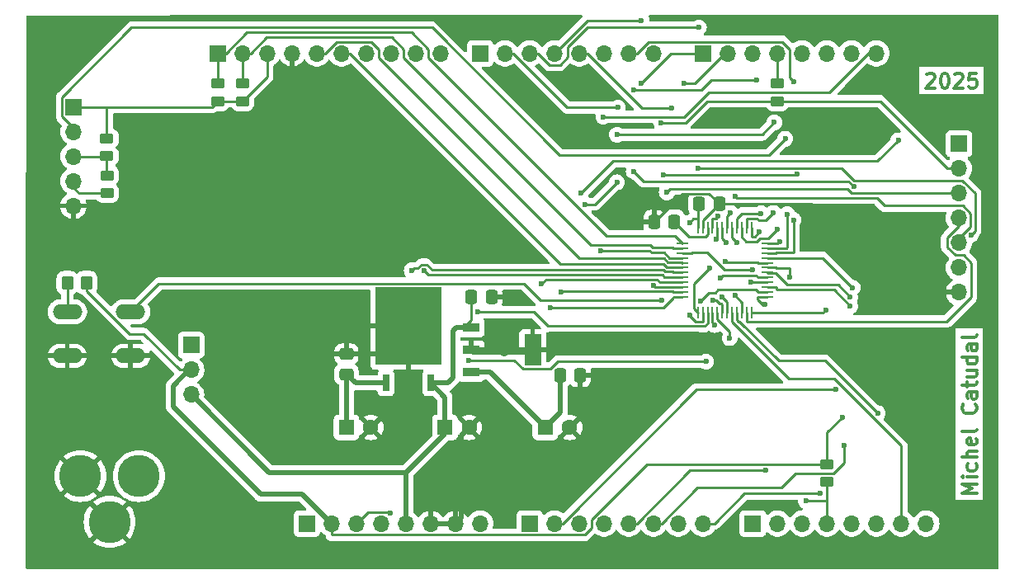
<source format=gbr>
%TF.GenerationSoftware,KiCad,Pcbnew,8.0.6*%
%TF.CreationDate,2025-01-18T20:08:40-05:00*%
%TF.ProjectId,RL78_G14_Arduino_48p,524c3738-5f47-4313-945f-41726475696e,rev?*%
%TF.SameCoordinates,Original*%
%TF.FileFunction,Copper,L1,Top*%
%TF.FilePolarity,Positive*%
%FSLAX46Y46*%
G04 Gerber Fmt 4.6, Leading zero omitted, Abs format (unit mm)*
G04 Created by KiCad (PCBNEW 8.0.6) date 2025-01-18 20:08:40*
%MOMM*%
%LPD*%
G01*
G04 APERTURE LIST*
G04 Aperture macros list*
%AMRoundRect*
0 Rectangle with rounded corners*
0 $1 Rounding radius*
0 $2 $3 $4 $5 $6 $7 $8 $9 X,Y pos of 4 corners*
0 Add a 4 corners polygon primitive as box body*
4,1,4,$2,$3,$4,$5,$6,$7,$8,$9,$2,$3,0*
0 Add four circle primitives for the rounded corners*
1,1,$1+$1,$2,$3*
1,1,$1+$1,$4,$5*
1,1,$1+$1,$6,$7*
1,1,$1+$1,$8,$9*
0 Add four rect primitives between the rounded corners*
20,1,$1+$1,$2,$3,$4,$5,0*
20,1,$1+$1,$4,$5,$6,$7,0*
20,1,$1+$1,$6,$7,$8,$9,0*
20,1,$1+$1,$8,$9,$2,$3,0*%
G04 Aperture macros list end*
%ADD10C,0.300000*%
%TA.AperFunction,NonConductor*%
%ADD11C,0.300000*%
%TD*%
%TA.AperFunction,ComponentPad*%
%ADD12R,1.700000X1.700000*%
%TD*%
%TA.AperFunction,ComponentPad*%
%ADD13O,1.700000X1.700000*%
%TD*%
%TA.AperFunction,ComponentPad*%
%ADD14R,1.600000X1.600000*%
%TD*%
%TA.AperFunction,ComponentPad*%
%ADD15C,1.600000*%
%TD*%
%TA.AperFunction,SMDPad,CuDef*%
%ADD16RoundRect,0.250000X-0.337500X-0.475000X0.337500X-0.475000X0.337500X0.475000X-0.337500X0.475000X0*%
%TD*%
%TA.AperFunction,SMDPad,CuDef*%
%ADD17RoundRect,0.250000X-0.450000X0.262500X-0.450000X-0.262500X0.450000X-0.262500X0.450000X0.262500X0*%
%TD*%
%TA.AperFunction,SMDPad,CuDef*%
%ADD18RoundRect,0.250000X0.450000X-0.262500X0.450000X0.262500X-0.450000X0.262500X-0.450000X-0.262500X0*%
%TD*%
%TA.AperFunction,ComponentPad*%
%ADD19O,3.048000X1.524000*%
%TD*%
%TA.AperFunction,SMDPad,CuDef*%
%ADD20R,1.219200X0.228600*%
%TD*%
%TA.AperFunction,SMDPad,CuDef*%
%ADD21R,0.228600X1.219200*%
%TD*%
%TA.AperFunction,SMDPad,CuDef*%
%ADD22R,0.711200X1.701800*%
%TD*%
%TA.AperFunction,SMDPad,CuDef*%
%ADD23R,6.756400X8.001000*%
%TD*%
%TA.AperFunction,SMDPad,CuDef*%
%ADD24RoundRect,0.250000X-0.350000X-0.450000X0.350000X-0.450000X0.350000X0.450000X-0.350000X0.450000X0*%
%TD*%
%TA.AperFunction,ComponentPad*%
%ADD25C,4.318000*%
%TD*%
%TA.AperFunction,SMDPad,CuDef*%
%ADD26RoundRect,0.250000X0.337500X0.475000X-0.337500X0.475000X-0.337500X-0.475000X0.337500X-0.475000X0*%
%TD*%
%TA.AperFunction,SMDPad,CuDef*%
%ADD27RoundRect,0.250000X0.475000X-0.337500X0.475000X0.337500X-0.475000X0.337500X-0.475000X-0.337500X0*%
%TD*%
%TA.AperFunction,SMDPad,CuDef*%
%ADD28R,1.750000X0.950000*%
%TD*%
%TA.AperFunction,SMDPad,CuDef*%
%ADD29R,1.750000X3.200000*%
%TD*%
%TA.AperFunction,ViaPad*%
%ADD30C,0.600000*%
%TD*%
%TA.AperFunction,ViaPad*%
%ADD31C,0.900000*%
%TD*%
%TA.AperFunction,Conductor*%
%ADD32C,0.500000*%
%TD*%
%TA.AperFunction,Conductor*%
%ADD33C,0.250000*%
%TD*%
%TA.AperFunction,Conductor*%
%ADD34C,0.228400*%
%TD*%
G04 APERTURE END LIST*
D10*
D11*
X142533082Y-31193685D02*
X142604510Y-31122257D01*
X142604510Y-31122257D02*
X142747368Y-31050828D01*
X142747368Y-31050828D02*
X143104510Y-31050828D01*
X143104510Y-31050828D02*
X143247368Y-31122257D01*
X143247368Y-31122257D02*
X143318796Y-31193685D01*
X143318796Y-31193685D02*
X143390225Y-31336542D01*
X143390225Y-31336542D02*
X143390225Y-31479400D01*
X143390225Y-31479400D02*
X143318796Y-31693685D01*
X143318796Y-31693685D02*
X142461653Y-32550828D01*
X142461653Y-32550828D02*
X143390225Y-32550828D01*
X144318796Y-31050828D02*
X144461653Y-31050828D01*
X144461653Y-31050828D02*
X144604510Y-31122257D01*
X144604510Y-31122257D02*
X144675939Y-31193685D01*
X144675939Y-31193685D02*
X144747367Y-31336542D01*
X144747367Y-31336542D02*
X144818796Y-31622257D01*
X144818796Y-31622257D02*
X144818796Y-31979400D01*
X144818796Y-31979400D02*
X144747367Y-32265114D01*
X144747367Y-32265114D02*
X144675939Y-32407971D01*
X144675939Y-32407971D02*
X144604510Y-32479400D01*
X144604510Y-32479400D02*
X144461653Y-32550828D01*
X144461653Y-32550828D02*
X144318796Y-32550828D01*
X144318796Y-32550828D02*
X144175939Y-32479400D01*
X144175939Y-32479400D02*
X144104510Y-32407971D01*
X144104510Y-32407971D02*
X144033081Y-32265114D01*
X144033081Y-32265114D02*
X143961653Y-31979400D01*
X143961653Y-31979400D02*
X143961653Y-31622257D01*
X143961653Y-31622257D02*
X144033081Y-31336542D01*
X144033081Y-31336542D02*
X144104510Y-31193685D01*
X144104510Y-31193685D02*
X144175939Y-31122257D01*
X144175939Y-31122257D02*
X144318796Y-31050828D01*
X145390224Y-31193685D02*
X145461652Y-31122257D01*
X145461652Y-31122257D02*
X145604510Y-31050828D01*
X145604510Y-31050828D02*
X145961652Y-31050828D01*
X145961652Y-31050828D02*
X146104510Y-31122257D01*
X146104510Y-31122257D02*
X146175938Y-31193685D01*
X146175938Y-31193685D02*
X146247367Y-31336542D01*
X146247367Y-31336542D02*
X146247367Y-31479400D01*
X146247367Y-31479400D02*
X146175938Y-31693685D01*
X146175938Y-31693685D02*
X145318795Y-32550828D01*
X145318795Y-32550828D02*
X146247367Y-32550828D01*
X147604509Y-31050828D02*
X146890223Y-31050828D01*
X146890223Y-31050828D02*
X146818795Y-31765114D01*
X146818795Y-31765114D02*
X146890223Y-31693685D01*
X146890223Y-31693685D02*
X147033081Y-31622257D01*
X147033081Y-31622257D02*
X147390223Y-31622257D01*
X147390223Y-31622257D02*
X147533081Y-31693685D01*
X147533081Y-31693685D02*
X147604509Y-31765114D01*
X147604509Y-31765114D02*
X147675938Y-31907971D01*
X147675938Y-31907971D02*
X147675938Y-32265114D01*
X147675938Y-32265114D02*
X147604509Y-32407971D01*
X147604509Y-32407971D02*
X147533081Y-32479400D01*
X147533081Y-32479400D02*
X147390223Y-32550828D01*
X147390223Y-32550828D02*
X147033081Y-32550828D01*
X147033081Y-32550828D02*
X146890223Y-32479400D01*
X146890223Y-32479400D02*
X146818795Y-32407971D01*
D10*
D11*
X147650828Y-74195489D02*
X146150828Y-74195489D01*
X146150828Y-74195489D02*
X147222257Y-73695489D01*
X147222257Y-73695489D02*
X146150828Y-73195489D01*
X146150828Y-73195489D02*
X147650828Y-73195489D01*
X147650828Y-72481203D02*
X146650828Y-72481203D01*
X146150828Y-72481203D02*
X146222257Y-72552631D01*
X146222257Y-72552631D02*
X146293685Y-72481203D01*
X146293685Y-72481203D02*
X146222257Y-72409774D01*
X146222257Y-72409774D02*
X146150828Y-72481203D01*
X146150828Y-72481203D02*
X146293685Y-72481203D01*
X147579400Y-71124060D02*
X147650828Y-71266917D01*
X147650828Y-71266917D02*
X147650828Y-71552631D01*
X147650828Y-71552631D02*
X147579400Y-71695488D01*
X147579400Y-71695488D02*
X147507971Y-71766917D01*
X147507971Y-71766917D02*
X147365114Y-71838345D01*
X147365114Y-71838345D02*
X146936542Y-71838345D01*
X146936542Y-71838345D02*
X146793685Y-71766917D01*
X146793685Y-71766917D02*
X146722257Y-71695488D01*
X146722257Y-71695488D02*
X146650828Y-71552631D01*
X146650828Y-71552631D02*
X146650828Y-71266917D01*
X146650828Y-71266917D02*
X146722257Y-71124060D01*
X147650828Y-70481203D02*
X146150828Y-70481203D01*
X147650828Y-69838346D02*
X146865114Y-69838346D01*
X146865114Y-69838346D02*
X146722257Y-69909774D01*
X146722257Y-69909774D02*
X146650828Y-70052631D01*
X146650828Y-70052631D02*
X146650828Y-70266917D01*
X146650828Y-70266917D02*
X146722257Y-70409774D01*
X146722257Y-70409774D02*
X146793685Y-70481203D01*
X147579400Y-68552631D02*
X147650828Y-68695488D01*
X147650828Y-68695488D02*
X147650828Y-68981203D01*
X147650828Y-68981203D02*
X147579400Y-69124060D01*
X147579400Y-69124060D02*
X147436542Y-69195488D01*
X147436542Y-69195488D02*
X146865114Y-69195488D01*
X146865114Y-69195488D02*
X146722257Y-69124060D01*
X146722257Y-69124060D02*
X146650828Y-68981203D01*
X146650828Y-68981203D02*
X146650828Y-68695488D01*
X146650828Y-68695488D02*
X146722257Y-68552631D01*
X146722257Y-68552631D02*
X146865114Y-68481203D01*
X146865114Y-68481203D02*
X147007971Y-68481203D01*
X147007971Y-68481203D02*
X147150828Y-69195488D01*
X147650828Y-67624060D02*
X147579400Y-67766917D01*
X147579400Y-67766917D02*
X147436542Y-67838346D01*
X147436542Y-67838346D02*
X146150828Y-67838346D01*
X147507971Y-65052632D02*
X147579400Y-65124060D01*
X147579400Y-65124060D02*
X147650828Y-65338346D01*
X147650828Y-65338346D02*
X147650828Y-65481203D01*
X147650828Y-65481203D02*
X147579400Y-65695489D01*
X147579400Y-65695489D02*
X147436542Y-65838346D01*
X147436542Y-65838346D02*
X147293685Y-65909775D01*
X147293685Y-65909775D02*
X147007971Y-65981203D01*
X147007971Y-65981203D02*
X146793685Y-65981203D01*
X146793685Y-65981203D02*
X146507971Y-65909775D01*
X146507971Y-65909775D02*
X146365114Y-65838346D01*
X146365114Y-65838346D02*
X146222257Y-65695489D01*
X146222257Y-65695489D02*
X146150828Y-65481203D01*
X146150828Y-65481203D02*
X146150828Y-65338346D01*
X146150828Y-65338346D02*
X146222257Y-65124060D01*
X146222257Y-65124060D02*
X146293685Y-65052632D01*
X147650828Y-63766918D02*
X146865114Y-63766918D01*
X146865114Y-63766918D02*
X146722257Y-63838346D01*
X146722257Y-63838346D02*
X146650828Y-63981203D01*
X146650828Y-63981203D02*
X146650828Y-64266918D01*
X146650828Y-64266918D02*
X146722257Y-64409775D01*
X147579400Y-63766918D02*
X147650828Y-63909775D01*
X147650828Y-63909775D02*
X147650828Y-64266918D01*
X147650828Y-64266918D02*
X147579400Y-64409775D01*
X147579400Y-64409775D02*
X147436542Y-64481203D01*
X147436542Y-64481203D02*
X147293685Y-64481203D01*
X147293685Y-64481203D02*
X147150828Y-64409775D01*
X147150828Y-64409775D02*
X147079400Y-64266918D01*
X147079400Y-64266918D02*
X147079400Y-63909775D01*
X147079400Y-63909775D02*
X147007971Y-63766918D01*
X146650828Y-63266917D02*
X146650828Y-62695489D01*
X146150828Y-63052632D02*
X147436542Y-63052632D01*
X147436542Y-63052632D02*
X147579400Y-62981203D01*
X147579400Y-62981203D02*
X147650828Y-62838346D01*
X147650828Y-62838346D02*
X147650828Y-62695489D01*
X146650828Y-61552632D02*
X147650828Y-61552632D01*
X146650828Y-62195489D02*
X147436542Y-62195489D01*
X147436542Y-62195489D02*
X147579400Y-62124060D01*
X147579400Y-62124060D02*
X147650828Y-61981203D01*
X147650828Y-61981203D02*
X147650828Y-61766917D01*
X147650828Y-61766917D02*
X147579400Y-61624060D01*
X147579400Y-61624060D02*
X147507971Y-61552632D01*
X147650828Y-60195489D02*
X146150828Y-60195489D01*
X147579400Y-60195489D02*
X147650828Y-60338346D01*
X147650828Y-60338346D02*
X147650828Y-60624060D01*
X147650828Y-60624060D02*
X147579400Y-60766917D01*
X147579400Y-60766917D02*
X147507971Y-60838346D01*
X147507971Y-60838346D02*
X147365114Y-60909774D01*
X147365114Y-60909774D02*
X146936542Y-60909774D01*
X146936542Y-60909774D02*
X146793685Y-60838346D01*
X146793685Y-60838346D02*
X146722257Y-60766917D01*
X146722257Y-60766917D02*
X146650828Y-60624060D01*
X146650828Y-60624060D02*
X146650828Y-60338346D01*
X146650828Y-60338346D02*
X146722257Y-60195489D01*
X147650828Y-58838346D02*
X146865114Y-58838346D01*
X146865114Y-58838346D02*
X146722257Y-58909774D01*
X146722257Y-58909774D02*
X146650828Y-59052631D01*
X146650828Y-59052631D02*
X146650828Y-59338346D01*
X146650828Y-59338346D02*
X146722257Y-59481203D01*
X147579400Y-58838346D02*
X147650828Y-58981203D01*
X147650828Y-58981203D02*
X147650828Y-59338346D01*
X147650828Y-59338346D02*
X147579400Y-59481203D01*
X147579400Y-59481203D02*
X147436542Y-59552631D01*
X147436542Y-59552631D02*
X147293685Y-59552631D01*
X147293685Y-59552631D02*
X147150828Y-59481203D01*
X147150828Y-59481203D02*
X147079400Y-59338346D01*
X147079400Y-59338346D02*
X147079400Y-58981203D01*
X147079400Y-58981203D02*
X147007971Y-58838346D01*
X147650828Y-57909774D02*
X147579400Y-58052631D01*
X147579400Y-58052631D02*
X147436542Y-58124060D01*
X147436542Y-58124060D02*
X146150828Y-58124060D01*
D12*
%TO.P,J3,1,Pin_1*%
%TO.N,Net-(J3-Pin_1)*%
X101802000Y-77260000D03*
D13*
%TO.P,J3,2,Pin_2*%
%TO.N,Net-(J3-Pin_2)*%
X104342000Y-77260000D03*
%TO.P,J3,3,Pin_3*%
%TO.N,Net-(J3-Pin_3)*%
X106882000Y-77260000D03*
%TO.P,J3,4,Pin_4*%
%TO.N,Net-(J3-Pin_4)*%
X109422000Y-77260000D03*
%TO.P,J3,5,Pin_5*%
%TO.N,Net-(J3-Pin_5)*%
X111962000Y-77260000D03*
%TO.P,J3,6,Pin_6*%
%TO.N,Net-(J3-Pin_6)*%
X114502000Y-77260000D03*
%TO.P,J3,7,Pin_7*%
%TO.N,Net-(J3-Pin_7)*%
X117042000Y-77260000D03*
%TO.P,J3,8,Pin_8*%
%TO.N,Net-(J3-Pin_8)*%
X119582000Y-77260000D03*
%TD*%
D12*
%TO.P,J2,1,Pin_1*%
%TO.N,/SCL*%
X69798000Y-29000000D03*
D13*
%TO.P,J2,2,Pin_2*%
%TO.N,/SDA*%
X72338000Y-29000000D03*
%TO.P,J2,3,Pin_3*%
%TO.N,VCC*%
X74878000Y-29000000D03*
%TO.P,J2,4,Pin_4*%
%TO.N,GND*%
X77418000Y-29000000D03*
%TO.P,J2,5,Pin_5*%
%TO.N,Net-(J2-Pin_5)*%
X79958000Y-29000000D03*
%TO.P,J2,6,Pin_6*%
%TO.N,Net-(J2-Pin_6)*%
X82498000Y-29000000D03*
%TO.P,J2,7,Pin_7*%
%TO.N,/P73*%
X85038000Y-29000000D03*
%TO.P,J2,8,Pin_8*%
%TO.N,/P74*%
X87578000Y-29000000D03*
%TO.P,J2,9,Pin_9*%
%TO.N,/P16*%
X90118000Y-29000000D03*
%TO.P,J2,10,Pin_10*%
%TO.N,/P17*%
X92658000Y-29000000D03*
%TD*%
D12*
%TO.P,J4,1,Pin_1*%
%TO.N,Net-(J4-Pin_1)*%
X96722000Y-29000000D03*
D13*
%TO.P,J4,2,Pin_2*%
%TO.N,Net-(J4-Pin_2)*%
X99262000Y-29000000D03*
%TO.P,J4,3,Pin_3*%
%TO.N,Net-(J4-Pin_3)*%
X101802000Y-29000000D03*
%TO.P,J4,4,Pin_4*%
%TO.N,Net-(J4-Pin_4)*%
X104342000Y-29000000D03*
%TO.P,J4,5,Pin_5*%
%TO.N,Net-(J4-Pin_5)*%
X106882000Y-29000000D03*
%TO.P,J4,6,Pin_6*%
%TO.N,Net-(J4-Pin_6)*%
X109422000Y-29000000D03*
%TO.P,J4,7,Pin_7*%
%TO.N,Net-(J4-Pin_7)*%
X111962000Y-29000000D03*
%TO.P,J4,8,Pin_8*%
%TO.N,Net-(J4-Pin_8)*%
X114502000Y-29000000D03*
%TD*%
D12*
%TO.P,J6,1,Pin_1*%
%TO.N,/SCK_21*%
X119582000Y-29000000D03*
D13*
%TO.P,J6,2,Pin_2*%
%TO.N,/MISO_21*%
X122122000Y-29000000D03*
%TO.P,J6,3,Pin_3*%
%TO.N,/MOSI_21*%
X124662000Y-29000000D03*
%TO.P,J6,4,Pin_4*%
%TO.N,/CS_21*%
X127202000Y-29000000D03*
%TO.P,J6,5,Pin_5*%
%TO.N,/SCK_11*%
X129742000Y-29000000D03*
%TO.P,J6,6,Pin_6*%
%TO.N,/MISO_11*%
X132282000Y-29000000D03*
%TO.P,J6,7,Pin_7*%
%TO.N,/MOSI_11*%
X134822000Y-29000000D03*
%TO.P,J6,8,Pin_8*%
%TO.N,/CS_11*%
X137362000Y-29000000D03*
%TD*%
D14*
%TO.P,C4,1*%
%TO.N,+5V*%
X93102000Y-67400000D03*
D15*
%TO.P,C4,2*%
%TO.N,GND*%
X95602000Y-67400000D03*
%TD*%
D16*
%TO.P,C8,1*%
%TO.N,VCC*%
X119162500Y-44450000D03*
%TO.P,C8,2*%
%TO.N,GND*%
X121237500Y-44450000D03*
%TD*%
D17*
%TO.P,R1,1*%
%TO.N,VCC*%
X58400000Y-37737500D03*
%TO.P,R1,2*%
%TO.N,Net-(P3-Pin_3)*%
X58400000Y-39562500D03*
%TD*%
D18*
%TO.P,R6,1*%
%TO.N,VCC*%
X72338000Y-33912500D03*
%TO.P,R6,2*%
%TO.N,/SDA*%
X72338000Y-32087500D03*
%TD*%
D12*
%TO.P,J7,1,Pin_1*%
%TO.N,+5V*%
X145850000Y-38300000D03*
D13*
%TO.P,J7,2,Pin_2*%
%TO.N,VCC*%
X145850000Y-40840000D03*
%TO.P,J7,3,Pin_3*%
%TO.N,+3.3V*%
X145850000Y-43380000D03*
%TO.P,J7,4,Pin_4*%
%TO.N,Net-(J7-Pin_4)*%
X145850000Y-45920000D03*
%TO.P,J7,5,Pin_5*%
%TO.N,/P121*%
X145850000Y-48460000D03*
%TO.P,J7,6,Pin_6*%
%TO.N,/P122*%
X145850000Y-51000000D03*
%TO.P,J7,7,Pin_7*%
%TO.N,GND*%
X145850000Y-53540000D03*
%TD*%
D19*
%TO.P,S1,1,S*%
%TO.N,Net-(S1-S)*%
X54350800Y-55539400D03*
%TO.P,S1,2,S1*%
X60853200Y-55539400D03*
%TO.P,S1,3,P*%
%TO.N,GND*%
X54350800Y-60060600D03*
%TO.P,S1,4,P1*%
X60853200Y-60060600D03*
%TD*%
D20*
%TO.P,U1,1,P60/SCLA0*%
%TO.N,/SCL*%
X117463200Y-48500000D03*
%TO.P,U1,2,P61/SDAA0*%
%TO.N,/SDA*%
X117463200Y-48999999D03*
%TO.P,U1,3,P62*%
%TO.N,/CS_20*%
X117463200Y-49500001D03*
%TO.P,U1,4,P63*%
%TO.N,/CS_11*%
X117463200Y-50000000D03*
%TO.P,U1,5,P31/TI03/TO03/INTP4*%
%TO.N,Net-(J2-Pin_5)*%
X117463200Y-50499999D03*
%TO.P,U1,6,P75/KR5/INTP9/SCK01/SCL01*%
%TO.N,Net-(J2-Pin_6)*%
X117463200Y-51000000D03*
%TO.P,U1,7,P74/KR4/INTP8/SI01/SDA01*%
%TO.N,/P74*%
X117463200Y-51500000D03*
%TO.P,U1,8,P73/KR3/SO01*%
%TO.N,/P73*%
X117463200Y-52000001D03*
%TO.P,U1,9,P72/KR2/SO21*%
%TO.N,/MOSI_21*%
X117463200Y-52500000D03*
%TO.P,U1,10,P71/KR1/SI21/SDA21*%
%TO.N,/MISO_21*%
X117463200Y-52999999D03*
%TO.P,U1,11,P70/KR0/SCK21/SDA21*%
%TO.N,/SCK_21*%
X117463200Y-53500001D03*
%TO.P,U1,12,P30/INTP3/RTC1HZ/SCK11/SCL11*%
%TO.N,/SCK_11*%
X117463200Y-54000000D03*
D21*
%TO.P,U1,13,P50/INTP1/SI11/SDA11*%
%TO.N,/MISO_11*%
X119056600Y-55593400D03*
%TO.P,U1,14,P51/INTP2/SO11*%
%TO.N,/MOSI_11*%
X119556599Y-55593400D03*
%TO.P,U1,15,P17/TI02/TO02*%
%TO.N,/P17*%
X120056601Y-55593400D03*
%TO.P,U1,16,P16/TI01/TO01/INTP5*%
%TO.N,/P16*%
X120556600Y-55593400D03*
%TO.P,U1,17,P15/PCLBUZ1/SCK20/SCL20*%
%TO.N,/SCK_20*%
X121056599Y-55593400D03*
%TO.P,U1,18,P14/RXD2/SI20/SDA20*%
%TO.N,/MISO_20*%
X121556600Y-55593400D03*
%TO.P,U1,19,P13/TXD2/SO20*%
%TO.N,/MOSI_20*%
X122056600Y-55593400D03*
%TO.P,U1,20,P12/SO00/TXD0/TOOLTXD*%
%TO.N,/MOSI_00*%
X122556601Y-55593400D03*
%TO.P,U1,21,P11/SI00/RXD0/TOOLRXD/SDA00*%
%TO.N,/MISO_00*%
X123056600Y-55593400D03*
%TO.P,U1,22,P10/SCK00/SCL00*%
%TO.N,/SCK_00*%
X123556599Y-55593400D03*
%TO.P,U1,23,P146*%
%TO.N,Net-(J7-Pin_4)*%
X124056601Y-55593400D03*
%TO.P,U1,24,P147/ANI18*%
%TO.N,Net-(J4-Pin_2)*%
X124556600Y-55593400D03*
D20*
%TO.P,U1,25,P27/ANI7*%
%TO.N,Net-(J3-Pin_8)*%
X126150000Y-54000000D03*
%TO.P,U1,26,P26/ANI6*%
%TO.N,Net-(J3-Pin_7)*%
X126150000Y-53500001D03*
%TO.P,U1,27,P25/ANI5*%
%TO.N,Net-(J3-Pin_6)*%
X126150000Y-52999999D03*
%TO.P,U1,28,P24/ANI4*%
%TO.N,Net-(J3-Pin_5)*%
X126150000Y-52500000D03*
%TO.P,U1,29,P23/ANI3*%
%TO.N,Net-(J3-Pin_4)*%
X126150000Y-52000001D03*
%TO.P,U1,30,P22/ANI2*%
%TO.N,Net-(J3-Pin_3)*%
X126150000Y-51500000D03*
%TO.P,U1,31,P21/ANI1/AVREFM*%
%TO.N,Net-(J3-Pin_2)*%
X126150000Y-51000000D03*
%TO.P,U1,32,P20/ANI0/AVREFP*%
%TO.N,Net-(J3-Pin_1)*%
X126150000Y-50499999D03*
%TO.P,U1,33,P130*%
%TO.N,/CS_00*%
X126150000Y-50000000D03*
%TO.P,U1,34,P01/TO00/RXD1*%
%TO.N,Net-(J4-Pin_8)*%
X126150000Y-49500001D03*
%TO.P,U1,35,P00/TI00/TXD1*%
%TO.N,Net-(J4-Pin_7)*%
X126150000Y-48999999D03*
%TO.P,U1,36,P140/PCLBUZ0/INTP6*%
%TO.N,Net-(J4-Pin_4)*%
X126150000Y-48500000D03*
D21*
%TO.P,U1,37,P120/ANI19*%
%TO.N,Net-(J4-Pin_1)*%
X124556600Y-46906600D03*
%TO.P,U1,38,P41/TI07/TO07*%
%TO.N,Net-(J4-Pin_3)*%
X124056601Y-46906600D03*
%TO.P,U1,39,P40/TOOL0*%
%TO.N,Net-(P3-Pin_2)*%
X123556599Y-46906600D03*
%TO.P,U1,40,~{RESET}*%
%TO.N,/~{RESET}*%
X123056600Y-46906600D03*
%TO.P,U1,41,P124/XT2/EXCLKS*%
%TO.N,Net-(J4-Pin_6)*%
X122556601Y-46906600D03*
%TO.P,U1,42,P123/XT1*%
%TO.N,Net-(J4-Pin_5)*%
X122056600Y-46906600D03*
%TO.P,U1,43,P137/INTP0*%
%TO.N,Net-(S1-S)*%
X121556600Y-46906600D03*
%TO.P,U1,44,P122/X2/EXCLK*%
%TO.N,/P122*%
X121056599Y-46906600D03*
%TO.P,U1,45,P121/X1*%
%TO.N,/P121*%
X120556600Y-46906600D03*
%TO.P,U1,46,REGC*%
%TO.N,Net-(U1-REGC)*%
X120056601Y-46906600D03*
%TO.P,U1,47,VSS*%
%TO.N,GND*%
X119556599Y-46906600D03*
%TO.P,U1,48,VDD*%
%TO.N,VCC*%
X119056600Y-46906600D03*
%TD*%
D14*
%TO.P,C2,1*%
%TO.N,/Vin*%
X83002000Y-67400000D03*
D15*
%TO.P,C2,2*%
%TO.N,GND*%
X85502000Y-67400000D03*
%TD*%
D12*
%TO.P,J1,1,Pin_1*%
%TO.N,unconnected-(J1-Pin_1-Pad1)*%
X78942000Y-77260000D03*
D13*
%TO.P,J1,2,Pin_2*%
%TO.N,VCC*%
X81482000Y-77260000D03*
%TO.P,J1,3,Pin_3*%
%TO.N,/~{RESET}*%
X84022000Y-77260000D03*
%TO.P,J1,4,Pin_4*%
%TO.N,+3.3V*%
X86562000Y-77260000D03*
%TO.P,J1,5,Pin_5*%
%TO.N,+5V*%
X89102000Y-77260000D03*
%TO.P,J1,6,Pin_6*%
%TO.N,GND*%
X91642000Y-77260000D03*
%TO.P,J1,7,Pin_7*%
X94182000Y-77260000D03*
%TO.P,J1,8,Pin_8*%
%TO.N,/Vin*%
X96722000Y-77260000D03*
%TD*%
D22*
%TO.P,U2,1,VCC*%
%TO.N,/Vin*%
X87049999Y-62850000D03*
D23*
%TO.P,U2,2,GND*%
%TO.N,GND*%
X89350000Y-56982600D03*
D22*
%TO.P,U2,3,OUT*%
%TO.N,+5V*%
X91650001Y-62850000D03*
%TD*%
D24*
%TO.P,R3,1*%
%TO.N,Net-(S1-S)*%
X54350000Y-52550000D03*
%TO.P,R3,2*%
%TO.N,VCC*%
X56350000Y-52550000D03*
%TD*%
D25*
%TO.P,P2,GND,GND*%
%TO.N,GND*%
X55700000Y-72400000D03*
%TO.P,P2,GNDBREAK,GNDBREAK*%
X58700000Y-77100000D03*
%TO.P,P2,PWR,PWR*%
%TO.N,/Vin*%
X61700000Y-72400000D03*
%TD*%
D18*
%TO.P,R5,1*%
%TO.N,VCC*%
X127202000Y-33912500D03*
%TO.P,R5,2*%
%TO.N,/CS_21*%
X127202000Y-32087500D03*
%TD*%
D14*
%TO.P,C6,1*%
%TO.N,+3.3V*%
X103402000Y-67400000D03*
D15*
%TO.P,C6,2*%
%TO.N,GND*%
X105902000Y-67400000D03*
%TD*%
D17*
%TO.P,R4,1*%
%TO.N,VCC*%
X132320000Y-71187500D03*
%TO.P,R4,2*%
%TO.N,/CS_20*%
X132320000Y-73012500D03*
%TD*%
D16*
%TO.P,C3,1*%
%TO.N,+5V*%
X95814500Y-54050000D03*
%TO.P,C3,2*%
%TO.N,GND*%
X97889500Y-54050000D03*
%TD*%
D26*
%TO.P,C7,1*%
%TO.N,Net-(U1-REGC)*%
X116637500Y-46300000D03*
%TO.P,C7,2*%
%TO.N,GND*%
X114562500Y-46300000D03*
%TD*%
D12*
%TO.P,JP1,1,A*%
%TO.N,+3.3V*%
X67052000Y-58960000D03*
D13*
%TO.P,JP1,2,C*%
%TO.N,VCC*%
X67052000Y-61500000D03*
%TO.P,JP1,3,B*%
%TO.N,+5V*%
X67052000Y-64040000D03*
%TD*%
D17*
%TO.P,R2,1*%
%TO.N,Net-(P3-Pin_3)*%
X58450000Y-41537500D03*
%TO.P,R2,2*%
%TO.N,/~{RESET}*%
X58450000Y-43362500D03*
%TD*%
D18*
%TO.P,R7,1*%
%TO.N,VCC*%
X69798000Y-33912500D03*
%TO.P,R7,2*%
%TO.N,/SCL*%
X69798000Y-32087500D03*
%TD*%
D12*
%TO.P,P3,1,Pin_1*%
%TO.N,VCC*%
X55000000Y-34500000D03*
D13*
%TO.P,P3,2,Pin_2*%
%TO.N,Net-(P3-Pin_2)*%
X55000000Y-37040000D03*
%TO.P,P3,3,Pin_3*%
%TO.N,Net-(P3-Pin_3)*%
X55000000Y-39580000D03*
%TO.P,P3,4,Pin_4*%
%TO.N,/~{RESET}*%
X55000000Y-42120000D03*
%TO.P,P3,5,Pin_5*%
%TO.N,GND*%
X55000000Y-44660000D03*
%TD*%
D27*
%TO.P,C1,1*%
%TO.N,/Vin*%
X83002000Y-61950000D03*
%TO.P,C1,2*%
%TO.N,GND*%
X83002000Y-59875000D03*
%TD*%
D12*
%TO.P,J5,1,Pin_1*%
%TO.N,/SCK_20*%
X124700000Y-77260000D03*
D13*
%TO.P,J5,2,Pin_2*%
%TO.N,/MISO_20*%
X127240000Y-77260000D03*
%TO.P,J5,3,Pin_3*%
%TO.N,/MOSI_20*%
X129780000Y-77260000D03*
%TO.P,J5,4,Pin_4*%
%TO.N,/CS_20*%
X132320000Y-77260000D03*
%TO.P,J5,5,Pin_5*%
%TO.N,/SCK_00*%
X134860000Y-77260000D03*
%TO.P,J5,6,Pin_6*%
%TO.N,/MISO_00*%
X137400000Y-77260000D03*
%TO.P,J5,7,Pin_7*%
%TO.N,/MOSI_00*%
X139940000Y-77260000D03*
%TO.P,J5,8,Pin_8*%
%TO.N,/CS_00*%
X142480000Y-77260000D03*
%TD*%
D16*
%TO.P,C5,1*%
%TO.N,+3.3V*%
X104914500Y-62050000D03*
%TO.P,C5,2*%
%TO.N,GND*%
X106989500Y-62050000D03*
%TD*%
D28*
%TO.P,U3,1,IN*%
%TO.N,+5V*%
X95802000Y-57150000D03*
%TO.P,U3,2,GND_1*%
%TO.N,GND*%
X95802000Y-59450000D03*
%TO.P,U3,3,OUT*%
%TO.N,+3.3V*%
X95802000Y-61750000D03*
D29*
%TO.P,U3,4,GND_2*%
%TO.N,GND*%
X102102000Y-59450000D03*
%TD*%
D30*
%TO.N,GND*%
X100000000Y-53700000D03*
D31*
X99150000Y-59650000D03*
D30*
X89550000Y-66200000D03*
X107700000Y-32000000D03*
X103300000Y-34650000D03*
%TO.N,/P122*%
X120912500Y-48076900D03*
X147064700Y-47645900D03*
X119115500Y-40789500D03*
%TO.N,+3.3V*%
X115863600Y-43284400D03*
%TO.N,/P121*%
X121145000Y-45736500D03*
X122847400Y-43685500D03*
%TO.N,Net-(J4-Pin_3)*%
X119156900Y-26350000D03*
X126802700Y-45366600D03*
%TO.N,Net-(J4-Pin_4)*%
X113262700Y-25617500D03*
X127428000Y-48302600D03*
%TO.N,/MISO_00*%
X137509700Y-65948000D03*
%TO.N,/MOSI_20*%
X121544900Y-54016800D03*
%TO.N,/MISO_21*%
X117643000Y-32059000D03*
X114500000Y-52825300D03*
%TO.N,/SCK_21*%
X105050000Y-53500000D03*
X113262700Y-32048400D03*
%TO.N,/CS_20*%
X130152200Y-74951600D03*
X124686700Y-51214500D03*
%TO.N,/MOSI_21*%
X107450000Y-44500000D03*
X126900000Y-36100000D03*
X110750000Y-37350000D03*
X103000000Y-52700000D03*
X110750000Y-42250000D03*
%TO.N,/SCK_20*%
X122327200Y-58236900D03*
%TO.N,/MISO_20*%
X120619400Y-54361200D03*
%TO.N,Net-(J4-Pin_2)*%
X110847100Y-34562100D03*
X135054900Y-42694600D03*
X132161600Y-55332000D03*
X112463400Y-41129200D03*
%TO.N,/SCK_00*%
X122845800Y-53884900D03*
%TO.N,Net-(J4-Pin_8)*%
X115514500Y-41505600D03*
X129240100Y-41428000D03*
X128856000Y-46107000D03*
%TO.N,/CS_00*%
X134929300Y-53043400D03*
%TO.N,/MOSI_11*%
X118204800Y-55855700D03*
%TO.N,Net-(J4-Pin_1)*%
X125361700Y-47363700D03*
%TO.N,Net-(J4-Pin_7)*%
X128221400Y-45514100D03*
X128883400Y-31945400D03*
%TO.N,/CS_11*%
X109085800Y-49308200D03*
X109355200Y-35518600D03*
%TO.N,/MISO_11*%
X120299600Y-51016600D03*
%TO.N,+5V*%
X107061700Y-43350700D03*
X139628600Y-37927900D03*
%TO.N,Net-(J3-Pin_3)*%
X134677500Y-54008300D03*
%TO.N,Net-(J3-Pin_2)*%
X128446400Y-51965100D03*
X133237200Y-63510000D03*
%TO.N,Net-(J3-Pin_4)*%
X121397600Y-52093400D03*
%TO.N,Net-(J3-Pin_6)*%
X134670300Y-54951400D03*
X134037200Y-69230000D03*
%TO.N,/SCK_11*%
X103947600Y-55136200D03*
X112511400Y-32776700D03*
X125126300Y-31747400D03*
%TO.N,Net-(P3-Pin_2)*%
X127205700Y-47030600D03*
X128018500Y-37770000D03*
%TO.N,Net-(J3-Pin_7)*%
X119307000Y-54412900D03*
%TO.N,Net-(J3-Pin_5)*%
X126022600Y-71814500D03*
X124452300Y-52469700D03*
%TO.N,Net-(J3-Pin_1)*%
X121853800Y-50347400D03*
%TO.N,Net-(J3-Pin_8)*%
X131638900Y-74175500D03*
X125898000Y-54746700D03*
%TO.N,Net-(S1-S)*%
X115368900Y-54317300D03*
X121989600Y-48443900D03*
%TO.N,VCC*%
X118192700Y-46383200D03*
X115300000Y-36143600D03*
X133889200Y-66370000D03*
%TO.N,/~{RESET}*%
X87493700Y-76161700D03*
X125536700Y-45424000D03*
%TO.N,/P17*%
X96496600Y-55555300D03*
%TO.N,/P74*%
X89685900Y-51290900D03*
%TO.N,/P16*%
X119883500Y-60650000D03*
X120781000Y-56890400D03*
X95498600Y-60496800D03*
%TO.N,/P73*%
X90945100Y-51292900D03*
%TO.N,Net-(J4-Pin_6)*%
X123067900Y-48402700D03*
%TO.N,Net-(J4-Pin_5)*%
X116385900Y-34644600D03*
X122378800Y-45354100D03*
%TD*%
D32*
%TO.N,VCC*%
X67052000Y-61500000D02*
X66850000Y-61500000D01*
X66850000Y-61500000D02*
X65200000Y-63150000D01*
X65200000Y-63150000D02*
X65200000Y-65250000D01*
X74200000Y-74250000D02*
X78472000Y-74250000D01*
X65200000Y-65250000D02*
X74200000Y-74250000D01*
X78472000Y-74250000D02*
X81482000Y-77260000D01*
%TO.N,GND*%
X96002000Y-59650000D02*
X95802000Y-59450000D01*
D33*
X130650000Y-44450000D02*
X139750000Y-53550000D01*
D32*
X101902000Y-59650000D02*
X102102000Y-59450000D01*
D33*
X121238000Y-44450000D02*
X130650000Y-44450000D01*
D32*
X94750000Y-71650000D02*
X94750000Y-76692000D01*
D33*
X86457600Y-59875000D02*
X89350000Y-56982600D01*
X119557000Y-46906600D02*
X119557000Y-46130900D01*
X120188000Y-43400000D02*
X121238000Y-44450000D01*
D32*
X94750000Y-68252000D02*
X94750000Y-71650000D01*
X83002000Y-59875000D02*
X86457600Y-59875000D01*
D33*
X139750000Y-53550000D02*
X139760000Y-53540000D01*
X117462000Y-43400000D02*
X120188000Y-43400000D01*
D32*
X99150000Y-59650000D02*
X101902000Y-59650000D01*
D33*
X114562000Y-46300000D02*
X117462000Y-43400000D01*
X89350000Y-56982600D02*
X91882600Y-56982600D01*
D32*
X95602000Y-67400000D02*
X94750000Y-68252000D01*
D33*
X139760000Y-53540000D02*
X145850000Y-53540000D01*
D32*
X99150000Y-59650000D02*
X96002000Y-59650000D01*
X94750000Y-76692000D02*
X94182000Y-77260000D01*
D33*
X119557000Y-46130900D02*
X121238000Y-44450000D01*
%TO.N,Net-(U1-REGC)*%
X119809000Y-47841200D02*
X120057000Y-47593400D01*
X120057000Y-47250000D02*
X120056600Y-47249600D01*
X118179000Y-47841200D02*
X119809000Y-47841200D01*
X116637500Y-46300000D02*
X116638000Y-46300000D01*
X120057000Y-47593400D02*
X120057000Y-47250000D01*
X116638000Y-46300000D02*
X118179000Y-47841200D01*
X120056600Y-47249600D02*
X120056600Y-46906600D01*
X120057000Y-47250000D02*
X120057000Y-46906600D01*
D34*
%TO.N,/SDA*%
X116477200Y-48939500D02*
X116537700Y-49000000D01*
D33*
X74788300Y-27358700D02*
X73147000Y-29000000D01*
X108054100Y-48681500D02*
X88848000Y-29475400D01*
X72338000Y-32087500D02*
X72338000Y-29000000D01*
X88848000Y-28575700D02*
X87631000Y-27358700D01*
X114440800Y-48939500D02*
X114182800Y-48681500D01*
X87631000Y-27358700D02*
X74788300Y-27358700D01*
X73147000Y-29000000D02*
X72338000Y-29000000D01*
D34*
X114440800Y-48939500D02*
X116477200Y-48939500D01*
D33*
X88848000Y-29475400D02*
X88848000Y-28575700D01*
X114182800Y-48681500D02*
X108054100Y-48681500D01*
D34*
X117463200Y-49000000D02*
X116537700Y-49000000D01*
D33*
%TO.N,/SCL*%
X91388000Y-29475500D02*
X109678900Y-47766400D01*
X116729600Y-47766400D02*
X117463200Y-48500000D01*
X91388000Y-28575800D02*
X91388000Y-29475500D01*
X70607000Y-29000000D02*
X72748800Y-26858200D01*
X109678900Y-47766400D02*
X116729600Y-47766400D01*
X89670400Y-26858200D02*
X91388000Y-28575800D01*
X69798000Y-32087500D02*
X69798000Y-29000000D01*
X72748800Y-26858200D02*
X89670400Y-26858200D01*
X69798000Y-29000000D02*
X70607000Y-29000000D01*
%TO.N,/P122*%
X133786500Y-40789500D02*
X135039300Y-42042300D01*
X146182600Y-42042300D02*
X147483200Y-43342900D01*
X119115500Y-40789500D02*
X133786500Y-40789500D01*
X135039300Y-42042300D02*
X146182600Y-42042300D01*
X121056600Y-46906600D02*
X121056600Y-47932800D01*
X147483200Y-43342900D02*
X147483200Y-47227400D01*
X147483200Y-47227400D02*
X147064700Y-47645900D01*
X121056600Y-47932800D02*
X120912500Y-48076900D01*
%TO.N,+3.3V*%
X134395200Y-42921100D02*
X116226900Y-42921100D01*
D32*
X95802000Y-61750000D02*
X97752000Y-61750000D01*
D33*
X104914000Y-63968700D02*
X104914500Y-63968200D01*
X145850000Y-43380000D02*
X144673300Y-43380000D01*
X134852600Y-43378500D02*
X134395200Y-42921100D01*
D32*
X104914000Y-62050000D02*
X104914000Y-63968700D01*
D33*
X104914500Y-63968200D02*
X104914500Y-62050000D01*
X144673300Y-43380000D02*
X144671800Y-43378500D01*
D32*
X104914000Y-65887500D02*
X103402000Y-67400000D01*
X104914000Y-63968700D02*
X104914000Y-65887500D01*
D33*
X144671800Y-43378500D02*
X134852600Y-43378500D01*
D32*
X97752000Y-61750000D02*
X103402000Y-67400000D01*
D33*
X116226900Y-42921100D02*
X115863600Y-43284400D01*
%TO.N,/P121*%
X137415100Y-43830200D02*
X138234900Y-44650000D01*
X145850000Y-47974400D02*
X145850000Y-48460000D01*
X147026800Y-45425500D02*
X147026800Y-46797600D01*
X146251300Y-44650000D02*
X147026800Y-45425500D01*
X147026800Y-46797600D02*
X145850000Y-47974400D01*
D34*
X120909700Y-45971800D02*
X120556600Y-45971800D01*
D33*
X122847400Y-43685500D02*
X122992100Y-43830200D01*
X138234900Y-44650000D02*
X146251300Y-44650000D01*
D34*
X121145000Y-45736500D02*
X120909700Y-45971800D01*
D33*
X122992100Y-43830200D02*
X137415100Y-43830200D01*
X120556600Y-46906600D02*
X120556600Y-45971800D01*
%TO.N,Net-(J4-Pin_3)*%
X107749400Y-26350000D02*
X119156900Y-26350000D01*
X104900600Y-30182600D02*
X105705300Y-29377900D01*
X126802700Y-45366600D02*
X126057000Y-46112300D01*
X125273900Y-46112300D02*
X125131900Y-45970300D01*
X105705300Y-29377900D02*
X105705300Y-28394100D01*
X125131900Y-45970300D02*
X124056600Y-45970300D01*
X103793600Y-30182600D02*
X104900600Y-30182600D01*
X126057000Y-46112300D02*
X125273900Y-46112300D01*
X105705300Y-28394100D02*
X107749400Y-26350000D01*
X124056600Y-46906600D02*
X124056600Y-45970300D01*
X101802000Y-29000000D02*
X102611000Y-29000000D01*
X102611000Y-29000000D02*
X103793600Y-30182600D01*
D34*
%TO.N,Net-(J2-Pin_5)*%
X117402700Y-50439500D02*
X117463200Y-50500000D01*
D33*
X81951900Y-27815100D02*
X80767000Y-29000000D01*
D34*
X116572800Y-50439500D02*
X117402700Y-50439500D01*
D33*
X106882600Y-50050000D02*
X86308000Y-29475400D01*
X115578878Y-50050000D02*
X106882600Y-50050000D01*
X116572800Y-50439500D02*
X115968378Y-50439500D01*
X85547400Y-27815100D02*
X81951900Y-27815100D01*
X86308000Y-29475400D02*
X86308000Y-28575700D01*
X115968378Y-50439500D02*
X115578878Y-50050000D01*
X86308000Y-28575700D02*
X85547400Y-27815100D01*
X80767000Y-29000000D02*
X79958000Y-29000000D01*
%TO.N,Net-(J4-Pin_4)*%
X127230600Y-48500000D02*
X127428000Y-48302600D01*
X126150000Y-48500000D02*
X127086300Y-48500000D01*
X113262700Y-25617500D02*
X107724500Y-25617500D01*
X107724500Y-25617500D02*
X104342000Y-29000000D01*
X127086300Y-48500000D02*
X127230600Y-48500000D01*
D34*
%TO.N,Net-(J2-Pin_6)*%
X116598600Y-50939500D02*
X117402700Y-50939500D01*
X117402700Y-50939500D02*
X117463200Y-51000000D01*
D33*
X115542482Y-50650000D02*
X104957000Y-50650000D01*
X83307000Y-29000000D02*
X82498000Y-29000000D01*
X115831982Y-50939500D02*
X115542482Y-50650000D01*
X104957000Y-50650000D02*
X83307000Y-29000000D01*
X116598600Y-50939500D02*
X115831982Y-50939500D01*
%TO.N,/MISO_00*%
X123191800Y-56528200D02*
X123305100Y-56528200D01*
X127352000Y-60575100D02*
X132136800Y-60575100D01*
X123305100Y-56528200D02*
X127352000Y-60575100D01*
D34*
X123056600Y-56393000D02*
X123056600Y-55593400D01*
X123191800Y-56528200D02*
X123056600Y-56393000D01*
D33*
X132136800Y-60575100D02*
X137509700Y-65948000D01*
%TO.N,/MOSI_20*%
X121544900Y-54016800D02*
X122056600Y-54528500D01*
X122056600Y-54528500D02*
X122056600Y-55593400D01*
%TO.N,/MISO_21*%
X114675000Y-53000300D02*
X115734100Y-53000300D01*
X115734100Y-53000300D02*
X115734401Y-52999999D01*
X114500000Y-52825300D02*
X114675000Y-53000300D01*
X121754300Y-29000000D02*
X118695300Y-32059000D01*
X115734401Y-52999999D02*
X117463200Y-52999999D01*
X118695300Y-32059000D02*
X117643000Y-32059000D01*
X122122000Y-29000000D02*
X121754300Y-29000000D01*
%TO.N,/SCK_21*%
X119582000Y-29000000D02*
X116311100Y-29000000D01*
X105050000Y-53500000D02*
X105110500Y-53439500D01*
X116311100Y-29000000D02*
X113262700Y-32048400D01*
D34*
X116477200Y-53439500D02*
X116537700Y-53500000D01*
X117463200Y-53500000D02*
X116537700Y-53500000D01*
X107638900Y-53439500D02*
X116477200Y-53439500D01*
D33*
X105110500Y-53439500D02*
X107638900Y-53439500D01*
%TO.N,/CS_21*%
X127202000Y-32087500D02*
X127202000Y-29000000D01*
%TO.N,/CS_20*%
X132320000Y-74951600D02*
X130152200Y-74951600D01*
D34*
X117463200Y-49500000D02*
X118388700Y-49500000D01*
D33*
X132320000Y-74951600D02*
X132320000Y-77260000D01*
D34*
X119270700Y-49439500D02*
X118449200Y-49439500D01*
X118449200Y-49439500D02*
X118388700Y-49500000D01*
D33*
X120010400Y-49439500D02*
X119270700Y-49439500D01*
X124686700Y-51214500D02*
X121785400Y-51214500D01*
X132320000Y-73012500D02*
X132320000Y-74951600D01*
X121785400Y-51214500D02*
X120010400Y-49439500D01*
%TO.N,/MOSI_21*%
X110750000Y-37350000D02*
X125650000Y-37350000D01*
X108500000Y-44500000D02*
X107450000Y-44500000D01*
X103499700Y-52200300D02*
X103000000Y-52700000D01*
X110750000Y-42250000D02*
X108500000Y-44500000D01*
X113649700Y-52200300D02*
X103499700Y-52200300D01*
X125650000Y-37350000D02*
X126900000Y-36100000D01*
X114850300Y-52200300D02*
X113649700Y-52200300D01*
X115150000Y-52500000D02*
X114850300Y-52200300D01*
X117463200Y-52500000D02*
X115150000Y-52500000D01*
%TO.N,/SCK_20*%
X122327200Y-58236900D02*
X122327200Y-57550300D01*
X122327200Y-57550300D02*
X121056600Y-56279700D01*
X121056600Y-56279700D02*
X121056600Y-55593400D01*
%TO.N,/MISO_20*%
X120646000Y-54334600D02*
X120619400Y-54361200D01*
X121556600Y-54751100D02*
X121464100Y-54658600D01*
D34*
X120914900Y-54334600D02*
X121238900Y-54658600D01*
X121238900Y-54658600D02*
X121464100Y-54658600D01*
D33*
X121556600Y-55411600D02*
X121556600Y-54751100D01*
D34*
X121556600Y-55411600D02*
X121556600Y-55593400D01*
D33*
X120914900Y-54334600D02*
X120646000Y-54334600D01*
%TO.N,Net-(J4-Pin_2)*%
X135052800Y-42694600D02*
X135054900Y-42694600D01*
X112463400Y-41129200D02*
X113466600Y-42132400D01*
X132161600Y-55332000D02*
X131900200Y-55593400D01*
X105633100Y-34562100D02*
X110847100Y-34562100D01*
X131900200Y-55593400D02*
X124556600Y-55593400D01*
X134490600Y-42132400D02*
X135052800Y-42694600D01*
X100071000Y-29000000D02*
X105633100Y-34562100D01*
X113466600Y-42132400D02*
X134490600Y-42132400D01*
X99262000Y-29000000D02*
X100071000Y-29000000D01*
%TO.N,/SCK_00*%
X123556600Y-55593400D02*
X123556600Y-54595700D01*
X123556600Y-54595700D02*
X122845800Y-53884900D01*
%TO.N,Net-(J4-Pin_8)*%
X129162500Y-41505600D02*
X115514500Y-41505600D01*
D34*
X128856000Y-49439500D02*
X127136000Y-49439500D01*
X126150000Y-49500000D02*
X127075500Y-49500000D01*
X127136000Y-49439500D02*
X127075500Y-49500000D01*
D33*
X129240100Y-41428000D02*
X129162500Y-41505600D01*
X128856000Y-46107000D02*
X128856000Y-49439500D01*
%TO.N,/CS_00*%
X134929300Y-53043400D02*
X131885900Y-50000000D01*
X131885900Y-50000000D02*
X126150000Y-50000000D01*
%TO.N,/MOSI_00*%
X122556600Y-56531800D02*
X128416900Y-62392100D01*
X128416900Y-62392100D02*
X133036700Y-62392100D01*
X139940000Y-69295400D02*
X139940000Y-77260000D01*
X122556600Y-56529700D02*
X122556600Y-56531800D01*
X133036700Y-62392100D02*
X139940000Y-69295400D01*
X122556600Y-55593400D02*
X122556600Y-56529700D01*
%TO.N,/MOSI_11*%
X119556600Y-56529700D02*
X118782900Y-56529700D01*
D34*
X119556600Y-55593400D02*
X119556600Y-56518900D01*
D33*
X118782900Y-56529700D02*
X118204800Y-55951600D01*
X118204800Y-55951600D02*
X118204800Y-55855700D01*
D34*
X119556600Y-56529700D02*
X119556600Y-56518900D01*
D33*
%TO.N,Net-(J4-Pin_1)*%
X124556600Y-47842900D02*
X124882500Y-47842900D01*
X124556600Y-46906600D02*
X124556600Y-47842900D01*
X124882500Y-47842900D02*
X125361700Y-47363700D01*
%TO.N,Net-(J4-Pin_7)*%
X111962000Y-29000000D02*
X112771000Y-29000000D01*
X128472000Y-31534000D02*
X128883400Y-31945400D01*
X128472000Y-28575700D02*
X128472000Y-31534000D01*
X112771000Y-29000000D02*
X113955900Y-27815100D01*
X113955900Y-27815100D02*
X127711400Y-27815100D01*
D34*
X128160900Y-49000000D02*
X128221400Y-48939500D01*
X127075500Y-49000000D02*
X128160900Y-49000000D01*
D33*
X128221400Y-45514100D02*
X128221400Y-48939500D01*
X127711400Y-27815100D02*
X128472000Y-28575700D01*
D34*
X126150000Y-49000000D02*
X127075500Y-49000000D01*
D33*
%TO.N,/CS_11*%
X109355200Y-35518600D02*
X117671700Y-35518600D01*
X117671700Y-35518600D02*
X120190400Y-32999900D01*
D34*
X115600000Y-49450000D02*
X116150000Y-50000000D01*
D33*
X114114904Y-49250000D02*
X109144000Y-49250000D01*
X114314904Y-49450000D02*
X114114904Y-49250000D01*
X132553100Y-32999900D02*
X136553000Y-29000000D01*
X109144000Y-49250000D02*
X109085800Y-49308200D01*
X115600000Y-49450000D02*
X114314904Y-49450000D01*
D34*
X116150000Y-50000000D02*
X117463200Y-50000000D01*
D33*
X120190400Y-32999900D02*
X132553100Y-32999900D01*
X136553000Y-29000000D02*
X137362000Y-29000000D01*
%TO.N,/MISO_11*%
X120299600Y-51016600D02*
X118645500Y-52670700D01*
X118645500Y-52670700D02*
X118645500Y-55182300D01*
X118645500Y-55182300D02*
X119056600Y-55593400D01*
D32*
%TO.N,+5V*%
X93102000Y-67400000D02*
X93102000Y-64301999D01*
X93300000Y-62850000D02*
X93400000Y-62850000D01*
X67052000Y-64040000D02*
X75060000Y-72048000D01*
D33*
X137484500Y-40072000D02*
X110340400Y-40072000D01*
D32*
X93102000Y-67400000D02*
X93102000Y-68048000D01*
X93900000Y-57500000D02*
X93950000Y-57500000D01*
X93950000Y-57500000D02*
X94300000Y-57150000D01*
X93102000Y-68048000D02*
X89102000Y-72048000D01*
D33*
X110340400Y-40072000D02*
X107061700Y-43350700D01*
D32*
X93102000Y-64301999D02*
X91650001Y-62850000D01*
X94300000Y-57150000D02*
X95051000Y-57150000D01*
X95051000Y-57150000D02*
X95802000Y-57150000D01*
D33*
X95051000Y-57150000D02*
X95814500Y-56386500D01*
D32*
X93400000Y-62850000D02*
X93900000Y-62350000D01*
X75060000Y-72048000D02*
X89102000Y-72048000D01*
D33*
X95814500Y-56386500D02*
X95814500Y-54050000D01*
X139628600Y-37927900D02*
X137484500Y-40072000D01*
D32*
X91650000Y-62850000D02*
X93300000Y-62850000D01*
X93900000Y-62350000D02*
X93900000Y-57500000D01*
X89102000Y-72048000D02*
X89102000Y-77260000D01*
D34*
%TO.N,Net-(J3-Pin_3)*%
X126210500Y-51560500D02*
X126150000Y-51500000D01*
D33*
X133443200Y-52774000D02*
X128228100Y-52774000D01*
X128228100Y-52774000D02*
X127014600Y-51560500D01*
X134677500Y-54008300D02*
X133443200Y-52774000D01*
D34*
X127014600Y-51560500D02*
X126210500Y-51560500D01*
%TO.N,Net-(J3-Pin_2)*%
X127125300Y-51049800D02*
X127075500Y-51000000D01*
D33*
X118901000Y-63510000D02*
X133237200Y-63510000D01*
X128446400Y-51965100D02*
X128446400Y-51049800D01*
D34*
X126150000Y-51000000D02*
X127075500Y-51000000D01*
D33*
X105151000Y-77260000D02*
X118901000Y-63510000D01*
D34*
X128446400Y-51049800D02*
X127125300Y-51049800D01*
D33*
X104342000Y-77260000D02*
X105151000Y-77260000D01*
%TO.N,Net-(J3-Pin_4)*%
X121648000Y-51843000D02*
X121397600Y-52093400D01*
D34*
X126150000Y-52000000D02*
X125224500Y-52000000D01*
D33*
X125199700Y-51975200D02*
X125067500Y-51843000D01*
X125067500Y-51843000D02*
X121648000Y-51843000D01*
D34*
X125199700Y-51975200D02*
X125224500Y-52000000D01*
D33*
%TO.N,Net-(J3-Pin_6)*%
X127086300Y-53285500D02*
X133004400Y-53285500D01*
X127598900Y-73596200D02*
X129095100Y-72100000D01*
X114502000Y-77260000D02*
X115311000Y-77260000D01*
D34*
X127086300Y-53285500D02*
X127086300Y-53010800D01*
D33*
X115311000Y-77260000D02*
X118974800Y-73596200D01*
X129095100Y-72100000D02*
X132953100Y-72100000D01*
D34*
X126150000Y-53000000D02*
X127075500Y-53000000D01*
D33*
X118974800Y-73596200D02*
X127598900Y-73596200D01*
X132953100Y-72100000D02*
X134037200Y-71015900D01*
D34*
X127086300Y-53010800D02*
X127075500Y-53000000D01*
D33*
X133004400Y-53285500D02*
X134670300Y-54951400D01*
X134037200Y-71015900D02*
X134037200Y-69230000D01*
%TO.N,/SCK_11*%
X119420800Y-32776700D02*
X112511400Y-32776700D01*
X116526900Y-54110200D02*
X116526900Y-54000000D01*
X120450100Y-31747400D02*
X119420800Y-32776700D01*
X103947600Y-55136200D02*
X115500900Y-55136200D01*
X115500900Y-55136200D02*
X116526900Y-54110200D01*
X117463200Y-54000000D02*
X116526900Y-54000000D01*
X125126300Y-31747400D02*
X120450100Y-31747400D01*
%TO.N,Net-(P3-Pin_2)*%
X126317000Y-39471500D02*
X128018500Y-37770000D01*
X53823300Y-35495600D02*
X53823300Y-33484900D01*
X126245800Y-47990500D02*
X125395200Y-47990500D01*
X55000000Y-36672300D02*
X53823300Y-35495600D01*
X104891100Y-39471500D02*
X126317000Y-39471500D01*
X125395200Y-47990500D02*
X125072100Y-48313600D01*
X127205700Y-47030600D02*
X126245800Y-47990500D01*
X91782700Y-26363100D02*
X104891100Y-39471500D01*
X124027300Y-48313600D02*
X123556600Y-47842900D01*
X123556600Y-46906600D02*
X123556600Y-47842900D01*
X60945100Y-26363100D02*
X91782700Y-26363100D01*
X125072100Y-48313600D02*
X124027300Y-48313600D01*
X53823300Y-33484900D02*
X60945100Y-26363100D01*
X55000000Y-37040000D02*
X55000000Y-36672300D01*
%TO.N,Net-(J3-Pin_7)*%
X120840200Y-53560500D02*
X120159400Y-53560500D01*
D34*
X121132900Y-53267800D02*
X120840200Y-53560500D01*
X124992300Y-53267800D02*
X121132900Y-53267800D01*
X126150000Y-53500000D02*
X125224500Y-53500000D01*
X125224500Y-53500000D02*
X124992300Y-53267800D01*
D33*
X120159400Y-53560500D02*
X119307000Y-54412900D01*
%TO.N,Net-(P3-Pin_3)*%
X58382500Y-39580000D02*
X58400000Y-39562500D01*
X58382500Y-39580000D02*
X58382500Y-41470000D01*
X58382500Y-41470000D02*
X58450000Y-41537500D01*
X55000000Y-39580000D02*
X58382500Y-39580000D01*
%TO.N,Net-(J3-Pin_5)*%
X111962000Y-77260000D02*
X112771000Y-77260000D01*
X112771000Y-77260000D02*
X118216500Y-71814500D01*
X118216500Y-71814500D02*
X126022600Y-71814500D01*
X124482600Y-52500000D02*
X124452300Y-52469700D01*
X126150000Y-52500000D02*
X124482600Y-52500000D01*
%TO.N,Net-(J3-Pin_1)*%
X122080700Y-50450200D02*
X121956600Y-50450200D01*
X121956600Y-50450200D02*
X121853800Y-50347400D01*
D34*
X122080700Y-50450200D02*
X125174700Y-50450200D01*
X126150000Y-50500000D02*
X125224500Y-50500000D01*
X125174700Y-50450200D02*
X125224500Y-50500000D01*
D33*
%TO.N,Net-(J3-Pin_8)*%
X119582000Y-77260000D02*
X120758700Y-77260000D01*
X123843100Y-74175600D02*
X131638900Y-74175600D01*
X131638900Y-74175600D02*
X131638900Y-74175500D01*
X125898000Y-54746700D02*
X125666500Y-54746700D01*
X120758700Y-77260000D02*
X123843100Y-74175600D01*
X126150000Y-54000000D02*
X125213700Y-54000000D01*
X125213700Y-54293900D02*
X125213700Y-54000000D01*
X125666500Y-54746700D02*
X125213700Y-54293900D01*
D32*
%TO.N,/Vin*%
X83902000Y-62850000D02*
X83002000Y-61950000D01*
X87050000Y-62850000D02*
X83902000Y-62850000D01*
X83002000Y-67400000D02*
X83002000Y-61950000D01*
D33*
%TO.N,Net-(S1-S)*%
X54350000Y-52550000D02*
X54350000Y-55538600D01*
X60853200Y-55539400D02*
X63743600Y-52649000D01*
X63743600Y-52649000D02*
X101230800Y-52649000D01*
X54350000Y-55538600D02*
X54350800Y-55539400D01*
X102899100Y-54317300D02*
X115368900Y-54317300D01*
X101230800Y-52649000D02*
X102899100Y-54317300D01*
X121556600Y-48010900D02*
X121989600Y-48443900D01*
X121556600Y-46906600D02*
X121556600Y-48010900D01*
%TO.N,VCC*%
X120022500Y-33912500D02*
X127202000Y-33912500D01*
X60771200Y-57800000D02*
X56350000Y-53378800D01*
X119057000Y-44555900D02*
X119057000Y-46906200D01*
X55000000Y-34500000D02*
X58400000Y-34500000D01*
X113815600Y-71187500D02*
X132320000Y-71187500D01*
X107457500Y-78436700D02*
X108152000Y-77742200D01*
X145850000Y-40840000D02*
X144673300Y-40840000D01*
X144673300Y-40840000D02*
X137745800Y-33912500D01*
X81482000Y-78435200D02*
X81482000Y-77260000D01*
X119056600Y-46906600D02*
X119056600Y-45970300D01*
X67052000Y-61500000D02*
X65875300Y-61500000D01*
X58400000Y-34500000D02*
X58400000Y-37737500D01*
X108152000Y-77742200D02*
X108152000Y-76851100D01*
X118605600Y-45970300D02*
X119056600Y-45970300D01*
X62175300Y-57800000D02*
X60771200Y-57800000D01*
X69210500Y-34500000D02*
X69798000Y-33912500D01*
X69798000Y-33912500D02*
X72338000Y-33912500D01*
X72338000Y-33912500D02*
X74878000Y-31372500D01*
X56350000Y-53378800D02*
X56350000Y-52550000D01*
X132320000Y-67939200D02*
X133889200Y-66370000D01*
X137745800Y-33912500D02*
X127202000Y-33912500D01*
X132320000Y-71187500D02*
X132320000Y-67939200D01*
X119057000Y-46906200D02*
X119056600Y-46906600D01*
X81482000Y-78435200D02*
X81483500Y-78436700D01*
X118192700Y-46383200D02*
X118605600Y-45970300D01*
X115300000Y-36143600D02*
X117791400Y-36143600D01*
X119057000Y-46906200D02*
X119057000Y-46906600D01*
X65875300Y-61500000D02*
X62175300Y-57800000D01*
X108152000Y-76851100D02*
X113815600Y-71187500D01*
X117791400Y-36143600D02*
X120022500Y-33912500D01*
X119162000Y-44450000D02*
X119057000Y-44555900D01*
X58400000Y-34500000D02*
X69210500Y-34500000D01*
X74878000Y-31372500D02*
X74878000Y-29000000D01*
X81483500Y-78436700D02*
X107457500Y-78436700D01*
X119162500Y-44450000D02*
X119162000Y-44450000D01*
%TO.N,/~{RESET}*%
X123056600Y-46906600D02*
X123056600Y-45970300D01*
X123056600Y-45970300D02*
X123602900Y-45424000D01*
X55000000Y-42800000D02*
X55562500Y-43362500D01*
X87415300Y-76083300D02*
X87493700Y-76161700D01*
X123602900Y-45424000D02*
X125536700Y-45424000D01*
X85198700Y-76083300D02*
X87415300Y-76083300D01*
X84022000Y-77260000D02*
X85198700Y-76083300D01*
X55000000Y-42120000D02*
X55000000Y-42800000D01*
X55562500Y-43362500D02*
X58450000Y-43362500D01*
D34*
%TO.N,/P17*%
X119366000Y-56979900D02*
X119395300Y-57009200D01*
D33*
X120056600Y-56688800D02*
X120056600Y-55593400D01*
X102244700Y-55555300D02*
X103669300Y-56979900D01*
D34*
X103669300Y-56979900D02*
X119366000Y-56979900D01*
D33*
X96496600Y-55555300D02*
X102244700Y-55555300D01*
X119395300Y-57009200D02*
X119736200Y-57009200D01*
X119736200Y-57009200D02*
X120056600Y-56688800D01*
D34*
%TO.N,/P74*%
X90300600Y-51066600D02*
X89910200Y-51066600D01*
X116537700Y-51500000D02*
X116416400Y-51378700D01*
X90300600Y-51066500D02*
X90300600Y-51066600D01*
X91773200Y-51250000D02*
X91200200Y-50677000D01*
X115521359Y-51250000D02*
X91773200Y-51250000D01*
X115650059Y-51378700D02*
X115521359Y-51250000D01*
X116416400Y-51378700D02*
X115650059Y-51378700D01*
X91200200Y-50677000D02*
X90690100Y-50677000D01*
X117463200Y-51500000D02*
X116537700Y-51500000D01*
X89910200Y-51066600D02*
X89685900Y-51290900D01*
X90690100Y-50677000D02*
X90300600Y-51066500D01*
D33*
%TO.N,/P16*%
X95498600Y-60496800D02*
X100211700Y-60496800D01*
X120781000Y-56890400D02*
X120556600Y-56666000D01*
X120556600Y-56666000D02*
X120556600Y-55593400D01*
X100211700Y-60496800D02*
X101091600Y-61376700D01*
X103958400Y-61376700D02*
X104685100Y-60650000D01*
X101091600Y-61376700D02*
X103958400Y-61376700D01*
X104685100Y-60650000D02*
X119883500Y-60650000D01*
%TO.N,/P73*%
X90945100Y-51292900D02*
X91402200Y-51750000D01*
D34*
X116507500Y-51969800D02*
X116537700Y-52000000D01*
X117463200Y-52000000D02*
X116537700Y-52000000D01*
D33*
X91402200Y-51750000D02*
X115400236Y-51750000D01*
X115620036Y-51969800D02*
X116447100Y-51969800D01*
X115400236Y-51750000D02*
X115620036Y-51969800D01*
D34*
X116447100Y-51969800D02*
X116507500Y-51969800D01*
D33*
%TO.N,Net-(J4-Pin_6)*%
X122556600Y-47891400D02*
X123067900Y-48402700D01*
X122556600Y-46906600D02*
X122556600Y-47891400D01*
%TO.N,Net-(J4-Pin_5)*%
X106882000Y-29000000D02*
X107691000Y-29000000D01*
X122056600Y-45676300D02*
X122056600Y-46906600D01*
X122378800Y-45354100D02*
X122056600Y-45676300D01*
X113335600Y-34644600D02*
X116385900Y-34644600D01*
X107691000Y-29000000D02*
X113335600Y-34644600D01*
%TO.N,Net-(J7-Pin_4)*%
X146297700Y-49730000D02*
X147084400Y-50516700D01*
X144566100Y-56529700D02*
X124056600Y-56529700D01*
X145850000Y-46729000D02*
X144627800Y-47951200D01*
X144627800Y-48906500D02*
X145451300Y-49730000D01*
X124056600Y-56529700D02*
X124056600Y-55593400D01*
X144627800Y-47951200D02*
X144627800Y-48906500D01*
X147084400Y-50516700D02*
X147084400Y-54011400D01*
X145451300Y-49730000D02*
X146297700Y-49730000D01*
X145850000Y-45920000D02*
X145850000Y-46729000D01*
X147084400Y-54011400D02*
X144566100Y-56529700D01*
%TD*%
%TA.AperFunction,Conductor*%
%TO.N,GND*%
G36*
X107138272Y-25095185D02*
G01*
X107184027Y-25147989D01*
X107193971Y-25217147D01*
X107164946Y-25280703D01*
X107158914Y-25287181D01*
X104798991Y-27647103D01*
X104737668Y-27680588D01*
X104680876Y-27679629D01*
X104676641Y-27678556D01*
X104454569Y-27641500D01*
X104229431Y-27641500D01*
X104007362Y-27678556D01*
X103794430Y-27751656D01*
X103794419Y-27751661D01*
X103596427Y-27858808D01*
X103596422Y-27858812D01*
X103418761Y-27997092D01*
X103418756Y-27997097D01*
X103266284Y-28162723D01*
X103266276Y-28162734D01*
X103175808Y-28301206D01*
X103122662Y-28346562D01*
X103053431Y-28355986D01*
X102990095Y-28326484D01*
X102968192Y-28301206D01*
X102877723Y-28162734D01*
X102877715Y-28162723D01*
X102725243Y-27997097D01*
X102725238Y-27997092D01*
X102547582Y-27858816D01*
X102547576Y-27858811D01*
X102547575Y-27858810D01*
X102547572Y-27858808D01*
X102349580Y-27751661D01*
X102349577Y-27751659D01*
X102349574Y-27751658D01*
X102349571Y-27751657D01*
X102349569Y-27751656D01*
X102136637Y-27678556D01*
X101914569Y-27641500D01*
X101689431Y-27641500D01*
X101467362Y-27678556D01*
X101254430Y-27751656D01*
X101254419Y-27751661D01*
X101056427Y-27858808D01*
X101056422Y-27858812D01*
X100878761Y-27997092D01*
X100878756Y-27997097D01*
X100726284Y-28162723D01*
X100726276Y-28162734D01*
X100635808Y-28301206D01*
X100582662Y-28346562D01*
X100513431Y-28355986D01*
X100450095Y-28326484D01*
X100428192Y-28301206D01*
X100337723Y-28162734D01*
X100337715Y-28162723D01*
X100185243Y-27997097D01*
X100185238Y-27997092D01*
X100007582Y-27858816D01*
X100007576Y-27858811D01*
X100007575Y-27858810D01*
X100007572Y-27858808D01*
X99809580Y-27751661D01*
X99809577Y-27751659D01*
X99809574Y-27751658D01*
X99809571Y-27751657D01*
X99809569Y-27751656D01*
X99596637Y-27678556D01*
X99374569Y-27641500D01*
X99149431Y-27641500D01*
X98927362Y-27678556D01*
X98714430Y-27751656D01*
X98714419Y-27751661D01*
X98516427Y-27858808D01*
X98516422Y-27858812D01*
X98338761Y-27997092D01*
X98275548Y-28065760D01*
X98215661Y-28101750D01*
X98145823Y-28099649D01*
X98088207Y-28060124D01*
X98068138Y-28025110D01*
X98022889Y-27903796D01*
X97989214Y-27858812D01*
X97935261Y-27786739D01*
X97818204Y-27699111D01*
X97812284Y-27696903D01*
X97681203Y-27648011D01*
X97620654Y-27641500D01*
X97620638Y-27641500D01*
X95823362Y-27641500D01*
X95823345Y-27641500D01*
X95762797Y-27648011D01*
X95762795Y-27648011D01*
X95625795Y-27699111D01*
X95508739Y-27786739D01*
X95421111Y-27903795D01*
X95370011Y-28040795D01*
X95370011Y-28040797D01*
X95363500Y-28101345D01*
X95363500Y-28748633D01*
X95343815Y-28815672D01*
X95291011Y-28861427D01*
X95221853Y-28871371D01*
X95158297Y-28842346D01*
X95151819Y-28836314D01*
X92186536Y-25871031D01*
X92186532Y-25871028D01*
X92082781Y-25801703D01*
X92082772Y-25801698D01*
X91967485Y-25753945D01*
X91967477Y-25753943D01*
X91845098Y-25729600D01*
X91845094Y-25729600D01*
X61007494Y-25729600D01*
X60882706Y-25729600D01*
X60882701Y-25729600D01*
X60760322Y-25753943D01*
X60760314Y-25753945D01*
X60645027Y-25801698D01*
X60645018Y-25801703D01*
X60541267Y-25871028D01*
X60541263Y-25871031D01*
X55197745Y-31214551D01*
X53419467Y-32992829D01*
X53385938Y-33026358D01*
X53331227Y-33081068D01*
X53261903Y-33184818D01*
X53261898Y-33184827D01*
X53214145Y-33300114D01*
X53214143Y-33300122D01*
X53189800Y-33422501D01*
X53189800Y-35557998D01*
X53214143Y-35680377D01*
X53214145Y-35680385D01*
X53261898Y-35795672D01*
X53261903Y-35795681D01*
X53331228Y-35899432D01*
X53331231Y-35899436D01*
X53747900Y-36316104D01*
X53781385Y-36377427D01*
X53776401Y-36447118D01*
X53773775Y-36453595D01*
X53710703Y-36597385D01*
X53655436Y-36815628D01*
X53655434Y-36815640D01*
X53636844Y-37039994D01*
X53636844Y-37040005D01*
X53655434Y-37264359D01*
X53655436Y-37264371D01*
X53710703Y-37482614D01*
X53801140Y-37688792D01*
X53924276Y-37877265D01*
X53924284Y-37877276D01*
X54076756Y-38042902D01*
X54076760Y-38042906D01*
X54254424Y-38181189D01*
X54254429Y-38181191D01*
X54254431Y-38181193D01*
X54290930Y-38200946D01*
X54340520Y-38250165D01*
X54355628Y-38318382D01*
X54331457Y-38383937D01*
X54290930Y-38419054D01*
X54254431Y-38438806D01*
X54254422Y-38438812D01*
X54076761Y-38577092D01*
X54076756Y-38577097D01*
X53924284Y-38742723D01*
X53924276Y-38742734D01*
X53801140Y-38931207D01*
X53710703Y-39137385D01*
X53655436Y-39355628D01*
X53655434Y-39355640D01*
X53636844Y-39579994D01*
X53636844Y-39580005D01*
X53655434Y-39804359D01*
X53655436Y-39804371D01*
X53710703Y-40022614D01*
X53801140Y-40228792D01*
X53924276Y-40417265D01*
X53924284Y-40417276D01*
X54076756Y-40582902D01*
X54076760Y-40582906D01*
X54254424Y-40721189D01*
X54254429Y-40721191D01*
X54254431Y-40721193D01*
X54290930Y-40740946D01*
X54340520Y-40790165D01*
X54355628Y-40858382D01*
X54331457Y-40923937D01*
X54290930Y-40959054D01*
X54254431Y-40978806D01*
X54254422Y-40978812D01*
X54076761Y-41117092D01*
X54076756Y-41117097D01*
X53924284Y-41282723D01*
X53924276Y-41282734D01*
X53801140Y-41471207D01*
X53710703Y-41677385D01*
X53655436Y-41895628D01*
X53655434Y-41895640D01*
X53636844Y-42119994D01*
X53636844Y-42120005D01*
X53655434Y-42344359D01*
X53655436Y-42344371D01*
X53710703Y-42562614D01*
X53801140Y-42768792D01*
X53924276Y-42957265D01*
X53924284Y-42957276D01*
X54076756Y-43122902D01*
X54076760Y-43122906D01*
X54254424Y-43261189D01*
X54286911Y-43278770D01*
X54297695Y-43284606D01*
X54347286Y-43333825D01*
X54362394Y-43402042D01*
X54338224Y-43467597D01*
X54309802Y-43495236D01*
X54128922Y-43621890D01*
X54128920Y-43621891D01*
X53961891Y-43788920D01*
X53961886Y-43788926D01*
X53826400Y-43982420D01*
X53826399Y-43982422D01*
X53726570Y-44196507D01*
X53726567Y-44196513D01*
X53669364Y-44409999D01*
X53669364Y-44410000D01*
X54566988Y-44410000D01*
X54534075Y-44467007D01*
X54500000Y-44594174D01*
X54500000Y-44725826D01*
X54534075Y-44852993D01*
X54566988Y-44910000D01*
X53669364Y-44910000D01*
X53726567Y-45123486D01*
X53726570Y-45123492D01*
X53826399Y-45337578D01*
X53961894Y-45531082D01*
X54128917Y-45698105D01*
X54322421Y-45833600D01*
X54536507Y-45933429D01*
X54536516Y-45933433D01*
X54750000Y-45990634D01*
X54750000Y-45093012D01*
X54807007Y-45125925D01*
X54934174Y-45160000D01*
X55065826Y-45160000D01*
X55192993Y-45125925D01*
X55250000Y-45093012D01*
X55250000Y-45990633D01*
X55463483Y-45933433D01*
X55463492Y-45933429D01*
X55677578Y-45833600D01*
X55871082Y-45698105D01*
X56038105Y-45531082D01*
X56173600Y-45337578D01*
X56273429Y-45123492D01*
X56273432Y-45123486D01*
X56330636Y-44910000D01*
X55433012Y-44910000D01*
X55465925Y-44852993D01*
X55500000Y-44725826D01*
X55500000Y-44594174D01*
X55465925Y-44467007D01*
X55433012Y-44410000D01*
X56330636Y-44410000D01*
X56330635Y-44409999D01*
X56273432Y-44196513D01*
X56273429Y-44196507D01*
X56262191Y-44172405D01*
X56251699Y-44103327D01*
X56280219Y-44039543D01*
X56338696Y-44001304D01*
X56374573Y-43996000D01*
X57268447Y-43996000D01*
X57335486Y-44015685D01*
X57373983Y-44054900D01*
X57400970Y-44098652D01*
X57526348Y-44224030D01*
X57677262Y-44317115D01*
X57845574Y-44372887D01*
X57949455Y-44383500D01*
X58950544Y-44383499D01*
X59054426Y-44372887D01*
X59222738Y-44317115D01*
X59373652Y-44224030D01*
X59499030Y-44098652D01*
X59592115Y-43947738D01*
X59647887Y-43779426D01*
X59658500Y-43675545D01*
X59658499Y-43049456D01*
X59647887Y-42945574D01*
X59592115Y-42777262D01*
X59499030Y-42626348D01*
X59410363Y-42537681D01*
X59376878Y-42476358D01*
X59381862Y-42406666D01*
X59410363Y-42362319D01*
X59428323Y-42344359D01*
X59499030Y-42273652D01*
X59592115Y-42122738D01*
X59647887Y-41954426D01*
X59658500Y-41850545D01*
X59658499Y-41224456D01*
X59647887Y-41120574D01*
X59592115Y-40952262D01*
X59499030Y-40801348D01*
X59373652Y-40675970D01*
X59373651Y-40675969D01*
X59315526Y-40640117D01*
X59268802Y-40588169D01*
X59257581Y-40519206D01*
X59285424Y-40455124D01*
X59315529Y-40429040D01*
X59323652Y-40424030D01*
X59449030Y-40298652D01*
X59542115Y-40147738D01*
X59597887Y-39979426D01*
X59608500Y-39875545D01*
X59608499Y-39249456D01*
X59597887Y-39145574D01*
X59542115Y-38977262D01*
X59449030Y-38826348D01*
X59360363Y-38737681D01*
X59326878Y-38676358D01*
X59331862Y-38606666D01*
X59360363Y-38562319D01*
X59449030Y-38473652D01*
X59542115Y-38322738D01*
X59597887Y-38154426D01*
X59608500Y-38050545D01*
X59608499Y-37424456D01*
X59597887Y-37320574D01*
X59542115Y-37152262D01*
X59449030Y-37001348D01*
X59323652Y-36875970D01*
X59172738Y-36782885D01*
X59118493Y-36764910D01*
X59061051Y-36725138D01*
X59034228Y-36660622D01*
X59033500Y-36647205D01*
X59033500Y-35257500D01*
X59053185Y-35190461D01*
X59105989Y-35144706D01*
X59157500Y-35133500D01*
X69272895Y-35133500D01*
X69272896Y-35133499D01*
X69395285Y-35109155D01*
X69510575Y-35061400D01*
X69614333Y-34992071D01*
X69636586Y-34969818D01*
X69697909Y-34936333D01*
X69724267Y-34933499D01*
X70298537Y-34933499D01*
X70298544Y-34933499D01*
X70402426Y-34922887D01*
X70570738Y-34867115D01*
X70721652Y-34774030D01*
X70847030Y-34648652D01*
X70874016Y-34604901D01*
X70925962Y-34558179D01*
X70979553Y-34546000D01*
X71156447Y-34546000D01*
X71223486Y-34565685D01*
X71261983Y-34604900D01*
X71288970Y-34648652D01*
X71414348Y-34774030D01*
X71565262Y-34867115D01*
X71733574Y-34922887D01*
X71837455Y-34933500D01*
X72838544Y-34933499D01*
X72942426Y-34922887D01*
X73110738Y-34867115D01*
X73261652Y-34774030D01*
X73387030Y-34648652D01*
X73480115Y-34497738D01*
X73535887Y-34329426D01*
X73546500Y-34225545D01*
X73546499Y-33651264D01*
X73566183Y-33584226D01*
X73582813Y-33563589D01*
X75370071Y-31776333D01*
X75439400Y-31672575D01*
X75451001Y-31644567D01*
X75487155Y-31557285D01*
X75511500Y-31434894D01*
X75511500Y-30275729D01*
X75531185Y-30208690D01*
X75576484Y-30166674D01*
X75623566Y-30141195D01*
X75623572Y-30141191D01*
X75623576Y-30141189D01*
X75801240Y-30002906D01*
X75922594Y-29871082D01*
X75953715Y-29837276D01*
X75953715Y-29837275D01*
X75953722Y-29837268D01*
X76047749Y-29693347D01*
X76100894Y-29647994D01*
X76170125Y-29638570D01*
X76233461Y-29668072D01*
X76253130Y-29690048D01*
X76379890Y-29871078D01*
X76546917Y-30038105D01*
X76740421Y-30173600D01*
X76954507Y-30273429D01*
X76954516Y-30273433D01*
X77168000Y-30330634D01*
X77168000Y-29433012D01*
X77225007Y-29465925D01*
X77352174Y-29500000D01*
X77483826Y-29500000D01*
X77610993Y-29465925D01*
X77668000Y-29433012D01*
X77668000Y-30330633D01*
X77881483Y-30273433D01*
X77881492Y-30273429D01*
X78095578Y-30173600D01*
X78289082Y-30038105D01*
X78456105Y-29871082D01*
X78582868Y-29690048D01*
X78637445Y-29646423D01*
X78706944Y-29639231D01*
X78769298Y-29670753D01*
X78788251Y-29693350D01*
X78882276Y-29837265D01*
X78882284Y-29837276D01*
X79008968Y-29974889D01*
X79034760Y-30002906D01*
X79212424Y-30141189D01*
X79212425Y-30141189D01*
X79212427Y-30141191D01*
X79324499Y-30201841D01*
X79410426Y-30248342D01*
X79623365Y-30321444D01*
X79845431Y-30358500D01*
X80070569Y-30358500D01*
X80292635Y-30321444D01*
X80505574Y-30248342D01*
X80703576Y-30141189D01*
X80881240Y-30002906D01*
X81002594Y-29871082D01*
X81033715Y-29837276D01*
X81033715Y-29837275D01*
X81033722Y-29837268D01*
X81124193Y-29698790D01*
X81177338Y-29653437D01*
X81246569Y-29644013D01*
X81309905Y-29673515D01*
X81331804Y-29698787D01*
X81422278Y-29837268D01*
X81422283Y-29837273D01*
X81422284Y-29837276D01*
X81548968Y-29974889D01*
X81574760Y-30002906D01*
X81752424Y-30141189D01*
X81752425Y-30141189D01*
X81752427Y-30141191D01*
X81864499Y-30201841D01*
X81950426Y-30248342D01*
X82163365Y-30321444D01*
X82385431Y-30358500D01*
X82610569Y-30358500D01*
X82832635Y-30321444D01*
X83045574Y-30248342D01*
X83243576Y-30141189D01*
X83330755Y-30073332D01*
X83395749Y-30047689D01*
X83464289Y-30061255D01*
X83494600Y-30083504D01*
X103826714Y-50415619D01*
X103860199Y-50476942D01*
X103855215Y-50546634D01*
X103813343Y-50602567D01*
X103747879Y-50626984D01*
X103739033Y-50627300D01*
X92082493Y-50627300D01*
X92015454Y-50607615D01*
X91994812Y-50590981D01*
X91597151Y-50193319D01*
X91597147Y-50193316D01*
X91495165Y-50125173D01*
X91495152Y-50125166D01*
X91381839Y-50078231D01*
X91381827Y-50078228D01*
X91261534Y-50054300D01*
X91261531Y-50054300D01*
X90751431Y-50054300D01*
X90628769Y-50054300D01*
X90628766Y-50054300D01*
X90508472Y-50078228D01*
X90508460Y-50078231D01*
X90395147Y-50125166D01*
X90395134Y-50125173D01*
X90293152Y-50193316D01*
X90293148Y-50193319D01*
X90078888Y-50407581D01*
X90017565Y-50441066D01*
X89991207Y-50443900D01*
X89848867Y-50443900D01*
X89728569Y-50467828D01*
X89728565Y-50467830D01*
X89728527Y-50467845D01*
X89728487Y-50467853D01*
X89722737Y-50469598D01*
X89722565Y-50469031D01*
X89692647Y-50474982D01*
X89692819Y-50476504D01*
X89504858Y-50497681D01*
X89504853Y-50497682D01*
X89332882Y-50557858D01*
X89178618Y-50654789D01*
X89049789Y-50783618D01*
X88952858Y-50937882D01*
X88892682Y-51109853D01*
X88892681Y-51109858D01*
X88872284Y-51290896D01*
X88872284Y-51290903D01*
X88892681Y-51471941D01*
X88892682Y-51471946D01*
X88916367Y-51539632D01*
X88946709Y-51626346D01*
X88952858Y-51643917D01*
X89049789Y-51798181D01*
X89055427Y-51803819D01*
X89088912Y-51865142D01*
X89083928Y-51934834D01*
X89042056Y-51990767D01*
X88976592Y-52015184D01*
X88967746Y-52015500D01*
X63681201Y-52015500D01*
X63558822Y-52039843D01*
X63558814Y-52039845D01*
X63443527Y-52087598D01*
X63443518Y-52087603D01*
X63339767Y-52156928D01*
X63339763Y-52156931D01*
X61264115Y-54232581D01*
X61202792Y-54266066D01*
X61176434Y-54268900D01*
X59991209Y-54268900D01*
X59925369Y-54279328D01*
X59793688Y-54300184D01*
X59603499Y-54361979D01*
X59425312Y-54452771D01*
X59371740Y-54491694D01*
X59263525Y-54570317D01*
X59263523Y-54570319D01*
X59263522Y-54570319D01*
X59122119Y-54711722D01*
X59122119Y-54711723D01*
X59122117Y-54711725D01*
X59087918Y-54758796D01*
X59004569Y-54873515D01*
X58992955Y-54896307D01*
X58944979Y-54947101D01*
X58877157Y-54963893D01*
X58811023Y-54941352D01*
X58794792Y-54927688D01*
X57384277Y-53517173D01*
X57350792Y-53455850D01*
X57355776Y-53386158D01*
X57366418Y-53364398D01*
X57392115Y-53322738D01*
X57447887Y-53154426D01*
X57458500Y-53050545D01*
X57458499Y-52049456D01*
X57447887Y-51945574D01*
X57392115Y-51777262D01*
X57299030Y-51626348D01*
X57173652Y-51500970D01*
X57022738Y-51407885D01*
X57022735Y-51407884D01*
X56854427Y-51352113D01*
X56750546Y-51341500D01*
X55949462Y-51341500D01*
X55949446Y-51341501D01*
X55845572Y-51352113D01*
X55677264Y-51407884D01*
X55677259Y-51407886D01*
X55526346Y-51500971D01*
X55437681Y-51589637D01*
X55376358Y-51623122D01*
X55306666Y-51618138D01*
X55262319Y-51589637D01*
X55173653Y-51500971D01*
X55173652Y-51500970D01*
X55022738Y-51407885D01*
X55022735Y-51407884D01*
X54854427Y-51352113D01*
X54750546Y-51341500D01*
X53949462Y-51341500D01*
X53949446Y-51341501D01*
X53845572Y-51352113D01*
X53677264Y-51407884D01*
X53677259Y-51407886D01*
X53526346Y-51500971D01*
X53400971Y-51626346D01*
X53307886Y-51777259D01*
X53307886Y-51777260D01*
X53307885Y-51777262D01*
X53287999Y-51837276D01*
X53252113Y-51945572D01*
X53241500Y-52049447D01*
X53241500Y-53050537D01*
X53241501Y-53050553D01*
X53252113Y-53154427D01*
X53307884Y-53322735D01*
X53307886Y-53322740D01*
X53318200Y-53339461D01*
X53400970Y-53473652D01*
X53526348Y-53599030D01*
X53657597Y-53679985D01*
X53704321Y-53731932D01*
X53716500Y-53785523D01*
X53716500Y-54144900D01*
X53696815Y-54211939D01*
X53644011Y-54257694D01*
X53592500Y-54268900D01*
X53488809Y-54268900D01*
X53422969Y-54279328D01*
X53291288Y-54300184D01*
X53101099Y-54361979D01*
X52922912Y-54452771D01*
X52869340Y-54491694D01*
X52761125Y-54570317D01*
X52761123Y-54570319D01*
X52761122Y-54570319D01*
X52619719Y-54711722D01*
X52619719Y-54711723D01*
X52619717Y-54711725D01*
X52585518Y-54758796D01*
X52502171Y-54873512D01*
X52411379Y-55051699D01*
X52349584Y-55241888D01*
X52332711Y-55348419D01*
X52318300Y-55439409D01*
X52318300Y-55639391D01*
X52323885Y-55674653D01*
X52349584Y-55836911D01*
X52411379Y-56027100D01*
X52460802Y-56124096D01*
X52502171Y-56205287D01*
X52619717Y-56367075D01*
X52761125Y-56508483D01*
X52922913Y-56626029D01*
X53101097Y-56716819D01*
X53101099Y-56716820D01*
X53149666Y-56732600D01*
X53291290Y-56778616D01*
X53488809Y-56809900D01*
X53488810Y-56809900D01*
X55212790Y-56809900D01*
X55212791Y-56809900D01*
X55410310Y-56778616D01*
X55600503Y-56716819D01*
X55778687Y-56626029D01*
X55940475Y-56508483D01*
X56081883Y-56367075D01*
X56199429Y-56205287D01*
X56290219Y-56027103D01*
X56352016Y-55836910D01*
X56383300Y-55639391D01*
X56383300Y-55439409D01*
X56352016Y-55241890D01*
X56321117Y-55146793D01*
X56290220Y-55051699D01*
X56286366Y-55044136D01*
X56199429Y-54873513D01*
X56081883Y-54711725D01*
X55940475Y-54570317D01*
X55778687Y-54452771D01*
X55705015Y-54415233D01*
X55600500Y-54361979D01*
X55410311Y-54300184D01*
X55284862Y-54280315D01*
X55212791Y-54268900D01*
X55212790Y-54268900D01*
X55107500Y-54268900D01*
X55040461Y-54249215D01*
X54994706Y-54196411D01*
X54983500Y-54144900D01*
X54983500Y-53785523D01*
X55003185Y-53718484D01*
X55042401Y-53679986D01*
X55173652Y-53599030D01*
X55262319Y-53510363D01*
X55323642Y-53476878D01*
X55393334Y-53481862D01*
X55437681Y-53510363D01*
X55526348Y-53599030D01*
X55677262Y-53692115D01*
X55677263Y-53692115D01*
X55677266Y-53692117D01*
X55791189Y-53729866D01*
X55848634Y-53769637D01*
X55855283Y-53778673D01*
X55857930Y-53782634D01*
X55857934Y-53782639D01*
X60279129Y-58203833D01*
X60365869Y-58290573D01*
X60367368Y-58292072D01*
X60471118Y-58361396D01*
X60471127Y-58361401D01*
X60497243Y-58372218D01*
X60586415Y-58409155D01*
X60708801Y-58433499D01*
X60708805Y-58433500D01*
X60708806Y-58433500D01*
X61861534Y-58433500D01*
X61928573Y-58453185D01*
X61949215Y-58469819D01*
X62135580Y-58656184D01*
X62169065Y-58717507D01*
X62164081Y-58787199D01*
X62122209Y-58843132D01*
X62056745Y-58867549D01*
X62009581Y-58861796D01*
X61910722Y-58829675D01*
X61714521Y-58798600D01*
X61103200Y-58798600D01*
X61103200Y-59618348D01*
X61049281Y-59587219D01*
X60920080Y-59552600D01*
X60786320Y-59552600D01*
X60657119Y-59587219D01*
X60603200Y-59618348D01*
X60603200Y-58798600D01*
X59991879Y-58798600D01*
X59795679Y-58829675D01*
X59795676Y-58829675D01*
X59606762Y-58891057D01*
X59429767Y-58981241D01*
X59269060Y-59098003D01*
X59269059Y-59098003D01*
X59128603Y-59238459D01*
X59128603Y-59238460D01*
X59011841Y-59399167D01*
X58921656Y-59576164D01*
X58860274Y-59765082D01*
X58853065Y-59810599D01*
X58853065Y-59810600D01*
X60410949Y-59810600D01*
X60379819Y-59864519D01*
X60345200Y-59993720D01*
X60345200Y-60127480D01*
X60379819Y-60256681D01*
X60410949Y-60310600D01*
X58853065Y-60310600D01*
X58860274Y-60356117D01*
X58921656Y-60545035D01*
X59011841Y-60722032D01*
X59128603Y-60882739D01*
X59128603Y-60882740D01*
X59269059Y-61023196D01*
X59429767Y-61139958D01*
X59606762Y-61230142D01*
X59795677Y-61291524D01*
X59991879Y-61322600D01*
X60603200Y-61322600D01*
X60603200Y-60502851D01*
X60657119Y-60533981D01*
X60786320Y-60568600D01*
X60920080Y-60568600D01*
X61049281Y-60533981D01*
X61103200Y-60502851D01*
X61103200Y-61322600D01*
X61714521Y-61322600D01*
X61910720Y-61291524D01*
X61910723Y-61291524D01*
X62099637Y-61230142D01*
X62276632Y-61139958D01*
X62437339Y-61023196D01*
X62437340Y-61023196D01*
X62577796Y-60882740D01*
X62577796Y-60882739D01*
X62694558Y-60722032D01*
X62784743Y-60545035D01*
X62846125Y-60356117D01*
X62853334Y-60310600D01*
X61295451Y-60310600D01*
X61326581Y-60256681D01*
X61361200Y-60127480D01*
X61361200Y-59993720D01*
X61326581Y-59864519D01*
X61295451Y-59810600D01*
X62853335Y-59810600D01*
X62853334Y-59810599D01*
X62846125Y-59765084D01*
X62814002Y-59666217D01*
X62812007Y-59596376D01*
X62848087Y-59536543D01*
X62910788Y-59505715D01*
X62980203Y-59513680D01*
X63019614Y-59540218D01*
X65290676Y-61811280D01*
X65324161Y-61872603D01*
X65319177Y-61942295D01*
X65290676Y-61986642D01*
X64610836Y-62666481D01*
X64610835Y-62666482D01*
X64527828Y-62790712D01*
X64527822Y-62790723D01*
X64472329Y-62924699D01*
X64472322Y-62924716D01*
X64470649Y-62928751D01*
X64470646Y-62928762D01*
X64441500Y-63075289D01*
X64441500Y-63075294D01*
X64441500Y-65324706D01*
X64448654Y-65360671D01*
X64448808Y-65361442D01*
X64448808Y-65361445D01*
X64470647Y-65471239D01*
X64470649Y-65471247D01*
X64514363Y-65576783D01*
X64527826Y-65609284D01*
X64546317Y-65636958D01*
X64610835Y-65733517D01*
X73716481Y-74839163D01*
X73716485Y-74839166D01*
X73840708Y-74922170D01*
X73840721Y-74922177D01*
X73978748Y-74979349D01*
X73978753Y-74979351D01*
X74027845Y-74989116D01*
X74052207Y-74993962D01*
X74125291Y-75008500D01*
X74125294Y-75008500D01*
X74125295Y-75008500D01*
X74274705Y-75008500D01*
X78106457Y-75008500D01*
X78173496Y-75028185D01*
X78194138Y-75044819D01*
X78839138Y-75689819D01*
X78872623Y-75751142D01*
X78867639Y-75820834D01*
X78825767Y-75876767D01*
X78760303Y-75901184D01*
X78751457Y-75901500D01*
X78043345Y-75901500D01*
X77982797Y-75908011D01*
X77982795Y-75908011D01*
X77845795Y-75959111D01*
X77728739Y-76046739D01*
X77641111Y-76163795D01*
X77590011Y-76300795D01*
X77590011Y-76300797D01*
X77583500Y-76361345D01*
X77583500Y-78158654D01*
X77590011Y-78219202D01*
X77590011Y-78219204D01*
X77634303Y-78337952D01*
X77641111Y-78356204D01*
X77728739Y-78473261D01*
X77845796Y-78560889D01*
X77982799Y-78611989D01*
X78010050Y-78614918D01*
X78043345Y-78618499D01*
X78043362Y-78618500D01*
X79840638Y-78618500D01*
X79840654Y-78618499D01*
X79867692Y-78615591D01*
X79901201Y-78611989D01*
X80038204Y-78560889D01*
X80155261Y-78473261D01*
X80242889Y-78356204D01*
X80288138Y-78234887D01*
X80330009Y-78178956D01*
X80395474Y-78154539D01*
X80463746Y-78169391D01*
X80495545Y-78194236D01*
X80558760Y-78262906D01*
X80736424Y-78401189D01*
X80736426Y-78401190D01*
X80736429Y-78401192D01*
X80789295Y-78429801D01*
X80838886Y-78479020D01*
X80851895Y-78514665D01*
X80872843Y-78619977D01*
X80872845Y-78619985D01*
X80920598Y-78735272D01*
X80920603Y-78735281D01*
X80989926Y-78839029D01*
X80989929Y-78839033D01*
X80991429Y-78840533D01*
X81079664Y-78928768D01*
X81079668Y-78928772D01*
X81183418Y-78998096D01*
X81183424Y-78998099D01*
X81183425Y-78998100D01*
X81298715Y-79045855D01*
X81421101Y-79070199D01*
X81421105Y-79070200D01*
X81421106Y-79070200D01*
X107519895Y-79070200D01*
X107519896Y-79070199D01*
X107642285Y-79045855D01*
X107757575Y-78998100D01*
X107861333Y-78928771D01*
X108437320Y-78352782D01*
X108498643Y-78319298D01*
X108568334Y-78324282D01*
X108601164Y-78342611D01*
X108676424Y-78401189D01*
X108676425Y-78401189D01*
X108676427Y-78401191D01*
X108788499Y-78461841D01*
X108874426Y-78508342D01*
X109087365Y-78581444D01*
X109309431Y-78618500D01*
X109534569Y-78618500D01*
X109756635Y-78581444D01*
X109969574Y-78508342D01*
X110167576Y-78401189D01*
X110345240Y-78262906D01*
X110497722Y-78097268D01*
X110588193Y-77958790D01*
X110641338Y-77913437D01*
X110710569Y-77904013D01*
X110773905Y-77933515D01*
X110795804Y-77958787D01*
X110886278Y-78097268D01*
X110886283Y-78097273D01*
X110886284Y-78097276D01*
X111038756Y-78262902D01*
X111038760Y-78262906D01*
X111216424Y-78401189D01*
X111216425Y-78401189D01*
X111216427Y-78401191D01*
X111328499Y-78461841D01*
X111414426Y-78508342D01*
X111627365Y-78581444D01*
X111849431Y-78618500D01*
X112074569Y-78618500D01*
X112296635Y-78581444D01*
X112509574Y-78508342D01*
X112707576Y-78401189D01*
X112885240Y-78262906D01*
X113037722Y-78097268D01*
X113128193Y-77958790D01*
X113181338Y-77913437D01*
X113250569Y-77904013D01*
X113313905Y-77933515D01*
X113335804Y-77958787D01*
X113426278Y-78097268D01*
X113426283Y-78097273D01*
X113426284Y-78097276D01*
X113578756Y-78262902D01*
X113578760Y-78262906D01*
X113756424Y-78401189D01*
X113756425Y-78401189D01*
X113756427Y-78401191D01*
X113868499Y-78461841D01*
X113954426Y-78508342D01*
X114167365Y-78581444D01*
X114389431Y-78618500D01*
X114614569Y-78618500D01*
X114836635Y-78581444D01*
X115049574Y-78508342D01*
X115247576Y-78401189D01*
X115425240Y-78262906D01*
X115577722Y-78097268D01*
X115668193Y-77958790D01*
X115721338Y-77913437D01*
X115790569Y-77904013D01*
X115853905Y-77933515D01*
X115875804Y-77958787D01*
X115966278Y-78097268D01*
X115966283Y-78097273D01*
X115966284Y-78097276D01*
X116118756Y-78262902D01*
X116118760Y-78262906D01*
X116296424Y-78401189D01*
X116296425Y-78401189D01*
X116296427Y-78401191D01*
X116408499Y-78461841D01*
X116494426Y-78508342D01*
X116707365Y-78581444D01*
X116929431Y-78618500D01*
X117154569Y-78618500D01*
X117376635Y-78581444D01*
X117589574Y-78508342D01*
X117787576Y-78401189D01*
X117965240Y-78262906D01*
X118117722Y-78097268D01*
X118208193Y-77958790D01*
X118261338Y-77913437D01*
X118330569Y-77904013D01*
X118393905Y-77933515D01*
X118415804Y-77958787D01*
X118506278Y-78097268D01*
X118506283Y-78097273D01*
X118506284Y-78097276D01*
X118658756Y-78262902D01*
X118658760Y-78262906D01*
X118836424Y-78401189D01*
X118836425Y-78401189D01*
X118836427Y-78401191D01*
X118948499Y-78461841D01*
X119034426Y-78508342D01*
X119247365Y-78581444D01*
X119469431Y-78618500D01*
X119694569Y-78618500D01*
X119916635Y-78581444D01*
X120129574Y-78508342D01*
X120327576Y-78401189D01*
X120505240Y-78262906D01*
X120657722Y-78097268D01*
X120757829Y-77944041D01*
X120810975Y-77898686D01*
X120837437Y-77890249D01*
X120943485Y-77869155D01*
X121058775Y-77821400D01*
X121162533Y-77752071D01*
X124069185Y-74845419D01*
X124130508Y-74811934D01*
X124156866Y-74809100D01*
X129215884Y-74809100D01*
X129282923Y-74828785D01*
X129328678Y-74881589D01*
X129339104Y-74946986D01*
X129338584Y-74951600D01*
X129338584Y-74951603D01*
X129358981Y-75132641D01*
X129358982Y-75132646D01*
X129400149Y-75250293D01*
X129419157Y-75304615D01*
X129516089Y-75458881D01*
X129644919Y-75587711D01*
X129666705Y-75601400D01*
X129779869Y-75672506D01*
X129826160Y-75724841D01*
X129836808Y-75793895D01*
X129808433Y-75857743D01*
X129750043Y-75896115D01*
X129713897Y-75901500D01*
X129667431Y-75901500D01*
X129445362Y-75938556D01*
X129232430Y-76011656D01*
X129232419Y-76011661D01*
X129034427Y-76118808D01*
X129034422Y-76118812D01*
X128856761Y-76257092D01*
X128856756Y-76257097D01*
X128704284Y-76422723D01*
X128704276Y-76422734D01*
X128613808Y-76561206D01*
X128560662Y-76606562D01*
X128491431Y-76615986D01*
X128428095Y-76586484D01*
X128406192Y-76561206D01*
X128315723Y-76422734D01*
X128315715Y-76422723D01*
X128163243Y-76257097D01*
X128163238Y-76257092D01*
X128032571Y-76155389D01*
X127985576Y-76118811D01*
X127985575Y-76118810D01*
X127985572Y-76118808D01*
X127787580Y-76011661D01*
X127787577Y-76011659D01*
X127787574Y-76011658D01*
X127787571Y-76011657D01*
X127787569Y-76011656D01*
X127574637Y-75938556D01*
X127352569Y-75901500D01*
X127127431Y-75901500D01*
X126905362Y-75938556D01*
X126692430Y-76011656D01*
X126692419Y-76011661D01*
X126494427Y-76118808D01*
X126494422Y-76118812D01*
X126316761Y-76257092D01*
X126253548Y-76325760D01*
X126193661Y-76361750D01*
X126123823Y-76359649D01*
X126066207Y-76320124D01*
X126046138Y-76285110D01*
X126000889Y-76163796D01*
X125994596Y-76155389D01*
X125913261Y-76046739D01*
X125796204Y-75959111D01*
X125790362Y-75956932D01*
X125659203Y-75908011D01*
X125598654Y-75901500D01*
X125598638Y-75901500D01*
X123801362Y-75901500D01*
X123801345Y-75901500D01*
X123740797Y-75908011D01*
X123740795Y-75908011D01*
X123603795Y-75959111D01*
X123486739Y-76046739D01*
X123399111Y-76163795D01*
X123348011Y-76300795D01*
X123348011Y-76300797D01*
X123341500Y-76361345D01*
X123341500Y-78158654D01*
X123348011Y-78219202D01*
X123348011Y-78219204D01*
X123392303Y-78337952D01*
X123399111Y-78356204D01*
X123486739Y-78473261D01*
X123603796Y-78560889D01*
X123740799Y-78611989D01*
X123768050Y-78614918D01*
X123801345Y-78618499D01*
X123801362Y-78618500D01*
X125598638Y-78618500D01*
X125598654Y-78618499D01*
X125625692Y-78615591D01*
X125659201Y-78611989D01*
X125796204Y-78560889D01*
X125913261Y-78473261D01*
X126000889Y-78356204D01*
X126046138Y-78234887D01*
X126088009Y-78178956D01*
X126153474Y-78154539D01*
X126221746Y-78169391D01*
X126253545Y-78194236D01*
X126316760Y-78262906D01*
X126494424Y-78401189D01*
X126494425Y-78401189D01*
X126494427Y-78401191D01*
X126606499Y-78461841D01*
X126692426Y-78508342D01*
X126905365Y-78581444D01*
X127127431Y-78618500D01*
X127352569Y-78618500D01*
X127574635Y-78581444D01*
X127787574Y-78508342D01*
X127985576Y-78401189D01*
X128163240Y-78262906D01*
X128315722Y-78097268D01*
X128406193Y-77958790D01*
X128459338Y-77913437D01*
X128528569Y-77904013D01*
X128591905Y-77933515D01*
X128613804Y-77958787D01*
X128704278Y-78097268D01*
X128704283Y-78097273D01*
X128704284Y-78097276D01*
X128856756Y-78262902D01*
X128856760Y-78262906D01*
X129034424Y-78401189D01*
X129034425Y-78401189D01*
X129034427Y-78401191D01*
X129146499Y-78461841D01*
X129232426Y-78508342D01*
X129445365Y-78581444D01*
X129667431Y-78618500D01*
X129892569Y-78618500D01*
X130114635Y-78581444D01*
X130327574Y-78508342D01*
X130525576Y-78401189D01*
X130703240Y-78262906D01*
X130855722Y-78097268D01*
X130946193Y-77958790D01*
X130999338Y-77913437D01*
X131068569Y-77904013D01*
X131131905Y-77933515D01*
X131153804Y-77958787D01*
X131244278Y-78097268D01*
X131244283Y-78097273D01*
X131244284Y-78097276D01*
X131396756Y-78262902D01*
X131396760Y-78262906D01*
X131574424Y-78401189D01*
X131574425Y-78401189D01*
X131574427Y-78401191D01*
X131686499Y-78461841D01*
X131772426Y-78508342D01*
X131985365Y-78581444D01*
X132207431Y-78618500D01*
X132432569Y-78618500D01*
X132654635Y-78581444D01*
X132867574Y-78508342D01*
X133065576Y-78401189D01*
X133243240Y-78262906D01*
X133395722Y-78097268D01*
X133486193Y-77958790D01*
X133539338Y-77913437D01*
X133608569Y-77904013D01*
X133671905Y-77933515D01*
X133693804Y-77958787D01*
X133784278Y-78097268D01*
X133784283Y-78097273D01*
X133784284Y-78097276D01*
X133936756Y-78262902D01*
X133936760Y-78262906D01*
X134114424Y-78401189D01*
X134114425Y-78401189D01*
X134114427Y-78401191D01*
X134226499Y-78461841D01*
X134312426Y-78508342D01*
X134525365Y-78581444D01*
X134747431Y-78618500D01*
X134972569Y-78618500D01*
X135194635Y-78581444D01*
X135407574Y-78508342D01*
X135605576Y-78401189D01*
X135783240Y-78262906D01*
X135935722Y-78097268D01*
X136026193Y-77958790D01*
X136079338Y-77913437D01*
X136148569Y-77904013D01*
X136211905Y-77933515D01*
X136233804Y-77958787D01*
X136324278Y-78097268D01*
X136324283Y-78097273D01*
X136324284Y-78097276D01*
X136476756Y-78262902D01*
X136476760Y-78262906D01*
X136654424Y-78401189D01*
X136654425Y-78401189D01*
X136654427Y-78401191D01*
X136766499Y-78461841D01*
X136852426Y-78508342D01*
X137065365Y-78581444D01*
X137287431Y-78618500D01*
X137512569Y-78618500D01*
X137734635Y-78581444D01*
X137947574Y-78508342D01*
X138145576Y-78401189D01*
X138323240Y-78262906D01*
X138475722Y-78097268D01*
X138566193Y-77958790D01*
X138619338Y-77913437D01*
X138688569Y-77904013D01*
X138751905Y-77933515D01*
X138773804Y-77958787D01*
X138864278Y-78097268D01*
X138864283Y-78097273D01*
X138864284Y-78097276D01*
X139016756Y-78262902D01*
X139016760Y-78262906D01*
X139194424Y-78401189D01*
X139194425Y-78401189D01*
X139194427Y-78401191D01*
X139306499Y-78461841D01*
X139392426Y-78508342D01*
X139605365Y-78581444D01*
X139827431Y-78618500D01*
X140052569Y-78618500D01*
X140274635Y-78581444D01*
X140487574Y-78508342D01*
X140685576Y-78401189D01*
X140863240Y-78262906D01*
X141015722Y-78097268D01*
X141106193Y-77958790D01*
X141159338Y-77913437D01*
X141228569Y-77904013D01*
X141291905Y-77933515D01*
X141313804Y-77958787D01*
X141404278Y-78097268D01*
X141404283Y-78097273D01*
X141404284Y-78097276D01*
X141556756Y-78262902D01*
X141556760Y-78262906D01*
X141734424Y-78401189D01*
X141734425Y-78401189D01*
X141734427Y-78401191D01*
X141846499Y-78461841D01*
X141932426Y-78508342D01*
X142145365Y-78581444D01*
X142367431Y-78618500D01*
X142592569Y-78618500D01*
X142814635Y-78581444D01*
X143027574Y-78508342D01*
X143225576Y-78401189D01*
X143403240Y-78262906D01*
X143555722Y-78097268D01*
X143678860Y-77908791D01*
X143769296Y-77702616D01*
X143824564Y-77484368D01*
X143824565Y-77484359D01*
X143843156Y-77260005D01*
X143843156Y-77259994D01*
X143824565Y-77035640D01*
X143824563Y-77035628D01*
X143769296Y-76817385D01*
X143759071Y-76794075D01*
X143678860Y-76611209D01*
X143662706Y-76586484D01*
X143555723Y-76422734D01*
X143555715Y-76422723D01*
X143403243Y-76257097D01*
X143403238Y-76257092D01*
X143272571Y-76155389D01*
X143225576Y-76118811D01*
X143225575Y-76118810D01*
X143225572Y-76118808D01*
X143027580Y-76011661D01*
X143027577Y-76011659D01*
X143027574Y-76011658D01*
X143027571Y-76011657D01*
X143027569Y-76011656D01*
X142814637Y-75938556D01*
X142592569Y-75901500D01*
X142367431Y-75901500D01*
X142145362Y-75938556D01*
X141932430Y-76011656D01*
X141932419Y-76011661D01*
X141734427Y-76118808D01*
X141734422Y-76118812D01*
X141556761Y-76257092D01*
X141556756Y-76257097D01*
X141404284Y-76422723D01*
X141404276Y-76422734D01*
X141313808Y-76561206D01*
X141260662Y-76606562D01*
X141191431Y-76615986D01*
X141128095Y-76586484D01*
X141106192Y-76561206D01*
X141015723Y-76422734D01*
X141015715Y-76422723D01*
X140863243Y-76257097D01*
X140863238Y-76257092D01*
X140732571Y-76155389D01*
X140685577Y-76118811D01*
X140638480Y-76093323D01*
X140588891Y-76044102D01*
X140573500Y-75984269D01*
X140573500Y-74860150D01*
X145485603Y-74860150D01*
X148316053Y-74860150D01*
X148316053Y-57244549D01*
X145485603Y-57244549D01*
X145485603Y-74860150D01*
X140573500Y-74860150D01*
X140573500Y-69233005D01*
X140573499Y-69233001D01*
X140549156Y-69110622D01*
X140549155Y-69110615D01*
X140501400Y-68995325D01*
X140501399Y-68995324D01*
X140501396Y-68995318D01*
X140432072Y-68891568D01*
X140417486Y-68876982D01*
X140343833Y-68803329D01*
X138157606Y-66617102D01*
X138124121Y-66555779D01*
X138129105Y-66486087D01*
X138142921Y-66461689D01*
X138142106Y-66461177D01*
X138198758Y-66371016D01*
X138242743Y-66301015D01*
X138302917Y-66129047D01*
X138302918Y-66129041D01*
X138323316Y-65948003D01*
X138323316Y-65947996D01*
X138302918Y-65766958D01*
X138302917Y-65766953D01*
X138291217Y-65733517D01*
X138242743Y-65594985D01*
X138145811Y-65440719D01*
X138016981Y-65311889D01*
X137862716Y-65214957D01*
X137766211Y-65181189D01*
X137690747Y-65154783D01*
X137670781Y-65152533D01*
X137645550Y-65149690D01*
X137581137Y-65122622D01*
X137571755Y-65114151D01*
X132540636Y-60083031D01*
X132540632Y-60083028D01*
X132436881Y-60013703D01*
X132436872Y-60013698D01*
X132321585Y-59965945D01*
X132321577Y-59965943D01*
X132199198Y-59941600D01*
X132199194Y-59941600D01*
X127665766Y-59941600D01*
X127598727Y-59921915D01*
X127578085Y-59905281D01*
X125047685Y-57374881D01*
X125014200Y-57313558D01*
X125019184Y-57243866D01*
X125061056Y-57187933D01*
X125126520Y-57163516D01*
X125135366Y-57163200D01*
X144628495Y-57163200D01*
X144628496Y-57163199D01*
X144750885Y-57138855D01*
X144866175Y-57091100D01*
X144969933Y-57021771D01*
X147576471Y-54415233D01*
X147576472Y-54415231D01*
X147576475Y-54415228D01*
X147645796Y-54311481D01*
X147645796Y-54311480D01*
X147645800Y-54311475D01*
X147693555Y-54196185D01*
X147717900Y-54073794D01*
X147717900Y-53949006D01*
X147717900Y-50454306D01*
X147693555Y-50331915D01*
X147645800Y-50216625D01*
X147645798Y-50216622D01*
X147624525Y-50184784D01*
X147624524Y-50184784D01*
X147576472Y-50112867D01*
X147576470Y-50112865D01*
X147576468Y-50112862D01*
X147576467Y-50112861D01*
X146930836Y-49467232D01*
X146897351Y-49405909D01*
X146902335Y-49336218D01*
X146923370Y-49301954D01*
X146922564Y-49301327D01*
X146925717Y-49297274D01*
X146925718Y-49297272D01*
X146925722Y-49297268D01*
X147048860Y-49108791D01*
X147139296Y-48902616D01*
X147194564Y-48684368D01*
X147207318Y-48530455D01*
X147232471Y-48465270D01*
X147288873Y-48424032D01*
X147289892Y-48423670D01*
X147417715Y-48378943D01*
X147571981Y-48282011D01*
X147700811Y-48153181D01*
X147797743Y-47998915D01*
X147857917Y-47826947D01*
X147863009Y-47781751D01*
X147890074Y-47717340D01*
X147898536Y-47707967D01*
X147975271Y-47631233D01*
X148044600Y-47527475D01*
X148092355Y-47412185D01*
X148116700Y-47289794D01*
X148116700Y-47165007D01*
X148116700Y-43280506D01*
X148092355Y-43158115D01*
X148046871Y-43048308D01*
X148044601Y-43042827D01*
X148044596Y-43042818D01*
X147975272Y-42939068D01*
X147943751Y-42907547D01*
X147887033Y-42850829D01*
X146908116Y-41871912D01*
X146874631Y-41810589D01*
X146879615Y-41740897D01*
X146904569Y-41700246D01*
X146925719Y-41677271D01*
X146925718Y-41677271D01*
X146925722Y-41677268D01*
X147048860Y-41488791D01*
X147139296Y-41282616D01*
X147194564Y-41064368D01*
X147194565Y-41064359D01*
X147213156Y-40840005D01*
X147213156Y-40839994D01*
X147194565Y-40615640D01*
X147194563Y-40615628D01*
X147175846Y-40541715D01*
X147139296Y-40397384D01*
X147048860Y-40191209D01*
X147039896Y-40177489D01*
X146938713Y-40022616D01*
X146925722Y-40002732D01*
X146925719Y-40002729D01*
X146925715Y-40002723D01*
X146780510Y-39844991D01*
X146749587Y-39782337D01*
X146757447Y-39712911D01*
X146801594Y-39658755D01*
X146828405Y-39644827D01*
X146908584Y-39614920D01*
X146946204Y-39600889D01*
X147063261Y-39513261D01*
X147150889Y-39396204D01*
X147201989Y-39259201D01*
X147205591Y-39225692D01*
X147208499Y-39198654D01*
X147208500Y-39198637D01*
X147208500Y-37401362D01*
X147208499Y-37401345D01*
X147205157Y-37370270D01*
X147201989Y-37340799D01*
X147194445Y-37320574D01*
X147179522Y-37280564D01*
X147150889Y-37203796D01*
X147063261Y-37086739D01*
X146946204Y-36999111D01*
X146940496Y-36996982D01*
X146809203Y-36948011D01*
X146748654Y-36941500D01*
X146748638Y-36941500D01*
X144951362Y-36941500D01*
X144951345Y-36941500D01*
X144890797Y-36948011D01*
X144890795Y-36948011D01*
X144753795Y-36999111D01*
X144636739Y-37086739D01*
X144549111Y-37203795D01*
X144498011Y-37340795D01*
X144498011Y-37340797D01*
X144491500Y-37401345D01*
X144491500Y-39198654D01*
X144498011Y-39259202D01*
X144498011Y-39259204D01*
X144533978Y-39355632D01*
X144549111Y-39396204D01*
X144636739Y-39513261D01*
X144753796Y-39600889D01*
X144805737Y-39620262D01*
X144871595Y-39644827D01*
X144927528Y-39686699D01*
X144951944Y-39752163D01*
X144937092Y-39820436D01*
X144919489Y-39844991D01*
X144841510Y-39929698D01*
X144781623Y-39965689D01*
X144711785Y-39963588D01*
X144662600Y-39933396D01*
X138149636Y-33420431D01*
X138149632Y-33420428D01*
X138045881Y-33351103D01*
X138045872Y-33351098D01*
X137930585Y-33303345D01*
X137930577Y-33303343D01*
X137808198Y-33279000D01*
X137808194Y-33279000D01*
X133469266Y-33279000D01*
X133402227Y-33259315D01*
X133364740Y-33216053D01*
X141798153Y-33216053D01*
X148341163Y-33216053D01*
X148341163Y-30385129D01*
X141798153Y-30385129D01*
X141798153Y-33216053D01*
X133364740Y-33216053D01*
X133356472Y-33206511D01*
X133346528Y-33137353D01*
X133375553Y-33073797D01*
X133381585Y-33067319D01*
X134118823Y-32330081D01*
X136365400Y-30083502D01*
X136426721Y-30050019D01*
X136496413Y-30055003D01*
X136529242Y-30073332D01*
X136581480Y-30113991D01*
X136616424Y-30141189D01*
X136616425Y-30141189D01*
X136616427Y-30141191D01*
X136728499Y-30201841D01*
X136814426Y-30248342D01*
X137027365Y-30321444D01*
X137249431Y-30358500D01*
X137474569Y-30358500D01*
X137696635Y-30321444D01*
X137909574Y-30248342D01*
X138107576Y-30141189D01*
X138285240Y-30002906D01*
X138406594Y-29871082D01*
X138437715Y-29837276D01*
X138437717Y-29837273D01*
X138437722Y-29837268D01*
X138560860Y-29648791D01*
X138651296Y-29442616D01*
X138706564Y-29224368D01*
X138709164Y-29192993D01*
X138725156Y-29000005D01*
X138725156Y-28999994D01*
X138706565Y-28775640D01*
X138706563Y-28775628D01*
X138651296Y-28557385D01*
X138641071Y-28534075D01*
X138560860Y-28351209D01*
X138544706Y-28326484D01*
X138437723Y-28162734D01*
X138437715Y-28162723D01*
X138285243Y-27997097D01*
X138285238Y-27997092D01*
X138107582Y-27858816D01*
X138107576Y-27858811D01*
X138107575Y-27858810D01*
X138107572Y-27858808D01*
X137909580Y-27751661D01*
X137909577Y-27751659D01*
X137909574Y-27751658D01*
X137909571Y-27751657D01*
X137909569Y-27751656D01*
X137696637Y-27678556D01*
X137474569Y-27641500D01*
X137249431Y-27641500D01*
X137027362Y-27678556D01*
X136814430Y-27751656D01*
X136814419Y-27751661D01*
X136616427Y-27858808D01*
X136616422Y-27858812D01*
X136438761Y-27997092D01*
X136438756Y-27997097D01*
X136286284Y-28162723D01*
X136286276Y-28162734D01*
X136195808Y-28301206D01*
X136142662Y-28346562D01*
X136073431Y-28355986D01*
X136010095Y-28326484D01*
X135988192Y-28301206D01*
X135897723Y-28162734D01*
X135897715Y-28162723D01*
X135745243Y-27997097D01*
X135745238Y-27997092D01*
X135567582Y-27858816D01*
X135567576Y-27858811D01*
X135567575Y-27858810D01*
X135567572Y-27858808D01*
X135369580Y-27751661D01*
X135369577Y-27751659D01*
X135369574Y-27751658D01*
X135369571Y-27751657D01*
X135369569Y-27751656D01*
X135156637Y-27678556D01*
X134934569Y-27641500D01*
X134709431Y-27641500D01*
X134487362Y-27678556D01*
X134274430Y-27751656D01*
X134274419Y-27751661D01*
X134076427Y-27858808D01*
X134076422Y-27858812D01*
X133898761Y-27997092D01*
X133898756Y-27997097D01*
X133746284Y-28162723D01*
X133746276Y-28162734D01*
X133655808Y-28301206D01*
X133602662Y-28346562D01*
X133533431Y-28355986D01*
X133470095Y-28326484D01*
X133448192Y-28301206D01*
X133357723Y-28162734D01*
X133357715Y-28162723D01*
X133205243Y-27997097D01*
X133205238Y-27997092D01*
X133027582Y-27858816D01*
X133027576Y-27858811D01*
X133027575Y-27858810D01*
X133027572Y-27858808D01*
X132829580Y-27751661D01*
X132829577Y-27751659D01*
X132829574Y-27751658D01*
X132829571Y-27751657D01*
X132829569Y-27751656D01*
X132616637Y-27678556D01*
X132394569Y-27641500D01*
X132169431Y-27641500D01*
X131947362Y-27678556D01*
X131734430Y-27751656D01*
X131734419Y-27751661D01*
X131536427Y-27858808D01*
X131536422Y-27858812D01*
X131358761Y-27997092D01*
X131358756Y-27997097D01*
X131206284Y-28162723D01*
X131206276Y-28162734D01*
X131115808Y-28301206D01*
X131062662Y-28346562D01*
X130993431Y-28355986D01*
X130930095Y-28326484D01*
X130908192Y-28301206D01*
X130817723Y-28162734D01*
X130817715Y-28162723D01*
X130665243Y-27997097D01*
X130665238Y-27997092D01*
X130487582Y-27858816D01*
X130487576Y-27858811D01*
X130487575Y-27858810D01*
X130487572Y-27858808D01*
X130289580Y-27751661D01*
X130289577Y-27751659D01*
X130289574Y-27751658D01*
X130289571Y-27751657D01*
X130289569Y-27751656D01*
X130076637Y-27678556D01*
X129854569Y-27641500D01*
X129629431Y-27641500D01*
X129407362Y-27678556D01*
X129194430Y-27751656D01*
X129194419Y-27751661D01*
X128996427Y-27858808D01*
X128996415Y-27858816D01*
X128888605Y-27942729D01*
X128823611Y-27968372D01*
X128755071Y-27954806D01*
X128724762Y-27932557D01*
X128115236Y-27323031D01*
X128115232Y-27323028D01*
X128011481Y-27253703D01*
X128011472Y-27253698D01*
X127896185Y-27205945D01*
X127896177Y-27205943D01*
X127773798Y-27181600D01*
X127773794Y-27181600D01*
X119768054Y-27181600D01*
X119701015Y-27161915D01*
X119655260Y-27109111D01*
X119645316Y-27039953D01*
X119674341Y-26976397D01*
X119680373Y-26969919D01*
X119793011Y-26857281D01*
X119889943Y-26703015D01*
X119950117Y-26531047D01*
X119970516Y-26350000D01*
X119950117Y-26168953D01*
X119889943Y-25996985D01*
X119793011Y-25842719D01*
X119664181Y-25713889D01*
X119552971Y-25644011D01*
X119509917Y-25616958D01*
X119509916Y-25616957D01*
X119509915Y-25616957D01*
X119455593Y-25597949D01*
X119337946Y-25556782D01*
X119337941Y-25556781D01*
X119156904Y-25536384D01*
X119156896Y-25536384D01*
X118975858Y-25556781D01*
X118975853Y-25556782D01*
X118803880Y-25616958D01*
X118803877Y-25616960D01*
X118675712Y-25697493D01*
X118609740Y-25716500D01*
X114198284Y-25716500D01*
X114131245Y-25696815D01*
X114085490Y-25644011D01*
X114075064Y-25606383D01*
X114055918Y-25436458D01*
X114055917Y-25436453D01*
X113995743Y-25264485D01*
X113995742Y-25264484D01*
X113995741Y-25264480D01*
X113992721Y-25258209D01*
X113994122Y-25257534D01*
X113977363Y-25198244D01*
X113997726Y-25131407D01*
X114050991Y-25086190D01*
X114101357Y-25075500D01*
X149800500Y-25075500D01*
X149867539Y-25095185D01*
X149913294Y-25147989D01*
X149924500Y-25199500D01*
X149924500Y-81800500D01*
X149904815Y-81867539D01*
X149852011Y-81913294D01*
X149800500Y-81924500D01*
X50199500Y-81924500D01*
X50132461Y-81904815D01*
X50086706Y-81852011D01*
X50075500Y-81800500D01*
X50075500Y-77100000D01*
X56036140Y-77100000D01*
X56055562Y-77421087D01*
X56113549Y-77737511D01*
X56209241Y-78044599D01*
X56209245Y-78044610D01*
X56341267Y-78337952D01*
X56341268Y-78337954D01*
X56507685Y-78613243D01*
X56507690Y-78613251D01*
X56650681Y-78795764D01*
X57478342Y-77968102D01*
X57556932Y-78076272D01*
X57723728Y-78243068D01*
X57831895Y-78321656D01*
X57004234Y-79149317D01*
X57004234Y-79149318D01*
X57186748Y-79292309D01*
X57186756Y-79292314D01*
X57462045Y-79458731D01*
X57462047Y-79458732D01*
X57755389Y-79590754D01*
X57755400Y-79590758D01*
X58062488Y-79686450D01*
X58378912Y-79744437D01*
X58700000Y-79763859D01*
X59021087Y-79744437D01*
X59337511Y-79686450D01*
X59644599Y-79590758D01*
X59644610Y-79590754D01*
X59937952Y-79458732D01*
X59937954Y-79458731D01*
X60213243Y-79292314D01*
X60213251Y-79292308D01*
X60395764Y-79149318D01*
X60395764Y-79149317D01*
X59568104Y-78321657D01*
X59676272Y-78243068D01*
X59843068Y-78076272D01*
X59921657Y-77968104D01*
X60749317Y-78795764D01*
X60749318Y-78795764D01*
X60892308Y-78613251D01*
X60892314Y-78613243D01*
X61058731Y-78337954D01*
X61058732Y-78337952D01*
X61190754Y-78044610D01*
X61190758Y-78044599D01*
X61286450Y-77737511D01*
X61344437Y-77421087D01*
X61363859Y-77100000D01*
X61344437Y-76778912D01*
X61286450Y-76462488D01*
X61190758Y-76155400D01*
X61190754Y-76155389D01*
X61058732Y-75862047D01*
X61058731Y-75862045D01*
X60892314Y-75586756D01*
X60892309Y-75586748D01*
X60749317Y-75404234D01*
X59921656Y-76231895D01*
X59843068Y-76123728D01*
X59676272Y-75956932D01*
X59568103Y-75878342D01*
X60395764Y-75050681D01*
X60395764Y-75050680D01*
X60210296Y-74905375D01*
X60211088Y-74904363D01*
X60170469Y-74854245D01*
X60165180Y-74806318D01*
X60141267Y-74820598D01*
X60071435Y-74818300D01*
X60046115Y-74806653D01*
X59937954Y-74741268D01*
X59937952Y-74741267D01*
X59644610Y-74609245D01*
X59644599Y-74609241D01*
X59337511Y-74513549D01*
X59021087Y-74455562D01*
X58700000Y-74436140D01*
X58378912Y-74455562D01*
X58062488Y-74513549D01*
X57755400Y-74609241D01*
X57755389Y-74609245D01*
X57462047Y-74741267D01*
X57462045Y-74741268D01*
X57186756Y-74907685D01*
X57004234Y-75050681D01*
X57831895Y-75878342D01*
X57723728Y-75956932D01*
X57556932Y-76123728D01*
X57478342Y-76231895D01*
X56650681Y-75404234D01*
X56507685Y-75586756D01*
X56341268Y-75862045D01*
X56341267Y-75862047D01*
X56209245Y-76155389D01*
X56209241Y-76155400D01*
X56113549Y-76462488D01*
X56055562Y-76778912D01*
X56036140Y-77100000D01*
X50075500Y-77100000D01*
X50075500Y-72400000D01*
X53036140Y-72400000D01*
X53055562Y-72721087D01*
X53113549Y-73037511D01*
X53209241Y-73344599D01*
X53209245Y-73344610D01*
X53341267Y-73637952D01*
X53341268Y-73637954D01*
X53507685Y-73913243D01*
X53507690Y-73913251D01*
X53650681Y-74095764D01*
X54478342Y-73268103D01*
X54556932Y-73376272D01*
X54723728Y-73543068D01*
X54831895Y-73621656D01*
X54004234Y-74449317D01*
X54004234Y-74449318D01*
X54186748Y-74592309D01*
X54186756Y-74592314D01*
X54462045Y-74758731D01*
X54462047Y-74758732D01*
X54755389Y-74890754D01*
X54755400Y-74890758D01*
X55062488Y-74986450D01*
X55378912Y-75044437D01*
X55700000Y-75063859D01*
X56021087Y-75044437D01*
X56337511Y-74986450D01*
X56644599Y-74890758D01*
X56644610Y-74890754D01*
X56937952Y-74758732D01*
X56937954Y-74758731D01*
X57213243Y-74592314D01*
X57213251Y-74592308D01*
X57395764Y-74449318D01*
X57395764Y-74449317D01*
X56568104Y-73621657D01*
X56676272Y-73543068D01*
X56843068Y-73376272D01*
X56921657Y-73268104D01*
X57749317Y-74095764D01*
X57749318Y-74095764D01*
X57892308Y-73913251D01*
X57892314Y-73913243D01*
X58058731Y-73637954D01*
X58058732Y-73637952D01*
X58190754Y-73344610D01*
X58190758Y-73344599D01*
X58286450Y-73037511D01*
X58344437Y-72721087D01*
X58363859Y-72400000D01*
X59027624Y-72400000D01*
X59047108Y-72722114D01*
X59105277Y-73039540D01*
X59201278Y-73347620D01*
X59201284Y-73347635D01*
X59333726Y-73641910D01*
X59333727Y-73641911D01*
X59333729Y-73641915D01*
X59357791Y-73681718D01*
X59500676Y-73918081D01*
X59500682Y-73918089D01*
X59699700Y-74172116D01*
X59927883Y-74400299D01*
X60184866Y-74601633D01*
X60184073Y-74602644D01*
X60224693Y-74652763D01*
X60229981Y-74700689D01*
X60253895Y-74686410D01*
X60323727Y-74688708D01*
X60349044Y-74700353D01*
X60458085Y-74766271D01*
X60752362Y-74898715D01*
X60752371Y-74898717D01*
X60752379Y-74898721D01*
X61042469Y-74989116D01*
X61060459Y-74994722D01*
X61377881Y-75052891D01*
X61700000Y-75072376D01*
X62022119Y-75052891D01*
X62339541Y-74994722D01*
X62492731Y-74946986D01*
X62647620Y-74898721D01*
X62647624Y-74898719D01*
X62647638Y-74898715D01*
X62941915Y-74766271D01*
X63218083Y-74599322D01*
X63472113Y-74400302D01*
X63700302Y-74172113D01*
X63899322Y-73918083D01*
X64066271Y-73641915D01*
X64198715Y-73347638D01*
X64205598Y-73325552D01*
X64294722Y-73039540D01*
X64308803Y-72962700D01*
X64352891Y-72722119D01*
X64372376Y-72400000D01*
X64352891Y-72077881D01*
X64294722Y-71760459D01*
X64199662Y-71455400D01*
X64198721Y-71452379D01*
X64198717Y-71452371D01*
X64198715Y-71452362D01*
X64066271Y-71158085D01*
X63911100Y-70901400D01*
X63899323Y-70881918D01*
X63899317Y-70881910D01*
X63700299Y-70627883D01*
X63472116Y-70399700D01*
X63218089Y-70200682D01*
X63218081Y-70200676D01*
X63046917Y-70097205D01*
X62941915Y-70033729D01*
X62941911Y-70033727D01*
X62941910Y-70033726D01*
X62665315Y-69909241D01*
X62647638Y-69901285D01*
X62647635Y-69901284D01*
X62647620Y-69901278D01*
X62339540Y-69805277D01*
X62022114Y-69747108D01*
X61700000Y-69727624D01*
X61377885Y-69747108D01*
X61060459Y-69805277D01*
X60752379Y-69901278D01*
X60752364Y-69901284D01*
X60458089Y-70033726D01*
X60458087Y-70033728D01*
X60181918Y-70200676D01*
X60181910Y-70200682D01*
X59927883Y-70399700D01*
X59699700Y-70627883D01*
X59500682Y-70881910D01*
X59500676Y-70881918D01*
X59333728Y-71158087D01*
X59333726Y-71158089D01*
X59201284Y-71452364D01*
X59201278Y-71452379D01*
X59105277Y-71760459D01*
X59047108Y-72077885D01*
X59027624Y-72400000D01*
X58363859Y-72400000D01*
X58344437Y-72078912D01*
X58286450Y-71762488D01*
X58190758Y-71455400D01*
X58190754Y-71455389D01*
X58058732Y-71162047D01*
X58058731Y-71162045D01*
X57892314Y-70886756D01*
X57892309Y-70886748D01*
X57749317Y-70704234D01*
X56921656Y-71531895D01*
X56843068Y-71423728D01*
X56676272Y-71256932D01*
X56568103Y-71178342D01*
X57395764Y-70350681D01*
X57395764Y-70350680D01*
X57213251Y-70207690D01*
X57213243Y-70207685D01*
X56937954Y-70041268D01*
X56937952Y-70041267D01*
X56644610Y-69909245D01*
X56644599Y-69909241D01*
X56337511Y-69813549D01*
X56021087Y-69755562D01*
X55700000Y-69736140D01*
X55378912Y-69755562D01*
X55062488Y-69813549D01*
X54755400Y-69909241D01*
X54755389Y-69909245D01*
X54462047Y-70041267D01*
X54462045Y-70041268D01*
X54186756Y-70207685D01*
X54004234Y-70350681D01*
X54831895Y-71178342D01*
X54723728Y-71256932D01*
X54556932Y-71423728D01*
X54478342Y-71531895D01*
X53650681Y-70704234D01*
X53507685Y-70886756D01*
X53341268Y-71162045D01*
X53341267Y-71162047D01*
X53209245Y-71455389D01*
X53209241Y-71455400D01*
X53113549Y-71762488D01*
X53055562Y-72078912D01*
X53036140Y-72400000D01*
X50075500Y-72400000D01*
X50075500Y-59810599D01*
X52350665Y-59810599D01*
X52350665Y-59810600D01*
X53908549Y-59810600D01*
X53877419Y-59864519D01*
X53842800Y-59993720D01*
X53842800Y-60127480D01*
X53877419Y-60256681D01*
X53908549Y-60310600D01*
X52350665Y-60310600D01*
X52357874Y-60356117D01*
X52419256Y-60545035D01*
X52509441Y-60722032D01*
X52626203Y-60882739D01*
X52626203Y-60882740D01*
X52766659Y-61023196D01*
X52927367Y-61139958D01*
X53104362Y-61230142D01*
X53293277Y-61291524D01*
X53489479Y-61322600D01*
X54100800Y-61322600D01*
X54100800Y-60502851D01*
X54154719Y-60533981D01*
X54283920Y-60568600D01*
X54417680Y-60568600D01*
X54546881Y-60533981D01*
X54600800Y-60502851D01*
X54600800Y-61322600D01*
X55212121Y-61322600D01*
X55408320Y-61291524D01*
X55408323Y-61291524D01*
X55597237Y-61230142D01*
X55774232Y-61139958D01*
X55934939Y-61023196D01*
X55934940Y-61023196D01*
X56075396Y-60882740D01*
X56075396Y-60882739D01*
X56192158Y-60722032D01*
X56282343Y-60545035D01*
X56343725Y-60356117D01*
X56350934Y-60310600D01*
X54793051Y-60310600D01*
X54824181Y-60256681D01*
X54858800Y-60127480D01*
X54858800Y-59993720D01*
X54824181Y-59864519D01*
X54793051Y-59810600D01*
X56350935Y-59810600D01*
X56350934Y-59810599D01*
X56343725Y-59765082D01*
X56282343Y-59576164D01*
X56192158Y-59399167D01*
X56075396Y-59238460D01*
X56075396Y-59238459D01*
X55934940Y-59098003D01*
X55774232Y-58981241D01*
X55597237Y-58891057D01*
X55408322Y-58829675D01*
X55212121Y-58798600D01*
X54600800Y-58798600D01*
X54600800Y-59618348D01*
X54546881Y-59587219D01*
X54417680Y-59552600D01*
X54283920Y-59552600D01*
X54154719Y-59587219D01*
X54100800Y-59618348D01*
X54100800Y-58798600D01*
X53489479Y-58798600D01*
X53293279Y-58829675D01*
X53293276Y-58829675D01*
X53104362Y-58891057D01*
X52927367Y-58981241D01*
X52766660Y-59098003D01*
X52766659Y-59098003D01*
X52626203Y-59238459D01*
X52626203Y-59238460D01*
X52509441Y-59399167D01*
X52419256Y-59576164D01*
X52357874Y-59765082D01*
X52350665Y-59810599D01*
X50075500Y-59810599D01*
X50075500Y-57517668D01*
X50075501Y-57517286D01*
X50075511Y-57514115D01*
X50174805Y-25250213D01*
X50194695Y-25183236D01*
X50247640Y-25137644D01*
X50298581Y-25126596D01*
X79160713Y-25075500D01*
X107071233Y-25075500D01*
X107138272Y-25095185D01*
G37*
%TD.AperFunction*%
%TA.AperFunction,Conductor*%
G36*
X101997973Y-56208485D02*
G01*
X102018615Y-56225119D01*
X102931814Y-57138319D01*
X102965299Y-57199642D01*
X102960315Y-57269334D01*
X102918443Y-57325267D01*
X102852979Y-57349684D01*
X102844133Y-57350000D01*
X102352000Y-57350000D01*
X102352000Y-59200000D01*
X103477000Y-59200000D01*
X103477000Y-57802172D01*
X103476999Y-57802160D01*
X103471396Y-57750054D01*
X103483800Y-57681294D01*
X103531409Y-57630156D01*
X103599108Y-57612875D01*
X103606844Y-57613394D01*
X103606905Y-57613400D01*
X103606907Y-57613400D01*
X103731695Y-57613400D01*
X103774009Y-57604983D01*
X103798201Y-57602600D01*
X119147814Y-57602600D01*
X119195266Y-57612039D01*
X119210510Y-57618353D01*
X119210515Y-57618355D01*
X119332901Y-57642699D01*
X119332905Y-57642700D01*
X119332906Y-57642700D01*
X119798595Y-57642700D01*
X119798596Y-57642699D01*
X119920985Y-57618355D01*
X120036275Y-57570600D01*
X120036281Y-57570596D01*
X120120428Y-57514371D01*
X120187105Y-57493493D01*
X120254485Y-57511977D01*
X120267924Y-57522610D01*
X120268276Y-57522170D01*
X120273718Y-57526510D01*
X120273719Y-57526511D01*
X120427985Y-57623443D01*
X120593314Y-57681294D01*
X120599953Y-57683617D01*
X120599958Y-57683618D01*
X120780996Y-57704016D01*
X120781000Y-57704016D01*
X120781004Y-57704016D01*
X120962041Y-57683618D01*
X120962044Y-57683617D01*
X120962047Y-57683617D01*
X121134015Y-57623443D01*
X121277769Y-57533115D01*
X121345006Y-57514115D01*
X121411841Y-57534482D01*
X121431423Y-57550428D01*
X121590111Y-57709116D01*
X121623596Y-57770439D01*
X121618612Y-57840131D01*
X121607426Y-57862765D01*
X121594158Y-57883881D01*
X121533982Y-58055853D01*
X121533981Y-58055858D01*
X121513584Y-58236896D01*
X121513584Y-58236903D01*
X121533981Y-58417941D01*
X121533982Y-58417946D01*
X121573769Y-58531649D01*
X121594157Y-58589915D01*
X121691089Y-58744181D01*
X121819919Y-58873011D01*
X121974185Y-58969943D01*
X122146153Y-59030117D01*
X122146158Y-59030118D01*
X122327196Y-59050516D01*
X122327200Y-59050516D01*
X122327204Y-59050516D01*
X122508241Y-59030118D01*
X122508244Y-59030117D01*
X122508247Y-59030117D01*
X122680215Y-58969943D01*
X122834481Y-58873011D01*
X122963311Y-58744181D01*
X123060243Y-58589915D01*
X123120417Y-58417947D01*
X123121408Y-58409154D01*
X123134769Y-58290573D01*
X123161835Y-58226159D01*
X123219430Y-58186603D01*
X123289267Y-58184466D01*
X123345670Y-58216775D01*
X127793714Y-62664819D01*
X127827199Y-62726142D01*
X127822215Y-62795834D01*
X127780343Y-62851767D01*
X127714879Y-62876184D01*
X127706033Y-62876500D01*
X118838601Y-62876500D01*
X118716222Y-62900843D01*
X118716214Y-62900845D01*
X118623703Y-62939165D01*
X118623702Y-62939165D01*
X118600931Y-62948596D01*
X118600918Y-62948603D01*
X118497167Y-63017928D01*
X118497163Y-63017931D01*
X105338600Y-76176494D01*
X105277277Y-76209979D01*
X105207585Y-76204995D01*
X105174757Y-76186666D01*
X105087584Y-76118816D01*
X105087572Y-76118808D01*
X104889580Y-76011661D01*
X104889577Y-76011659D01*
X104889574Y-76011658D01*
X104889571Y-76011657D01*
X104889569Y-76011656D01*
X104676637Y-75938556D01*
X104454569Y-75901500D01*
X104229431Y-75901500D01*
X104007362Y-75938556D01*
X103794430Y-76011656D01*
X103794419Y-76011661D01*
X103596427Y-76118808D01*
X103596422Y-76118812D01*
X103418761Y-76257092D01*
X103355548Y-76325760D01*
X103295661Y-76361750D01*
X103225823Y-76359649D01*
X103168207Y-76320124D01*
X103148138Y-76285110D01*
X103102889Y-76163796D01*
X103096596Y-76155389D01*
X103015261Y-76046739D01*
X102898204Y-75959111D01*
X102892362Y-75956932D01*
X102761203Y-75908011D01*
X102700654Y-75901500D01*
X102700638Y-75901500D01*
X100903362Y-75901500D01*
X100903345Y-75901500D01*
X100842797Y-75908011D01*
X100842795Y-75908011D01*
X100705795Y-75959111D01*
X100588739Y-76046739D01*
X100501111Y-76163795D01*
X100450011Y-76300795D01*
X100450011Y-76300797D01*
X100443500Y-76361345D01*
X100443500Y-77679200D01*
X100423815Y-77746239D01*
X100371011Y-77791994D01*
X100319500Y-77803200D01*
X98145140Y-77803200D01*
X98078101Y-77783515D01*
X98032346Y-77730711D01*
X98022402Y-77661553D01*
X98024934Y-77648759D01*
X98066564Y-77484368D01*
X98066565Y-77484359D01*
X98085156Y-77260005D01*
X98085156Y-77259994D01*
X98066565Y-77035640D01*
X98066563Y-77035628D01*
X98011296Y-76817385D01*
X98001071Y-76794075D01*
X97920860Y-76611209D01*
X97904706Y-76586484D01*
X97797723Y-76422734D01*
X97797715Y-76422723D01*
X97645243Y-76257097D01*
X97645238Y-76257092D01*
X97514571Y-76155389D01*
X97467576Y-76118811D01*
X97467575Y-76118810D01*
X97467572Y-76118808D01*
X97269580Y-76011661D01*
X97269577Y-76011659D01*
X97269574Y-76011658D01*
X97269571Y-76011657D01*
X97269569Y-76011656D01*
X97056637Y-75938556D01*
X96834569Y-75901500D01*
X96609431Y-75901500D01*
X96387362Y-75938556D01*
X96174430Y-76011656D01*
X96174419Y-76011661D01*
X95976427Y-76118808D01*
X95976422Y-76118812D01*
X95798761Y-76257092D01*
X95798756Y-76257097D01*
X95646284Y-76422723D01*
X95646276Y-76422734D01*
X95552251Y-76566650D01*
X95499105Y-76612007D01*
X95429873Y-76621430D01*
X95366538Y-76591928D01*
X95346868Y-76569951D01*
X95220113Y-76388926D01*
X95220108Y-76388920D01*
X95053082Y-76221894D01*
X94859578Y-76086399D01*
X94645492Y-75986570D01*
X94645486Y-75986567D01*
X94432000Y-75929364D01*
X94432000Y-76826988D01*
X94374993Y-76794075D01*
X94247826Y-76760000D01*
X94116174Y-76760000D01*
X93989007Y-76794075D01*
X93932000Y-76826988D01*
X93932000Y-75929364D01*
X93931999Y-75929364D01*
X93718513Y-75986567D01*
X93718507Y-75986570D01*
X93504422Y-76086399D01*
X93504420Y-76086400D01*
X93310926Y-76221886D01*
X93310920Y-76221891D01*
X93143891Y-76388920D01*
X93143890Y-76388922D01*
X93013575Y-76575031D01*
X92958998Y-76618655D01*
X92889499Y-76625848D01*
X92827145Y-76594326D01*
X92810425Y-76575031D01*
X92680109Y-76388922D01*
X92680108Y-76388920D01*
X92513082Y-76221894D01*
X92319578Y-76086399D01*
X92105492Y-75986570D01*
X92105486Y-75986567D01*
X91892000Y-75929364D01*
X91892000Y-76826988D01*
X91834993Y-76794075D01*
X91707826Y-76760000D01*
X91576174Y-76760000D01*
X91449007Y-76794075D01*
X91392000Y-76826988D01*
X91392000Y-75929364D01*
X91391999Y-75929364D01*
X91178513Y-75986567D01*
X91178507Y-75986570D01*
X90964422Y-76086399D01*
X90964420Y-76086400D01*
X90770926Y-76221886D01*
X90770920Y-76221891D01*
X90603891Y-76388920D01*
X90603890Y-76388922D01*
X90477131Y-76569952D01*
X90422554Y-76613577D01*
X90353055Y-76620769D01*
X90290701Y-76589247D01*
X90271752Y-76566656D01*
X90177722Y-76422732D01*
X90177715Y-76422725D01*
X90177715Y-76422723D01*
X90025243Y-76257097D01*
X90025238Y-76257092D01*
X89908337Y-76166103D01*
X89867524Y-76109392D01*
X89860500Y-76068250D01*
X89860500Y-72413543D01*
X89880185Y-72346504D01*
X89896819Y-72325862D01*
X93477862Y-68744819D01*
X93539185Y-68711334D01*
X93565543Y-68708500D01*
X93950638Y-68708500D01*
X93950654Y-68708499D01*
X93977692Y-68705591D01*
X94011201Y-68701989D01*
X94148204Y-68650889D01*
X94265261Y-68563261D01*
X94352889Y-68446204D01*
X94403989Y-68309201D01*
X94410035Y-68252965D01*
X94410499Y-68248654D01*
X94410677Y-68245331D01*
X94410855Y-68245340D01*
X94410856Y-68245335D01*
X94410959Y-68245346D01*
X94412128Y-68245408D01*
X94430185Y-68183915D01*
X94482989Y-68138160D01*
X94515967Y-68132479D01*
X95202000Y-67446446D01*
X95202000Y-67452661D01*
X95229259Y-67554394D01*
X95281920Y-67645606D01*
X95356394Y-67720080D01*
X95447606Y-67772741D01*
X95549339Y-67800000D01*
X95555553Y-67800000D01*
X94876526Y-68479025D01*
X94949513Y-68530132D01*
X94949521Y-68530136D01*
X95155668Y-68626264D01*
X95155682Y-68626269D01*
X95375389Y-68685139D01*
X95375400Y-68685141D01*
X95601998Y-68704966D01*
X95602002Y-68704966D01*
X95828599Y-68685141D01*
X95828610Y-68685139D01*
X96048317Y-68626269D01*
X96048331Y-68626264D01*
X96254478Y-68530136D01*
X96327471Y-68479024D01*
X95648447Y-67800000D01*
X95654661Y-67800000D01*
X95756394Y-67772741D01*
X95847606Y-67720080D01*
X95922080Y-67645606D01*
X95974741Y-67554394D01*
X96002000Y-67452661D01*
X96002000Y-67446447D01*
X96681024Y-68125471D01*
X96732136Y-68052478D01*
X96828264Y-67846331D01*
X96828269Y-67846317D01*
X96887139Y-67626610D01*
X96887141Y-67626599D01*
X96906966Y-67400002D01*
X96906966Y-67399997D01*
X96887141Y-67173400D01*
X96887139Y-67173389D01*
X96828269Y-66953682D01*
X96828264Y-66953668D01*
X96732136Y-66747521D01*
X96732132Y-66747513D01*
X96681025Y-66674526D01*
X96002000Y-67353551D01*
X96002000Y-67347339D01*
X95974741Y-67245606D01*
X95922080Y-67154394D01*
X95847606Y-67079920D01*
X95756394Y-67027259D01*
X95654661Y-67000000D01*
X95648448Y-67000000D01*
X96327472Y-66320974D01*
X96254478Y-66269863D01*
X96048331Y-66173735D01*
X96048317Y-66173730D01*
X95828610Y-66114860D01*
X95828599Y-66114858D01*
X95602002Y-66095034D01*
X95601998Y-66095034D01*
X95375400Y-66114858D01*
X95375389Y-66114860D01*
X95155682Y-66173730D01*
X95155673Y-66173734D01*
X94949516Y-66269866D01*
X94949512Y-66269868D01*
X94876526Y-66320973D01*
X94876526Y-66320974D01*
X95555553Y-67000000D01*
X95549339Y-67000000D01*
X95447606Y-67027259D01*
X95356394Y-67079920D01*
X95281920Y-67154394D01*
X95229259Y-67245606D01*
X95202000Y-67347339D01*
X95202000Y-67353552D01*
X94514910Y-66666463D01*
X94476805Y-66658804D01*
X94426623Y-66610188D01*
X94411965Y-66554600D01*
X94410959Y-66554653D01*
X94410856Y-66554665D01*
X94410855Y-66554659D01*
X94410677Y-66554669D01*
X94410499Y-66551345D01*
X94407157Y-66520270D01*
X94403989Y-66490799D01*
X94402231Y-66486087D01*
X94379544Y-66425259D01*
X94352889Y-66353796D01*
X94265261Y-66236739D01*
X94148204Y-66149111D01*
X94011203Y-66098011D01*
X93971242Y-66093714D01*
X93906692Y-66066975D01*
X93866845Y-66009581D01*
X93860500Y-65970425D01*
X93860500Y-64227290D01*
X93831352Y-64080758D01*
X93831351Y-64080757D01*
X93831351Y-64080753D01*
X93827290Y-64070948D01*
X93774177Y-63942721D01*
X93774175Y-63942717D01*
X93774174Y-63942715D01*
X93720920Y-63863015D01*
X93691166Y-63818484D01*
X93691164Y-63818482D01*
X93691162Y-63818479D01*
X93632819Y-63760136D01*
X93599334Y-63698813D01*
X93604318Y-63629121D01*
X93646190Y-63573188D01*
X93673046Y-63557894D01*
X93759284Y-63522174D01*
X93883515Y-63439166D01*
X94489166Y-62833515D01*
X94557197Y-62731697D01*
X94610808Y-62686893D01*
X94680132Y-62678184D01*
X94703631Y-62684406D01*
X94817799Y-62726989D01*
X94845050Y-62729918D01*
X94878345Y-62733499D01*
X94878362Y-62733500D01*
X96725638Y-62733500D01*
X96725654Y-62733499D01*
X96752692Y-62730591D01*
X96786201Y-62726989D01*
X96923204Y-62675889D01*
X97040261Y-62588261D01*
X97062771Y-62558191D01*
X97118704Y-62516319D01*
X97162039Y-62508500D01*
X97386457Y-62508500D01*
X97453496Y-62528185D01*
X97474138Y-62544819D01*
X102057181Y-67127862D01*
X102090666Y-67189185D01*
X102093500Y-67215543D01*
X102093500Y-68248654D01*
X102100011Y-68309202D01*
X102100011Y-68309204D01*
X102147596Y-68436781D01*
X102151111Y-68446204D01*
X102238739Y-68563261D01*
X102355796Y-68650889D01*
X102492799Y-68701989D01*
X102520050Y-68704918D01*
X102553345Y-68708499D01*
X102553362Y-68708500D01*
X104250638Y-68708500D01*
X104250654Y-68708499D01*
X104277692Y-68705591D01*
X104311201Y-68701989D01*
X104448204Y-68650889D01*
X104565261Y-68563261D01*
X104652889Y-68446204D01*
X104703989Y-68309201D01*
X104710035Y-68252965D01*
X104710499Y-68248654D01*
X104710677Y-68245331D01*
X104710855Y-68245340D01*
X104710856Y-68245335D01*
X104710959Y-68245346D01*
X104712128Y-68245408D01*
X104730185Y-68183915D01*
X104782989Y-68138160D01*
X104815967Y-68132479D01*
X105502000Y-67446446D01*
X105502000Y-67452661D01*
X105529259Y-67554394D01*
X105581920Y-67645606D01*
X105656394Y-67720080D01*
X105747606Y-67772741D01*
X105849339Y-67800000D01*
X105855553Y-67800000D01*
X105176526Y-68479025D01*
X105249513Y-68530132D01*
X105249521Y-68530136D01*
X105455668Y-68626264D01*
X105455682Y-68626269D01*
X105675389Y-68685139D01*
X105675400Y-68685141D01*
X105901998Y-68704966D01*
X105902002Y-68704966D01*
X106128599Y-68685141D01*
X106128610Y-68685139D01*
X106348317Y-68626269D01*
X106348331Y-68626264D01*
X106554478Y-68530136D01*
X106627471Y-68479024D01*
X105948447Y-67800000D01*
X105954661Y-67800000D01*
X106056394Y-67772741D01*
X106147606Y-67720080D01*
X106222080Y-67645606D01*
X106274741Y-67554394D01*
X106302000Y-67452661D01*
X106302000Y-67446447D01*
X106981024Y-68125471D01*
X107032136Y-68052478D01*
X107128264Y-67846331D01*
X107128269Y-67846317D01*
X107187139Y-67626610D01*
X107187141Y-67626599D01*
X107206966Y-67400002D01*
X107206966Y-67399997D01*
X107187141Y-67173400D01*
X107187139Y-67173389D01*
X107128269Y-66953682D01*
X107128264Y-66953668D01*
X107032136Y-66747521D01*
X107032132Y-66747513D01*
X106981025Y-66674526D01*
X106302000Y-67353551D01*
X106302000Y-67347339D01*
X106274741Y-67245606D01*
X106222080Y-67154394D01*
X106147606Y-67079920D01*
X106056394Y-67027259D01*
X105954661Y-67000000D01*
X105948446Y-67000000D01*
X106627472Y-66320974D01*
X106554478Y-66269863D01*
X106348331Y-66173735D01*
X106348317Y-66173730D01*
X106128610Y-66114860D01*
X106128599Y-66114858D01*
X105902002Y-66095034D01*
X105901998Y-66095034D01*
X105806165Y-66103418D01*
X105737665Y-66089651D01*
X105687482Y-66041036D01*
X105671549Y-65973007D01*
X105671955Y-65967733D01*
X105672497Y-65962220D01*
X105672500Y-65962206D01*
X105672500Y-65962190D01*
X105672509Y-65962090D01*
X105672512Y-65962080D01*
X105672500Y-65890363D01*
X105672500Y-63893994D01*
X105672500Y-63226020D01*
X105692185Y-63158981D01*
X105721418Y-63130316D01*
X105719988Y-63128508D01*
X105725645Y-63124034D01*
X105725652Y-63124030D01*
X105851030Y-62998652D01*
X105851449Y-62997971D01*
X105851859Y-62997602D01*
X105855511Y-62992985D01*
X105856299Y-62993608D01*
X105903389Y-62951244D01*
X105972350Y-62940014D01*
X106036436Y-62967850D01*
X106054261Y-62988420D01*
X106055202Y-62987677D01*
X106059683Y-62993344D01*
X106183654Y-63117315D01*
X106332875Y-63209356D01*
X106332880Y-63209358D01*
X106499302Y-63264505D01*
X106499309Y-63264506D01*
X106602019Y-63274999D01*
X106739499Y-63274999D01*
X107239500Y-63274999D01*
X107376972Y-63274999D01*
X107376986Y-63274998D01*
X107479697Y-63264505D01*
X107646119Y-63209358D01*
X107646124Y-63209356D01*
X107795345Y-63117315D01*
X107919315Y-62993345D01*
X108011356Y-62844124D01*
X108011358Y-62844119D01*
X108066505Y-62677697D01*
X108066506Y-62677690D01*
X108076999Y-62574986D01*
X108077000Y-62574973D01*
X108077000Y-62300000D01*
X107239500Y-62300000D01*
X107239500Y-63274999D01*
X106739499Y-63274999D01*
X106739500Y-63274998D01*
X106739500Y-61924000D01*
X106759185Y-61856961D01*
X106811989Y-61811206D01*
X106863500Y-61800000D01*
X108076999Y-61800000D01*
X108076999Y-61525028D01*
X108076998Y-61525013D01*
X108066281Y-61420102D01*
X108079051Y-61351409D01*
X108126931Y-61300525D01*
X108189639Y-61283500D01*
X119336340Y-61283500D01*
X119402312Y-61302507D01*
X119530477Y-61383039D01*
X119530480Y-61383041D01*
X119530484Y-61383042D01*
X119530485Y-61383043D01*
X119637743Y-61420574D01*
X119702453Y-61443217D01*
X119702458Y-61443218D01*
X119883496Y-61463616D01*
X119883500Y-61463616D01*
X119883504Y-61463616D01*
X120064541Y-61443218D01*
X120064544Y-61443217D01*
X120064547Y-61443217D01*
X120236515Y-61383043D01*
X120390781Y-61286111D01*
X120519611Y-61157281D01*
X120616543Y-61003015D01*
X120676717Y-60831047D01*
X120676718Y-60831041D01*
X120697116Y-60650003D01*
X120697116Y-60649996D01*
X120676718Y-60468958D01*
X120676717Y-60468953D01*
X120656845Y-60412163D01*
X120616543Y-60296985D01*
X120519611Y-60142719D01*
X120390781Y-60013889D01*
X120358682Y-59993720D01*
X120236517Y-59916958D01*
X120236516Y-59916957D01*
X120236515Y-59916957D01*
X120152746Y-59887645D01*
X120064546Y-59856782D01*
X120064541Y-59856781D01*
X119883504Y-59836384D01*
X119883496Y-59836384D01*
X119702458Y-59856781D01*
X119702453Y-59856782D01*
X119530480Y-59916958D01*
X119530477Y-59916960D01*
X119402312Y-59997493D01*
X119336340Y-60016500D01*
X104622701Y-60016500D01*
X104500322Y-60040843D01*
X104500314Y-60040845D01*
X104385027Y-60088598D01*
X104385018Y-60088603D01*
X104281267Y-60157928D01*
X104281263Y-60157931D01*
X103732315Y-60706881D01*
X103670992Y-60740366D01*
X103644634Y-60743200D01*
X103601000Y-60743200D01*
X103533961Y-60723515D01*
X103488206Y-60670711D01*
X103477000Y-60619200D01*
X103477000Y-59700000D01*
X100727000Y-59700000D01*
X100727000Y-59847220D01*
X100707315Y-59914259D01*
X100654511Y-59960014D01*
X100585353Y-59969958D01*
X100534110Y-59950323D01*
X100511779Y-59935402D01*
X100511772Y-59935398D01*
X100396485Y-59887645D01*
X100396477Y-59887643D01*
X100274098Y-59863300D01*
X100274094Y-59863300D01*
X97301000Y-59863300D01*
X97233961Y-59843615D01*
X97188206Y-59790811D01*
X97177000Y-59739300D01*
X97177000Y-59700000D01*
X95676000Y-59700000D01*
X95608961Y-59680315D01*
X95563206Y-59627511D01*
X95552000Y-59576000D01*
X95552000Y-59200000D01*
X96052000Y-59200000D01*
X97177000Y-59200000D01*
X97177000Y-58927172D01*
X97176999Y-58927155D01*
X97170598Y-58867627D01*
X97170596Y-58867620D01*
X97120354Y-58732913D01*
X97120350Y-58732906D01*
X97034190Y-58617812D01*
X97034187Y-58617809D01*
X96919093Y-58531649D01*
X96919086Y-58531645D01*
X96784379Y-58481403D01*
X96784372Y-58481401D01*
X96724844Y-58475000D01*
X96052000Y-58475000D01*
X96052000Y-59200000D01*
X95552000Y-59200000D01*
X95552000Y-58475000D01*
X94879155Y-58475000D01*
X94819627Y-58481401D01*
X94812070Y-58483187D01*
X94811349Y-58480137D01*
X94756043Y-58484048D01*
X94694747Y-58450512D01*
X94661312Y-58389162D01*
X94658500Y-58362903D01*
X94658500Y-58246063D01*
X94678185Y-58179024D01*
X94730989Y-58133269D01*
X94800147Y-58123325D01*
X94811011Y-58125385D01*
X94817793Y-58126987D01*
X94817799Y-58126989D01*
X94834779Y-58128814D01*
X94878345Y-58133499D01*
X94878362Y-58133500D01*
X96725638Y-58133500D01*
X96725654Y-58133499D01*
X96752692Y-58130591D01*
X96786201Y-58126989D01*
X96790502Y-58125385D01*
X96800768Y-58121555D01*
X96923204Y-58075889D01*
X97040261Y-57988261D01*
X97127889Y-57871204D01*
X97153643Y-57802155D01*
X100727000Y-57802155D01*
X100727000Y-59200000D01*
X101852000Y-59200000D01*
X101852000Y-57350000D01*
X101179155Y-57350000D01*
X101119627Y-57356401D01*
X101119620Y-57356403D01*
X100984913Y-57406645D01*
X100984906Y-57406649D01*
X100869812Y-57492809D01*
X100869809Y-57492812D01*
X100783649Y-57607906D01*
X100783645Y-57607913D01*
X100733403Y-57742620D01*
X100733401Y-57742627D01*
X100727000Y-57802155D01*
X97153643Y-57802155D01*
X97178989Y-57734201D01*
X97182591Y-57700692D01*
X97185499Y-57673654D01*
X97185500Y-57673637D01*
X97185500Y-56626362D01*
X97185499Y-56626345D01*
X97182157Y-56595270D01*
X97178989Y-56565799D01*
X97177137Y-56560834D01*
X97146175Y-56477823D01*
X97127889Y-56428796D01*
X97121791Y-56420650D01*
X97096684Y-56387110D01*
X97072267Y-56321646D01*
X97087119Y-56253373D01*
X97136524Y-56203968D01*
X97195951Y-56188800D01*
X101930934Y-56188800D01*
X101997973Y-56208485D01*
G37*
%TD.AperFunction*%
%TA.AperFunction,Conductor*%
G36*
X93716075Y-77067007D02*
G01*
X93682000Y-77194174D01*
X93682000Y-77325826D01*
X93716075Y-77452993D01*
X93748988Y-77510000D01*
X92075012Y-77510000D01*
X92107925Y-77452993D01*
X92142000Y-77325826D01*
X92142000Y-77194174D01*
X92107925Y-77067007D01*
X92075012Y-77010000D01*
X93748988Y-77010000D01*
X93716075Y-77067007D01*
G37*
%TD.AperFunction*%
%TA.AperFunction,Conductor*%
G36*
X85414839Y-53302185D02*
G01*
X85460594Y-53354989D01*
X85471800Y-53406500D01*
X85471800Y-56732600D01*
X89476000Y-56732600D01*
X89543039Y-56752285D01*
X89588794Y-56805089D01*
X89600000Y-56856600D01*
X89600000Y-61483100D01*
X90797759Y-61483100D01*
X90864798Y-61502785D01*
X90910553Y-61555589D01*
X90920497Y-61624747D01*
X90897027Y-61681408D01*
X90868409Y-61719637D01*
X90843512Y-61752895D01*
X90792412Y-61889895D01*
X90792412Y-61889897D01*
X90785901Y-61950445D01*
X90785901Y-63749554D01*
X90792412Y-63810102D01*
X90792412Y-63810104D01*
X90841873Y-63942709D01*
X90843512Y-63947104D01*
X90931140Y-64064161D01*
X91048197Y-64151789D01*
X91185200Y-64202889D01*
X91212451Y-64205818D01*
X91245746Y-64209399D01*
X91245763Y-64209400D01*
X91885358Y-64209400D01*
X91952397Y-64229085D01*
X91973039Y-64245719D01*
X92307181Y-64579861D01*
X92340666Y-64641184D01*
X92343500Y-64667542D01*
X92343500Y-65970425D01*
X92323815Y-66037464D01*
X92271011Y-66083219D01*
X92232758Y-66093714D01*
X92192796Y-66098011D01*
X92192795Y-66098011D01*
X92055795Y-66149111D01*
X91938739Y-66236739D01*
X91851111Y-66353795D01*
X91800011Y-66490795D01*
X91800011Y-66490797D01*
X91793500Y-66551345D01*
X91793500Y-68232456D01*
X91773815Y-68299495D01*
X91757181Y-68320137D01*
X88824138Y-71253181D01*
X88762815Y-71286666D01*
X88736457Y-71289500D01*
X75425543Y-71289500D01*
X75358504Y-71269815D01*
X75337862Y-71253181D01*
X70636026Y-66551345D01*
X81693500Y-66551345D01*
X81693500Y-68248654D01*
X81700011Y-68309202D01*
X81700011Y-68309204D01*
X81747596Y-68436781D01*
X81751111Y-68446204D01*
X81838739Y-68563261D01*
X81955796Y-68650889D01*
X82092799Y-68701989D01*
X82120050Y-68704918D01*
X82153345Y-68708499D01*
X82153362Y-68708500D01*
X83850638Y-68708500D01*
X83850654Y-68708499D01*
X83877692Y-68705591D01*
X83911201Y-68701989D01*
X84048204Y-68650889D01*
X84165261Y-68563261D01*
X84252889Y-68446204D01*
X84303989Y-68309201D01*
X84310035Y-68252965D01*
X84310499Y-68248654D01*
X84310677Y-68245331D01*
X84310855Y-68245340D01*
X84310856Y-68245335D01*
X84310959Y-68245346D01*
X84312128Y-68245408D01*
X84330185Y-68183915D01*
X84382989Y-68138160D01*
X84415967Y-68132479D01*
X85102000Y-67446446D01*
X85102000Y-67452661D01*
X85129259Y-67554394D01*
X85181920Y-67645606D01*
X85256394Y-67720080D01*
X85347606Y-67772741D01*
X85449339Y-67800000D01*
X85455553Y-67800000D01*
X84776526Y-68479025D01*
X84849513Y-68530132D01*
X84849521Y-68530136D01*
X85055668Y-68626264D01*
X85055682Y-68626269D01*
X85275389Y-68685139D01*
X85275400Y-68685141D01*
X85501998Y-68704966D01*
X85502002Y-68704966D01*
X85728599Y-68685141D01*
X85728610Y-68685139D01*
X85948317Y-68626269D01*
X85948331Y-68626264D01*
X86154478Y-68530136D01*
X86227471Y-68479024D01*
X85548447Y-67800000D01*
X85554661Y-67800000D01*
X85656394Y-67772741D01*
X85747606Y-67720080D01*
X85822080Y-67645606D01*
X85874741Y-67554394D01*
X85902000Y-67452661D01*
X85902000Y-67446447D01*
X86581024Y-68125471D01*
X86632136Y-68052478D01*
X86728264Y-67846331D01*
X86728269Y-67846317D01*
X86787139Y-67626610D01*
X86787141Y-67626599D01*
X86806966Y-67400002D01*
X86806966Y-67399997D01*
X86787141Y-67173400D01*
X86787139Y-67173389D01*
X86728269Y-66953682D01*
X86728264Y-66953668D01*
X86632136Y-66747521D01*
X86632132Y-66747513D01*
X86581025Y-66674526D01*
X85902000Y-67353551D01*
X85902000Y-67347339D01*
X85874741Y-67245606D01*
X85822080Y-67154394D01*
X85747606Y-67079920D01*
X85656394Y-67027259D01*
X85554661Y-67000000D01*
X85548448Y-67000000D01*
X86227472Y-66320974D01*
X86154478Y-66269863D01*
X85948331Y-66173735D01*
X85948317Y-66173730D01*
X85728610Y-66114860D01*
X85728599Y-66114858D01*
X85502002Y-66095034D01*
X85501998Y-66095034D01*
X85275400Y-66114858D01*
X85275389Y-66114860D01*
X85055682Y-66173730D01*
X85055673Y-66173734D01*
X84849516Y-66269866D01*
X84849512Y-66269868D01*
X84776526Y-66320973D01*
X84776526Y-66320974D01*
X85455553Y-67000000D01*
X85449339Y-67000000D01*
X85347606Y-67027259D01*
X85256394Y-67079920D01*
X85181920Y-67154394D01*
X85129259Y-67245606D01*
X85102000Y-67347339D01*
X85102000Y-67353552D01*
X84414910Y-66666463D01*
X84376805Y-66658804D01*
X84326623Y-66610188D01*
X84311965Y-66554600D01*
X84310959Y-66554653D01*
X84310856Y-66554665D01*
X84310855Y-66554659D01*
X84310677Y-66554669D01*
X84310499Y-66551345D01*
X84307157Y-66520270D01*
X84303989Y-66490799D01*
X84302231Y-66486087D01*
X84279544Y-66425259D01*
X84252889Y-66353796D01*
X84165261Y-66236739D01*
X84048204Y-66149111D01*
X83911203Y-66098011D01*
X83871242Y-66093714D01*
X83806692Y-66066975D01*
X83766845Y-66009581D01*
X83760500Y-65970425D01*
X83760500Y-63732500D01*
X83780185Y-63665461D01*
X83832989Y-63619706D01*
X83884500Y-63608500D01*
X83976705Y-63608500D01*
X86061899Y-63608500D01*
X86128938Y-63628185D01*
X86174693Y-63680989D01*
X86185899Y-63732500D01*
X86185899Y-63749554D01*
X86192410Y-63810102D01*
X86192410Y-63810104D01*
X86241871Y-63942709D01*
X86243510Y-63947104D01*
X86331138Y-64064161D01*
X86448195Y-64151789D01*
X86585198Y-64202889D01*
X86612449Y-64205818D01*
X86645744Y-64209399D01*
X86645761Y-64209400D01*
X87454237Y-64209400D01*
X87454253Y-64209399D01*
X87481291Y-64206491D01*
X87514800Y-64202889D01*
X87651803Y-64151789D01*
X87768860Y-64064161D01*
X87856488Y-63947104D01*
X87907588Y-63810101D01*
X87912960Y-63760136D01*
X87914098Y-63749554D01*
X87914099Y-63749537D01*
X87914099Y-61950462D01*
X87914098Y-61950445D01*
X87908562Y-61898961D01*
X87907588Y-61889899D01*
X87856488Y-61752896D01*
X87802973Y-61681408D01*
X87778557Y-61615947D01*
X87793408Y-61547674D01*
X87842813Y-61498268D01*
X87902241Y-61483100D01*
X89100000Y-61483100D01*
X89100000Y-57232600D01*
X85471800Y-57232600D01*
X85471800Y-61030944D01*
X85478201Y-61090472D01*
X85478203Y-61090479D01*
X85528445Y-61225186D01*
X85528449Y-61225193D01*
X85614609Y-61340287D01*
X85614612Y-61340290D01*
X85729706Y-61426450D01*
X85729713Y-61426454D01*
X85864420Y-61476696D01*
X85864427Y-61476698D01*
X85923955Y-61483099D01*
X85923972Y-61483100D01*
X86197757Y-61483100D01*
X86264796Y-61502785D01*
X86310551Y-61555589D01*
X86320495Y-61624747D01*
X86297025Y-61681408D01*
X86268407Y-61719637D01*
X86243510Y-61752895D01*
X86192410Y-61889895D01*
X86192410Y-61889897D01*
X86185899Y-61950445D01*
X86185899Y-61967500D01*
X86166214Y-62034539D01*
X86113410Y-62080294D01*
X86061899Y-62091500D01*
X84359500Y-62091500D01*
X84292461Y-62071815D01*
X84246706Y-62019011D01*
X84235500Y-61967500D01*
X84235499Y-61561962D01*
X84235498Y-61561946D01*
X84233963Y-61546919D01*
X84224887Y-61458074D01*
X84169115Y-61289762D01*
X84076030Y-61138848D01*
X83950652Y-61013470D01*
X83950651Y-61013469D01*
X83949963Y-61013045D01*
X83949590Y-61012630D01*
X83944985Y-61008989D01*
X83945607Y-61008202D01*
X83903238Y-60961098D01*
X83892015Y-60892135D01*
X83919858Y-60828053D01*
X83940423Y-60810242D01*
X83939677Y-60809298D01*
X83945344Y-60804816D01*
X84069315Y-60680845D01*
X84161356Y-60531624D01*
X84161358Y-60531619D01*
X84216505Y-60365197D01*
X84216506Y-60365190D01*
X84226999Y-60262486D01*
X84227000Y-60262473D01*
X84227000Y-60125000D01*
X81777001Y-60125000D01*
X81777001Y-60262486D01*
X81787494Y-60365197D01*
X81842641Y-60531619D01*
X81842643Y-60531624D01*
X81934684Y-60680845D01*
X82058655Y-60804816D01*
X82064323Y-60809298D01*
X82062592Y-60811486D01*
X82100749Y-60853890D01*
X82111987Y-60922850D01*
X82084158Y-60986938D01*
X82058894Y-61008836D01*
X82059015Y-61008989D01*
X82055627Y-61011667D01*
X82054043Y-61013041D01*
X82053350Y-61013468D01*
X82053347Y-61013470D01*
X81927971Y-61138846D01*
X81834886Y-61289759D01*
X81834884Y-61289764D01*
X81779113Y-61458072D01*
X81768500Y-61561947D01*
X81768500Y-62338037D01*
X81768501Y-62338053D01*
X81779113Y-62441927D01*
X81834884Y-62610235D01*
X81834886Y-62610240D01*
X81853976Y-62641189D01*
X81927970Y-62761152D01*
X82053348Y-62886530D01*
X82184597Y-62967485D01*
X82231321Y-63019432D01*
X82243500Y-63073023D01*
X82243500Y-65970425D01*
X82223815Y-66037464D01*
X82171011Y-66083219D01*
X82132758Y-66093714D01*
X82092796Y-66098011D01*
X82092795Y-66098011D01*
X81955795Y-66149111D01*
X81838739Y-66236739D01*
X81751111Y-66353795D01*
X81700011Y-66490795D01*
X81700011Y-66490797D01*
X81693500Y-66551345D01*
X70636026Y-66551345D01*
X68433569Y-64348888D01*
X68400084Y-64287565D01*
X68397674Y-64250969D01*
X68411779Y-64080753D01*
X68415156Y-64040004D01*
X68415156Y-64039994D01*
X68396565Y-63815640D01*
X68396563Y-63815628D01*
X68349096Y-63628185D01*
X68341296Y-63597384D01*
X68250860Y-63391209D01*
X68127722Y-63202732D01*
X68127719Y-63202729D01*
X68127715Y-63202723D01*
X67975243Y-63037097D01*
X67975238Y-63037092D01*
X67830858Y-62924716D01*
X67797576Y-62898811D01*
X67761070Y-62879055D01*
X67711479Y-62829836D01*
X67696371Y-62761619D01*
X67720541Y-62696064D01*
X67761070Y-62660945D01*
X67761084Y-62660936D01*
X67797576Y-62641189D01*
X67975240Y-62502906D01*
X68074614Y-62394957D01*
X68127715Y-62337276D01*
X68127716Y-62337274D01*
X68127722Y-62337268D01*
X68250860Y-62148791D01*
X68341296Y-61942616D01*
X68396564Y-61724368D01*
X68404819Y-61624747D01*
X68415156Y-61500005D01*
X68415156Y-61499994D01*
X68396565Y-61275640D01*
X68396563Y-61275628D01*
X68364746Y-61149985D01*
X68341296Y-61057384D01*
X68250860Y-60851209D01*
X68235731Y-60828053D01*
X68167433Y-60723515D01*
X68127722Y-60662732D01*
X68127719Y-60662729D01*
X68127715Y-60662723D01*
X67982510Y-60504991D01*
X67951587Y-60442337D01*
X67959447Y-60372911D01*
X68003594Y-60318755D01*
X68030405Y-60304827D01*
X68110584Y-60274920D01*
X68148204Y-60260889D01*
X68265261Y-60173261D01*
X68352889Y-60056204D01*
X68403989Y-59919201D01*
X68410280Y-59860689D01*
X68410499Y-59858654D01*
X68410500Y-59858637D01*
X68410500Y-59487513D01*
X81777000Y-59487513D01*
X81777000Y-59625000D01*
X82752000Y-59625000D01*
X83252000Y-59625000D01*
X84226999Y-59625000D01*
X84226999Y-59487528D01*
X84226998Y-59487513D01*
X84216505Y-59384802D01*
X84161358Y-59218380D01*
X84161356Y-59218375D01*
X84069315Y-59069154D01*
X83945345Y-58945184D01*
X83796124Y-58853143D01*
X83796119Y-58853141D01*
X83629697Y-58797994D01*
X83629690Y-58797993D01*
X83526986Y-58787500D01*
X83252000Y-58787500D01*
X83252000Y-59625000D01*
X82752000Y-59625000D01*
X82752000Y-58787500D01*
X82477029Y-58787500D01*
X82477012Y-58787501D01*
X82374302Y-58797994D01*
X82207880Y-58853141D01*
X82207875Y-58853143D01*
X82058654Y-58945184D01*
X81934684Y-59069154D01*
X81842643Y-59218375D01*
X81842641Y-59218380D01*
X81787494Y-59384802D01*
X81787493Y-59384809D01*
X81777000Y-59487513D01*
X68410500Y-59487513D01*
X68410500Y-58061362D01*
X68410499Y-58061345D01*
X68407157Y-58030270D01*
X68403989Y-58000799D01*
X68399312Y-57988260D01*
X68381522Y-57940564D01*
X68352889Y-57863796D01*
X68265261Y-57746739D01*
X68148204Y-57659111D01*
X68104205Y-57642700D01*
X68011203Y-57608011D01*
X67950654Y-57601500D01*
X67950638Y-57601500D01*
X66153362Y-57601500D01*
X66153345Y-57601500D01*
X66092797Y-57608011D01*
X66092795Y-57608011D01*
X65955795Y-57659111D01*
X65838739Y-57746739D01*
X65751111Y-57863795D01*
X65700011Y-58000795D01*
X65700011Y-58000797D01*
X65693500Y-58061345D01*
X65693500Y-59858654D01*
X65700011Y-59919202D01*
X65700011Y-59919204D01*
X65745382Y-60040845D01*
X65751111Y-60056204D01*
X65838739Y-60173261D01*
X65955796Y-60260889D01*
X66007737Y-60280262D01*
X66073595Y-60304827D01*
X66129528Y-60346699D01*
X66153944Y-60412163D01*
X66139092Y-60480436D01*
X66121489Y-60504991D01*
X66043510Y-60589698D01*
X65983623Y-60625689D01*
X65913785Y-60623588D01*
X65864600Y-60593396D01*
X62579136Y-57307931D01*
X62579132Y-57307928D01*
X62475381Y-57238603D01*
X62475372Y-57238598D01*
X62360085Y-57190845D01*
X62360077Y-57190843D01*
X62237698Y-57166500D01*
X62237694Y-57166500D01*
X61084966Y-57166500D01*
X61017927Y-57146815D01*
X60997285Y-57130181D01*
X60888685Y-57021581D01*
X60855200Y-56960258D01*
X60860184Y-56890566D01*
X60902056Y-56834633D01*
X60967520Y-56810216D01*
X60976366Y-56809900D01*
X61715190Y-56809900D01*
X61715191Y-56809900D01*
X61912710Y-56778616D01*
X62102903Y-56716819D01*
X62281087Y-56626029D01*
X62442875Y-56508483D01*
X62584283Y-56367075D01*
X62701829Y-56205287D01*
X62792619Y-56027103D01*
X62854416Y-55836910D01*
X62885700Y-55639391D01*
X62885700Y-55439409D01*
X62854416Y-55241890D01*
X62823517Y-55146793D01*
X62792620Y-55051699D01*
X62788766Y-55044136D01*
X62701829Y-54873513D01*
X62683104Y-54847740D01*
X62643375Y-54793057D01*
X62619895Y-54727251D01*
X62635720Y-54659197D01*
X62656008Y-54632495D01*
X63969685Y-53318819D01*
X64031008Y-53285334D01*
X64057366Y-53282500D01*
X85347800Y-53282500D01*
X85414839Y-53302185D01*
G37*
%TD.AperFunction*%
%TA.AperFunction,Conductor*%
G36*
X128181929Y-44483385D02*
G01*
X128223182Y-44530994D01*
X128243878Y-44496516D01*
X128306516Y-44465560D01*
X128327910Y-44463700D01*
X137101334Y-44463700D01*
X137168373Y-44483385D01*
X137189015Y-44500019D01*
X137742829Y-45053833D01*
X137789385Y-45100389D01*
X137831068Y-45142072D01*
X137934818Y-45211396D01*
X137934827Y-45211401D01*
X137960943Y-45222218D01*
X138050115Y-45259155D01*
X138160697Y-45281151D01*
X138172501Y-45283499D01*
X138172505Y-45283500D01*
X138172506Y-45283500D01*
X144455953Y-45283500D01*
X144522992Y-45303185D01*
X144568747Y-45355989D01*
X144578691Y-45425147D01*
X144569510Y-45457308D01*
X144560703Y-45477386D01*
X144505436Y-45695628D01*
X144505434Y-45695640D01*
X144486844Y-45919994D01*
X144486844Y-45920005D01*
X144505434Y-46144359D01*
X144505436Y-46144371D01*
X144560703Y-46362614D01*
X144651140Y-46568792D01*
X144777083Y-46761561D01*
X144775833Y-46762377D01*
X144798991Y-46821056D01*
X144785431Y-46889598D01*
X144763177Y-46919917D01*
X144270919Y-47412177D01*
X144223967Y-47459129D01*
X144179847Y-47503249D01*
X144135727Y-47547368D01*
X144066403Y-47651118D01*
X144066398Y-47651127D01*
X144018645Y-47766414D01*
X144018643Y-47766422D01*
X143994300Y-47888801D01*
X143994300Y-48968898D01*
X144018643Y-49091277D01*
X144018645Y-49091285D01*
X144066398Y-49206572D01*
X144066403Y-49206581D01*
X144135728Y-49310332D01*
X144135731Y-49310336D01*
X144792650Y-49967255D01*
X144826135Y-50028578D01*
X144821151Y-50098270D01*
X144796200Y-50138918D01*
X144774279Y-50162730D01*
X144774276Y-50162734D01*
X144651140Y-50351207D01*
X144560703Y-50557385D01*
X144505436Y-50775628D01*
X144505434Y-50775640D01*
X144486844Y-50999994D01*
X144486844Y-51000005D01*
X144505434Y-51224359D01*
X144505436Y-51224371D01*
X144560703Y-51442614D01*
X144651140Y-51648792D01*
X144774276Y-51837265D01*
X144774284Y-51837276D01*
X144926756Y-52002902D01*
X144926761Y-52002907D01*
X144974216Y-52039843D01*
X145104424Y-52141189D01*
X145133509Y-52156929D01*
X145147695Y-52164606D01*
X145197286Y-52213825D01*
X145212394Y-52282042D01*
X145188224Y-52347597D01*
X145159802Y-52375236D01*
X144978922Y-52501890D01*
X144978920Y-52501891D01*
X144811891Y-52668920D01*
X144811886Y-52668926D01*
X144676400Y-52862420D01*
X144676399Y-52862422D01*
X144576570Y-53076507D01*
X144576567Y-53076513D01*
X144519364Y-53289999D01*
X144519364Y-53290000D01*
X145416988Y-53290000D01*
X145384075Y-53347007D01*
X145350000Y-53474174D01*
X145350000Y-53605826D01*
X145384075Y-53732993D01*
X145416988Y-53790000D01*
X144519364Y-53790000D01*
X144576567Y-54003486D01*
X144576570Y-54003492D01*
X144676399Y-54217578D01*
X144811894Y-54411082D01*
X144978917Y-54578105D01*
X145172425Y-54713602D01*
X145225979Y-54738575D01*
X145278419Y-54784747D01*
X145297571Y-54851940D01*
X145277355Y-54918822D01*
X145261256Y-54938638D01*
X144340015Y-55859881D01*
X144278692Y-55893366D01*
X144252334Y-55896200D01*
X135116720Y-55896200D01*
X135049681Y-55876515D01*
X135003926Y-55823711D01*
X134993982Y-55754553D01*
X135023007Y-55690997D01*
X135050748Y-55667206D01*
X135088505Y-55643481D01*
X135177581Y-55587511D01*
X135306411Y-55458681D01*
X135403343Y-55304415D01*
X135463517Y-55132447D01*
X135464465Y-55124032D01*
X135483916Y-54951403D01*
X135483916Y-54951396D01*
X135463518Y-54770358D01*
X135463517Y-54770353D01*
X135455240Y-54746700D01*
X135403343Y-54598385D01*
X135403341Y-54598382D01*
X135403341Y-54598381D01*
X135373916Y-54551552D01*
X135354915Y-54484315D01*
X135373916Y-54419606D01*
X135410543Y-54361315D01*
X135427984Y-54311472D01*
X135470717Y-54189347D01*
X135480375Y-54103629D01*
X135491116Y-54008303D01*
X135491116Y-54008296D01*
X135470718Y-53827258D01*
X135470715Y-53827245D01*
X135449306Y-53766062D01*
X135445744Y-53696283D01*
X135478666Y-53637426D01*
X135517064Y-53599028D01*
X135565411Y-53550681D01*
X135662343Y-53396415D01*
X135722517Y-53224447D01*
X135724451Y-53207281D01*
X135742916Y-53043403D01*
X135742916Y-53043396D01*
X135722518Y-52862358D01*
X135722517Y-52862353D01*
X135719414Y-52853485D01*
X135662343Y-52690385D01*
X135565411Y-52536119D01*
X135436581Y-52407289D01*
X135358934Y-52358500D01*
X135282316Y-52310357D01*
X135201395Y-52282042D01*
X135110347Y-52250183D01*
X135086254Y-52247468D01*
X135065151Y-52245090D01*
X135000737Y-52218022D01*
X134991356Y-52209551D01*
X132289736Y-49507931D01*
X132289732Y-49507928D01*
X132185981Y-49438603D01*
X132185972Y-49438598D01*
X132070685Y-49390845D01*
X132070677Y-49390843D01*
X131948298Y-49366500D01*
X131948294Y-49366500D01*
X129613500Y-49366500D01*
X129546461Y-49346815D01*
X129500706Y-49294011D01*
X129489500Y-49242500D01*
X129489500Y-46654160D01*
X129508507Y-46588188D01*
X129589039Y-46460022D01*
X129589041Y-46460019D01*
X129589041Y-46460017D01*
X129589043Y-46460015D01*
X129649217Y-46288047D01*
X129649218Y-46288041D01*
X129669616Y-46107003D01*
X129669616Y-46106996D01*
X129649218Y-45925958D01*
X129649217Y-45925953D01*
X129630996Y-45873881D01*
X129589043Y-45753985D01*
X129492111Y-45599719D01*
X129363281Y-45470889D01*
X129341667Y-45457308D01*
X129209015Y-45373956D01*
X129209011Y-45373955D01*
X129060167Y-45321872D01*
X129003391Y-45281151D01*
X128984080Y-45245785D01*
X128979496Y-45232684D01*
X128954443Y-45161085D01*
X128941598Y-45140643D01*
X128891807Y-45061401D01*
X128857511Y-45006819D01*
X128728681Y-44877989D01*
X128628185Y-44814843D01*
X128574417Y-44781058D01*
X128574416Y-44781057D01*
X128574415Y-44781057D01*
X128520093Y-44762049D01*
X128402446Y-44720882D01*
X128402441Y-44720881D01*
X128314027Y-44710920D01*
X128249613Y-44683854D01*
X128220880Y-44642018D01*
X128208603Y-44668903D01*
X128149825Y-44706677D01*
X128128773Y-44710920D01*
X128040358Y-44720881D01*
X128040353Y-44720882D01*
X127868382Y-44781058D01*
X127714118Y-44877989D01*
X127662198Y-44929909D01*
X127600875Y-44963393D01*
X127531183Y-44958408D01*
X127475250Y-44916537D01*
X127469524Y-44908199D01*
X127455225Y-44885443D01*
X127438811Y-44859319D01*
X127309981Y-44730489D01*
X127309979Y-44730487D01*
X127249830Y-44692693D01*
X127203540Y-44640359D01*
X127192892Y-44571305D01*
X127221267Y-44507457D01*
X127279657Y-44469085D01*
X127315803Y-44463700D01*
X128114890Y-44463700D01*
X128181929Y-44483385D01*
G37*
%TD.AperFunction*%
%TA.AperFunction,Conductor*%
G36*
X100984073Y-53302185D02*
G01*
X101004715Y-53318819D01*
X102396015Y-54710119D01*
X102429500Y-54771442D01*
X102424516Y-54841134D01*
X102382644Y-54897067D01*
X102317180Y-54921484D01*
X102308334Y-54921800D01*
X99057338Y-54921800D01*
X98990299Y-54902115D01*
X98944544Y-54849311D01*
X98934600Y-54780153D01*
X98939632Y-54758796D01*
X98966505Y-54677697D01*
X98966506Y-54677690D01*
X98976999Y-54574986D01*
X98977000Y-54574973D01*
X98977000Y-54300000D01*
X97763500Y-54300000D01*
X97696461Y-54280315D01*
X97650706Y-54227511D01*
X97639500Y-54176000D01*
X97639500Y-53924000D01*
X97659185Y-53856961D01*
X97711989Y-53811206D01*
X97763500Y-53800000D01*
X98976999Y-53800000D01*
X98976999Y-53525028D01*
X98976998Y-53525011D01*
X98966179Y-53419101D01*
X98978949Y-53350409D01*
X99026830Y-53299524D01*
X99089537Y-53282500D01*
X100917034Y-53282500D01*
X100984073Y-53302185D01*
G37*
%TD.AperFunction*%
%TA.AperFunction,Conductor*%
G36*
X111647368Y-40725185D02*
G01*
X111693123Y-40777989D01*
X111703067Y-40847147D01*
X111697370Y-40870455D01*
X111670184Y-40948145D01*
X111670181Y-40948158D01*
X111649784Y-41129196D01*
X111649784Y-41129203D01*
X111670181Y-41310241D01*
X111670182Y-41310246D01*
X111697663Y-41388782D01*
X111729307Y-41479215D01*
X111730358Y-41482217D01*
X111813093Y-41613889D01*
X111827289Y-41636481D01*
X111956119Y-41765311D01*
X112110385Y-41862243D01*
X112282353Y-41922417D01*
X112327547Y-41927509D01*
X112391959Y-41954574D01*
X112401344Y-41963048D01*
X112974529Y-42536233D01*
X113025649Y-42587353D01*
X113062768Y-42624472D01*
X113166518Y-42693796D01*
X113166524Y-42693799D01*
X113166525Y-42693800D01*
X113281815Y-42741555D01*
X113404201Y-42765899D01*
X113404205Y-42765900D01*
X113404206Y-42765900D01*
X115013701Y-42765900D01*
X115080740Y-42785585D01*
X115126495Y-42838389D01*
X115136439Y-42907547D01*
X115130742Y-42930855D01*
X115070384Y-43103345D01*
X115070381Y-43103358D01*
X115049984Y-43284396D01*
X115049984Y-43284403D01*
X115070381Y-43465441D01*
X115070382Y-43465446D01*
X115130558Y-43637417D01*
X115202287Y-43751573D01*
X115227489Y-43791681D01*
X115356319Y-43920511D01*
X115510585Y-44017443D01*
X115682553Y-44077617D01*
X115682558Y-44077618D01*
X115863596Y-44098016D01*
X115863600Y-44098016D01*
X115863604Y-44098016D01*
X116044641Y-44077618D01*
X116044644Y-44077617D01*
X116044647Y-44077617D01*
X116216615Y-44017443D01*
X116370881Y-43920511D01*
X116499711Y-43791681D01*
X116596643Y-43637415D01*
X116599664Y-43631142D01*
X116600826Y-43631701D01*
X116637282Y-43580871D01*
X116702234Y-43555122D01*
X116713604Y-43554600D01*
X117993527Y-43554600D01*
X118060566Y-43574285D01*
X118106321Y-43627089D01*
X118116265Y-43696247D01*
X118111233Y-43717603D01*
X118077113Y-43820571D01*
X118066500Y-43924447D01*
X118066500Y-44975537D01*
X118066501Y-44975553D01*
X118077113Y-45079427D01*
X118127897Y-45232684D01*
X118132885Y-45247738D01*
X118178611Y-45321872D01*
X118195622Y-45349450D01*
X118214062Y-45416843D01*
X118193139Y-45483506D01*
X118177764Y-45502228D01*
X118130641Y-45549351D01*
X118069318Y-45582836D01*
X118056847Y-45584890D01*
X118011653Y-45589983D01*
X117847962Y-45647260D01*
X117778183Y-45650821D01*
X117717556Y-45616092D01*
X117689303Y-45569223D01*
X117667115Y-45502262D01*
X117574030Y-45351348D01*
X117448652Y-45225970D01*
X117341698Y-45160000D01*
X117297740Y-45132886D01*
X117297735Y-45132884D01*
X117129427Y-45077113D01*
X117025546Y-45066500D01*
X116249462Y-45066500D01*
X116249446Y-45066501D01*
X116145572Y-45077113D01*
X115977264Y-45132884D01*
X115977259Y-45132886D01*
X115826346Y-45225971D01*
X115700970Y-45351347D01*
X115700968Y-45351350D01*
X115700541Y-45352043D01*
X115700123Y-45352418D01*
X115696489Y-45357015D01*
X115695703Y-45356393D01*
X115648591Y-45398764D01*
X115579627Y-45409983D01*
X115515547Y-45382136D01*
X115497739Y-45361578D01*
X115496798Y-45362323D01*
X115492316Y-45356655D01*
X115368345Y-45232684D01*
X115219124Y-45140643D01*
X115219119Y-45140641D01*
X115052697Y-45085494D01*
X115052690Y-45085493D01*
X114949986Y-45075000D01*
X114812500Y-45075000D01*
X114812500Y-46426000D01*
X114792815Y-46493039D01*
X114740011Y-46538794D01*
X114688500Y-46550000D01*
X113475001Y-46550000D01*
X113475001Y-46824986D01*
X113485493Y-46927695D01*
X113499478Y-46969895D01*
X113501880Y-47039723D01*
X113466149Y-47099765D01*
X113403629Y-47130958D01*
X113381772Y-47132900D01*
X109992666Y-47132900D01*
X109925627Y-47113215D01*
X109904985Y-47096581D01*
X108583417Y-45775013D01*
X113475000Y-45775013D01*
X113475000Y-46050000D01*
X114312500Y-46050000D01*
X114312500Y-45075000D01*
X114175027Y-45075000D01*
X114175012Y-45075001D01*
X114072302Y-45085494D01*
X113905880Y-45140641D01*
X113905875Y-45140643D01*
X113756654Y-45232684D01*
X113632684Y-45356654D01*
X113540643Y-45505875D01*
X113540641Y-45505880D01*
X113485494Y-45672302D01*
X113485493Y-45672309D01*
X113475000Y-45775013D01*
X108583417Y-45775013D01*
X108153585Y-45345181D01*
X108120100Y-45283858D01*
X108125084Y-45214166D01*
X108166956Y-45158233D01*
X108232420Y-45133816D01*
X108241266Y-45133500D01*
X108562395Y-45133500D01*
X108562396Y-45133499D01*
X108684785Y-45109155D01*
X108800075Y-45061400D01*
X108903833Y-44992071D01*
X110812057Y-43083846D01*
X110873378Y-43050363D01*
X110885835Y-43048311D01*
X110931047Y-43043217D01*
X111103015Y-42983043D01*
X111257281Y-42886111D01*
X111386111Y-42757281D01*
X111483043Y-42603015D01*
X111543217Y-42431047D01*
X111543218Y-42431041D01*
X111563616Y-42250003D01*
X111563616Y-42249996D01*
X111543218Y-42068958D01*
X111543217Y-42068953D01*
X111503194Y-41954574D01*
X111483043Y-41896985D01*
X111386111Y-41742719D01*
X111257281Y-41613889D01*
X111103015Y-41516957D01*
X111022521Y-41488791D01*
X110931046Y-41456782D01*
X110931041Y-41456781D01*
X110750004Y-41436384D01*
X110749996Y-41436384D01*
X110568958Y-41456781D01*
X110568953Y-41456782D01*
X110396982Y-41516958D01*
X110242718Y-41613889D01*
X110113889Y-41742718D01*
X110016957Y-41896983D01*
X109956783Y-42068953D01*
X109951690Y-42114148D01*
X109924621Y-42178561D01*
X109916151Y-42187942D01*
X108273915Y-43830181D01*
X108212592Y-43863666D01*
X108186234Y-43866500D01*
X107997160Y-43866500D01*
X107931188Y-43847493D01*
X107861822Y-43803907D01*
X107815531Y-43751573D01*
X107804883Y-43682519D01*
X107810750Y-43657967D01*
X107846738Y-43555122D01*
X107854916Y-43531751D01*
X107854916Y-43531749D01*
X107854917Y-43531747D01*
X107860009Y-43486551D01*
X107887074Y-43422139D01*
X107895538Y-43412764D01*
X110566485Y-40741819D01*
X110627808Y-40708334D01*
X110654166Y-40705500D01*
X111580329Y-40705500D01*
X111647368Y-40725185D01*
G37*
%TD.AperFunction*%
%TA.AperFunction,Conductor*%
G36*
X125181987Y-44483385D02*
G01*
X125227742Y-44536189D01*
X125237686Y-44605347D01*
X125208661Y-44668903D01*
X125180921Y-44692693D01*
X125055513Y-44771493D01*
X124989540Y-44790500D01*
X123540501Y-44790500D01*
X123418122Y-44814843D01*
X123418114Y-44814845D01*
X123302827Y-44862598D01*
X123302820Y-44862602D01*
X123213064Y-44922575D01*
X123146386Y-44943452D01*
X123079006Y-44924967D01*
X123039180Y-44885443D01*
X123014913Y-44846821D01*
X122886081Y-44717989D01*
X122886071Y-44717981D01*
X122884877Y-44717231D01*
X122884270Y-44716545D01*
X122880635Y-44713646D01*
X122881143Y-44713008D01*
X122838590Y-44664893D01*
X122827947Y-44595839D01*
X122856327Y-44531993D01*
X122914720Y-44493625D01*
X122936971Y-44489023D01*
X123028447Y-44478717D01*
X123051475Y-44470658D01*
X123092430Y-44463700D01*
X125114948Y-44463700D01*
X125181987Y-44483385D01*
G37*
%TD.AperFunction*%
%TA.AperFunction,Conductor*%
G36*
X126356636Y-44483385D02*
G01*
X126402391Y-44536189D01*
X126412335Y-44605347D01*
X126383310Y-44668903D01*
X126355570Y-44692693D01*
X126295420Y-44730487D01*
X126295417Y-44730490D01*
X126228679Y-44797227D01*
X126167355Y-44830712D01*
X126097664Y-44825726D01*
X126053318Y-44797226D01*
X126043981Y-44787889D01*
X125892480Y-44692694D01*
X125846189Y-44640359D01*
X125835541Y-44571305D01*
X125863916Y-44507457D01*
X125922306Y-44469085D01*
X125958452Y-44463700D01*
X126289597Y-44463700D01*
X126356636Y-44483385D01*
G37*
%TD.AperFunction*%
%TA.AperFunction,Conductor*%
G36*
X98243746Y-29909391D02*
G01*
X98275545Y-29934236D01*
X98338760Y-30002906D01*
X98516424Y-30141189D01*
X98516425Y-30141189D01*
X98516427Y-30141191D01*
X98628499Y-30201841D01*
X98714426Y-30248342D01*
X98927365Y-30321444D01*
X99149431Y-30358500D01*
X99374569Y-30358500D01*
X99596635Y-30321444D01*
X99809574Y-30248342D01*
X100007576Y-30141189D01*
X100094755Y-30073332D01*
X100159749Y-30047689D01*
X100228289Y-30061255D01*
X100258600Y-30083504D01*
X105229263Y-35054168D01*
X105229267Y-35054171D01*
X105333018Y-35123496D01*
X105333024Y-35123499D01*
X105333025Y-35123500D01*
X105448315Y-35171255D01*
X105570701Y-35195599D01*
X105570705Y-35195600D01*
X105570706Y-35195600D01*
X105695494Y-35195600D01*
X108439221Y-35195600D01*
X108506260Y-35215285D01*
X108552015Y-35268089D01*
X108562441Y-35333483D01*
X108541584Y-35518596D01*
X108541584Y-35518603D01*
X108561981Y-35699641D01*
X108561982Y-35699646D01*
X108622158Y-35871617D01*
X108719089Y-36025881D01*
X108847919Y-36154711D01*
X109002185Y-36251643D01*
X109174153Y-36311817D01*
X109174158Y-36311818D01*
X109355196Y-36332216D01*
X109355200Y-36332216D01*
X109355204Y-36332216D01*
X109536241Y-36311818D01*
X109536244Y-36311817D01*
X109536247Y-36311817D01*
X109708215Y-36251643D01*
X109708217Y-36251641D01*
X109708219Y-36251641D01*
X109708222Y-36251639D01*
X109836388Y-36171107D01*
X109902360Y-36152100D01*
X114376529Y-36152100D01*
X114443568Y-36171785D01*
X114489323Y-36224589D01*
X114499749Y-36262218D01*
X114506781Y-36324641D01*
X114506782Y-36324646D01*
X114566958Y-36496619D01*
X114566959Y-36496620D01*
X114585752Y-36526529D01*
X114604752Y-36593765D01*
X114584384Y-36660601D01*
X114531116Y-36705814D01*
X114480758Y-36716500D01*
X111297160Y-36716500D01*
X111231188Y-36697493D01*
X111103022Y-36616960D01*
X111103019Y-36616958D01*
X110931046Y-36556782D01*
X110931041Y-36556781D01*
X110750004Y-36536384D01*
X110749996Y-36536384D01*
X110568958Y-36556781D01*
X110568953Y-36556782D01*
X110396982Y-36616958D01*
X110242718Y-36713889D01*
X110113889Y-36842718D01*
X110016958Y-36996982D01*
X109956782Y-37168953D01*
X109956781Y-37168958D01*
X109936384Y-37349996D01*
X109936384Y-37350003D01*
X109956781Y-37531041D01*
X109956782Y-37531046D01*
X110016958Y-37703017D01*
X110059048Y-37770003D01*
X110113889Y-37857281D01*
X110242719Y-37986111D01*
X110396985Y-38083043D01*
X110511225Y-38123017D01*
X110568953Y-38143217D01*
X110568958Y-38143218D01*
X110749996Y-38163616D01*
X110750000Y-38163616D01*
X110750004Y-38163616D01*
X110931041Y-38143218D01*
X110931044Y-38143217D01*
X110931047Y-38143217D01*
X111103015Y-38083043D01*
X111103017Y-38083041D01*
X111103019Y-38083041D01*
X111103022Y-38083039D01*
X111231188Y-38002507D01*
X111297160Y-37983500D01*
X125712395Y-37983500D01*
X125712396Y-37983499D01*
X125834785Y-37959155D01*
X125950075Y-37911400D01*
X126053833Y-37842071D01*
X126962056Y-36933846D01*
X127023377Y-36900363D01*
X127035836Y-36898310D01*
X127081047Y-36893217D01*
X127253015Y-36833043D01*
X127407281Y-36736111D01*
X127536111Y-36607281D01*
X127633043Y-36453015D01*
X127693217Y-36281047D01*
X127696530Y-36251643D01*
X127713616Y-36100003D01*
X127713616Y-36099996D01*
X127693218Y-35918958D01*
X127693217Y-35918953D01*
X127672153Y-35858755D01*
X127633043Y-35746985D01*
X127536111Y-35592719D01*
X127407281Y-35463889D01*
X127399820Y-35459201D01*
X127253017Y-35366958D01*
X127253016Y-35366957D01*
X127253015Y-35366957D01*
X127168983Y-35337553D01*
X127081046Y-35306782D01*
X127081041Y-35306781D01*
X126900004Y-35286384D01*
X126899996Y-35286384D01*
X126718958Y-35306781D01*
X126718953Y-35306782D01*
X126546982Y-35366958D01*
X126392718Y-35463889D01*
X126263889Y-35592718D01*
X126166957Y-35746983D01*
X126106783Y-35918953D01*
X126101690Y-35964149D01*
X126074622Y-36028562D01*
X126066151Y-36037943D01*
X125423915Y-36680181D01*
X125362592Y-36713666D01*
X125336234Y-36716500D01*
X118413767Y-36716500D01*
X118346728Y-36696815D01*
X118300973Y-36644011D01*
X118291029Y-36574853D01*
X118320054Y-36511297D01*
X118326086Y-36504819D01*
X120248585Y-34582319D01*
X120309908Y-34548834D01*
X120336266Y-34546000D01*
X126020447Y-34546000D01*
X126087486Y-34565685D01*
X126125983Y-34604900D01*
X126152970Y-34648652D01*
X126278348Y-34774030D01*
X126429262Y-34867115D01*
X126597574Y-34922887D01*
X126701455Y-34933500D01*
X127702544Y-34933499D01*
X127806426Y-34922887D01*
X127974738Y-34867115D01*
X128125652Y-34774030D01*
X128251030Y-34648652D01*
X128278016Y-34604901D01*
X128329962Y-34558179D01*
X128383553Y-34546000D01*
X137432034Y-34546000D01*
X137499073Y-34565685D01*
X137519715Y-34582319D01*
X139854824Y-36917428D01*
X139888309Y-36978751D01*
X139883325Y-37048443D01*
X139841453Y-37104376D01*
X139775989Y-37128793D01*
X139753260Y-37128329D01*
X139628604Y-37114284D01*
X139628596Y-37114284D01*
X139447558Y-37134681D01*
X139447553Y-37134682D01*
X139275582Y-37194858D01*
X139121318Y-37291789D01*
X138992489Y-37420618D01*
X138895557Y-37574883D01*
X138835383Y-37746853D01*
X138830290Y-37792049D01*
X138803222Y-37856462D01*
X138794751Y-37865843D01*
X137258415Y-39402181D01*
X137197092Y-39435666D01*
X137170734Y-39438500D01*
X127545266Y-39438500D01*
X127478227Y-39418815D01*
X127432472Y-39366011D01*
X127422528Y-39296853D01*
X127451553Y-39233297D01*
X127457585Y-39226819D01*
X127922655Y-38761748D01*
X128080556Y-38603846D01*
X128141877Y-38570363D01*
X128154336Y-38568310D01*
X128199547Y-38563217D01*
X128371515Y-38503043D01*
X128525781Y-38406111D01*
X128654611Y-38277281D01*
X128751543Y-38123015D01*
X128811717Y-37951047D01*
X128814325Y-37927900D01*
X128832116Y-37770003D01*
X128832116Y-37769996D01*
X128811718Y-37588958D01*
X128811717Y-37588953D01*
X128791455Y-37531047D01*
X128751543Y-37416985D01*
X128654611Y-37262719D01*
X128525781Y-37133889D01*
X128494580Y-37114284D01*
X128371517Y-37036958D01*
X128371516Y-37036957D01*
X128371515Y-37036957D01*
X128317193Y-37017949D01*
X128199546Y-36976782D01*
X128199541Y-36976781D01*
X128018504Y-36956384D01*
X128018496Y-36956384D01*
X127837458Y-36976781D01*
X127837453Y-36976782D01*
X127665482Y-37036958D01*
X127511218Y-37133889D01*
X127382389Y-37262718D01*
X127285457Y-37416983D01*
X127225283Y-37588953D01*
X127220190Y-37634149D01*
X127193122Y-37698562D01*
X127184651Y-37707943D01*
X126090915Y-38801681D01*
X126029592Y-38835166D01*
X126003234Y-38838000D01*
X105204866Y-38838000D01*
X105137827Y-38818315D01*
X105117185Y-38801681D01*
X96885685Y-30570181D01*
X96852200Y-30508858D01*
X96857184Y-30439166D01*
X96899056Y-30383233D01*
X96964520Y-30358816D01*
X96973366Y-30358500D01*
X97620638Y-30358500D01*
X97620654Y-30358499D01*
X97647692Y-30355591D01*
X97681201Y-30351989D01*
X97818204Y-30300889D01*
X97935261Y-30213261D01*
X98022889Y-30096204D01*
X98068138Y-29974887D01*
X98110009Y-29918956D01*
X98175474Y-29894539D01*
X98243746Y-29909391D01*
G37*
%TD.AperFunction*%
%TA.AperFunction,Conductor*%
G36*
X107848289Y-30061255D02*
G01*
X107878600Y-30083504D01*
X112468515Y-34673419D01*
X112502000Y-34734742D01*
X112497016Y-34804434D01*
X112455144Y-34860367D01*
X112389680Y-34884784D01*
X112380834Y-34885100D01*
X111763079Y-34885100D01*
X111696040Y-34865415D01*
X111650285Y-34812611D01*
X111639859Y-34747217D01*
X111660716Y-34562103D01*
X111660716Y-34562096D01*
X111640318Y-34381058D01*
X111640317Y-34381053D01*
X111622252Y-34329426D01*
X111580143Y-34209085D01*
X111483211Y-34054819D01*
X111354381Y-33925989D01*
X111235645Y-33851382D01*
X111200117Y-33829058D01*
X111200116Y-33829057D01*
X111200115Y-33829057D01*
X111144336Y-33809539D01*
X111028146Y-33768882D01*
X111028141Y-33768881D01*
X110847104Y-33748484D01*
X110847096Y-33748484D01*
X110666058Y-33768881D01*
X110666053Y-33768882D01*
X110494080Y-33829058D01*
X110494077Y-33829060D01*
X110365912Y-33909593D01*
X110299940Y-33928600D01*
X105946866Y-33928600D01*
X105879827Y-33908915D01*
X105859185Y-33892281D01*
X102380002Y-30413098D01*
X102346517Y-30351775D01*
X102351501Y-30282083D01*
X102393373Y-30226150D01*
X102408654Y-30216369D01*
X102547576Y-30141189D01*
X102634755Y-30073332D01*
X102699749Y-30047689D01*
X102768289Y-30061255D01*
X102798600Y-30083504D01*
X103389763Y-30674668D01*
X103389767Y-30674671D01*
X103493518Y-30743996D01*
X103493524Y-30743999D01*
X103493525Y-30744000D01*
X103608815Y-30791755D01*
X103731201Y-30816099D01*
X103731205Y-30816100D01*
X103731206Y-30816100D01*
X104962995Y-30816100D01*
X104962996Y-30816099D01*
X105085385Y-30791755D01*
X105200675Y-30744000D01*
X105304433Y-30674671D01*
X105891135Y-30087969D01*
X105952458Y-30054484D01*
X106022149Y-30059468D01*
X106054979Y-30077797D01*
X106057397Y-30079679D01*
X106136424Y-30141189D01*
X106136425Y-30141189D01*
X106136427Y-30141191D01*
X106248499Y-30201841D01*
X106334426Y-30248342D01*
X106547365Y-30321444D01*
X106769431Y-30358500D01*
X106994569Y-30358500D01*
X107216635Y-30321444D01*
X107429574Y-30248342D01*
X107627576Y-30141189D01*
X107714755Y-30073332D01*
X107779749Y-30047689D01*
X107848289Y-30061255D01*
G37*
%TD.AperFunction*%
%TD*%
M02*

</source>
